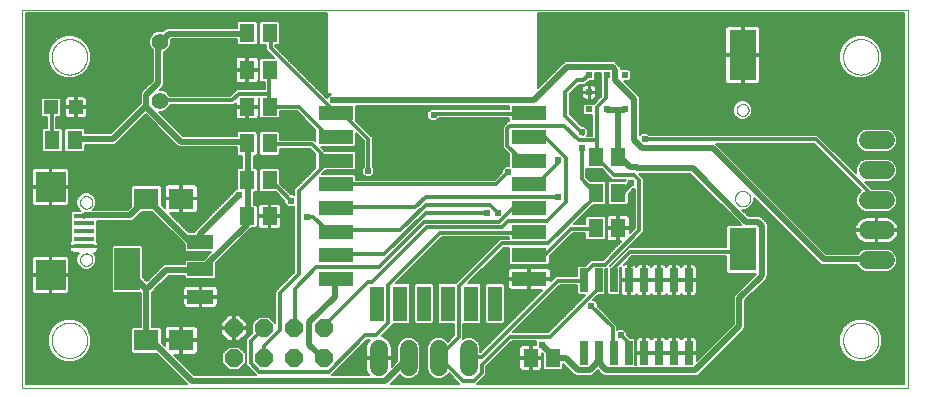
<source format=gtl>
G75*
%MOIN*%
%OFA0B0*%
%FSLAX25Y25*%
%IPPOS*%
%LPD*%
%AMOC8*
5,1,8,0,0,1.08239X$1,22.5*
%
%ADD10C,0.00000*%
%ADD11OC8,0.06000*%
%ADD12R,0.06890X0.01575*%
%ADD13R,0.10000X0.10000*%
%ADD14R,0.11811X0.04724*%
%ADD15R,0.04724X0.11811*%
%ADD16C,0.06000*%
%ADD17C,0.05512*%
%ADD18R,0.05118X0.05906*%
%ADD19R,0.05118X0.06299*%
%ADD20R,0.08799X0.04799*%
%ADD21R,0.08661X0.14173*%
%ADD22R,0.08465X0.07087*%
%ADD23R,0.02600X0.08000*%
%ADD24R,0.09055X0.16929*%
%ADD25R,0.09055X0.14409*%
%ADD26R,0.04724X0.04724*%
%ADD27R,0.02362X0.01969*%
%ADD28R,0.01969X0.02362*%
%ADD29C,0.00600*%
%ADD30C,0.02578*%
%ADD31C,0.01969*%
%ADD32C,0.02400*%
%ADD33C,0.01181*%
D10*
X0002244Y0001365D02*
X0002244Y0127349D01*
X0297520Y0127349D01*
X0297520Y0001365D01*
X0002244Y0001365D01*
X0012086Y0017113D02*
X0012088Y0017266D01*
X0012094Y0017420D01*
X0012104Y0017573D01*
X0012118Y0017725D01*
X0012136Y0017878D01*
X0012158Y0018029D01*
X0012183Y0018180D01*
X0012213Y0018331D01*
X0012247Y0018481D01*
X0012284Y0018629D01*
X0012325Y0018777D01*
X0012370Y0018923D01*
X0012419Y0019069D01*
X0012472Y0019213D01*
X0012528Y0019355D01*
X0012588Y0019496D01*
X0012652Y0019636D01*
X0012719Y0019774D01*
X0012790Y0019910D01*
X0012865Y0020044D01*
X0012942Y0020176D01*
X0013024Y0020306D01*
X0013108Y0020434D01*
X0013196Y0020560D01*
X0013287Y0020683D01*
X0013381Y0020804D01*
X0013479Y0020922D01*
X0013579Y0021038D01*
X0013683Y0021151D01*
X0013789Y0021262D01*
X0013898Y0021370D01*
X0014010Y0021475D01*
X0014124Y0021576D01*
X0014242Y0021675D01*
X0014361Y0021771D01*
X0014483Y0021864D01*
X0014608Y0021953D01*
X0014735Y0022040D01*
X0014864Y0022122D01*
X0014995Y0022202D01*
X0015128Y0022278D01*
X0015263Y0022351D01*
X0015400Y0022420D01*
X0015539Y0022485D01*
X0015679Y0022547D01*
X0015821Y0022605D01*
X0015964Y0022660D01*
X0016109Y0022711D01*
X0016255Y0022758D01*
X0016402Y0022801D01*
X0016550Y0022840D01*
X0016699Y0022876D01*
X0016849Y0022907D01*
X0017000Y0022935D01*
X0017151Y0022959D01*
X0017304Y0022979D01*
X0017456Y0022995D01*
X0017609Y0023007D01*
X0017762Y0023015D01*
X0017915Y0023019D01*
X0018069Y0023019D01*
X0018222Y0023015D01*
X0018375Y0023007D01*
X0018528Y0022995D01*
X0018680Y0022979D01*
X0018833Y0022959D01*
X0018984Y0022935D01*
X0019135Y0022907D01*
X0019285Y0022876D01*
X0019434Y0022840D01*
X0019582Y0022801D01*
X0019729Y0022758D01*
X0019875Y0022711D01*
X0020020Y0022660D01*
X0020163Y0022605D01*
X0020305Y0022547D01*
X0020445Y0022485D01*
X0020584Y0022420D01*
X0020721Y0022351D01*
X0020856Y0022278D01*
X0020989Y0022202D01*
X0021120Y0022122D01*
X0021249Y0022040D01*
X0021376Y0021953D01*
X0021501Y0021864D01*
X0021623Y0021771D01*
X0021742Y0021675D01*
X0021860Y0021576D01*
X0021974Y0021475D01*
X0022086Y0021370D01*
X0022195Y0021262D01*
X0022301Y0021151D01*
X0022405Y0021038D01*
X0022505Y0020922D01*
X0022603Y0020804D01*
X0022697Y0020683D01*
X0022788Y0020560D01*
X0022876Y0020434D01*
X0022960Y0020306D01*
X0023042Y0020176D01*
X0023119Y0020044D01*
X0023194Y0019910D01*
X0023265Y0019774D01*
X0023332Y0019636D01*
X0023396Y0019496D01*
X0023456Y0019355D01*
X0023512Y0019213D01*
X0023565Y0019069D01*
X0023614Y0018923D01*
X0023659Y0018777D01*
X0023700Y0018629D01*
X0023737Y0018481D01*
X0023771Y0018331D01*
X0023801Y0018180D01*
X0023826Y0018029D01*
X0023848Y0017878D01*
X0023866Y0017725D01*
X0023880Y0017573D01*
X0023890Y0017420D01*
X0023896Y0017266D01*
X0023898Y0017113D01*
X0023896Y0016960D01*
X0023890Y0016806D01*
X0023880Y0016653D01*
X0023866Y0016501D01*
X0023848Y0016348D01*
X0023826Y0016197D01*
X0023801Y0016046D01*
X0023771Y0015895D01*
X0023737Y0015745D01*
X0023700Y0015597D01*
X0023659Y0015449D01*
X0023614Y0015303D01*
X0023565Y0015157D01*
X0023512Y0015013D01*
X0023456Y0014871D01*
X0023396Y0014730D01*
X0023332Y0014590D01*
X0023265Y0014452D01*
X0023194Y0014316D01*
X0023119Y0014182D01*
X0023042Y0014050D01*
X0022960Y0013920D01*
X0022876Y0013792D01*
X0022788Y0013666D01*
X0022697Y0013543D01*
X0022603Y0013422D01*
X0022505Y0013304D01*
X0022405Y0013188D01*
X0022301Y0013075D01*
X0022195Y0012964D01*
X0022086Y0012856D01*
X0021974Y0012751D01*
X0021860Y0012650D01*
X0021742Y0012551D01*
X0021623Y0012455D01*
X0021501Y0012362D01*
X0021376Y0012273D01*
X0021249Y0012186D01*
X0021120Y0012104D01*
X0020989Y0012024D01*
X0020856Y0011948D01*
X0020721Y0011875D01*
X0020584Y0011806D01*
X0020445Y0011741D01*
X0020305Y0011679D01*
X0020163Y0011621D01*
X0020020Y0011566D01*
X0019875Y0011515D01*
X0019729Y0011468D01*
X0019582Y0011425D01*
X0019434Y0011386D01*
X0019285Y0011350D01*
X0019135Y0011319D01*
X0018984Y0011291D01*
X0018833Y0011267D01*
X0018680Y0011247D01*
X0018528Y0011231D01*
X0018375Y0011219D01*
X0018222Y0011211D01*
X0018069Y0011207D01*
X0017915Y0011207D01*
X0017762Y0011211D01*
X0017609Y0011219D01*
X0017456Y0011231D01*
X0017304Y0011247D01*
X0017151Y0011267D01*
X0017000Y0011291D01*
X0016849Y0011319D01*
X0016699Y0011350D01*
X0016550Y0011386D01*
X0016402Y0011425D01*
X0016255Y0011468D01*
X0016109Y0011515D01*
X0015964Y0011566D01*
X0015821Y0011621D01*
X0015679Y0011679D01*
X0015539Y0011741D01*
X0015400Y0011806D01*
X0015263Y0011875D01*
X0015128Y0011948D01*
X0014995Y0012024D01*
X0014864Y0012104D01*
X0014735Y0012186D01*
X0014608Y0012273D01*
X0014483Y0012362D01*
X0014361Y0012455D01*
X0014242Y0012551D01*
X0014124Y0012650D01*
X0014010Y0012751D01*
X0013898Y0012856D01*
X0013789Y0012964D01*
X0013683Y0013075D01*
X0013579Y0013188D01*
X0013479Y0013304D01*
X0013381Y0013422D01*
X0013287Y0013543D01*
X0013196Y0013666D01*
X0013108Y0013792D01*
X0013024Y0013920D01*
X0012942Y0014050D01*
X0012865Y0014182D01*
X0012790Y0014316D01*
X0012719Y0014452D01*
X0012652Y0014590D01*
X0012588Y0014730D01*
X0012528Y0014871D01*
X0012472Y0015013D01*
X0012419Y0015157D01*
X0012370Y0015303D01*
X0012325Y0015449D01*
X0012284Y0015597D01*
X0012247Y0015745D01*
X0012213Y0015895D01*
X0012183Y0016046D01*
X0012158Y0016197D01*
X0012136Y0016348D01*
X0012118Y0016501D01*
X0012104Y0016653D01*
X0012094Y0016806D01*
X0012088Y0016960D01*
X0012086Y0017113D01*
X0021555Y0043983D02*
X0021557Y0044074D01*
X0021563Y0044164D01*
X0021573Y0044255D01*
X0021587Y0044344D01*
X0021605Y0044433D01*
X0021626Y0044522D01*
X0021652Y0044609D01*
X0021681Y0044695D01*
X0021715Y0044779D01*
X0021751Y0044862D01*
X0021792Y0044944D01*
X0021836Y0045023D01*
X0021883Y0045101D01*
X0021934Y0045176D01*
X0021988Y0045249D01*
X0022045Y0045319D01*
X0022105Y0045387D01*
X0022168Y0045453D01*
X0022234Y0045515D01*
X0022303Y0045574D01*
X0022374Y0045631D01*
X0022448Y0045684D01*
X0022524Y0045734D01*
X0022602Y0045781D01*
X0022682Y0045824D01*
X0022763Y0045863D01*
X0022847Y0045899D01*
X0022932Y0045931D01*
X0023018Y0045960D01*
X0023105Y0045984D01*
X0023194Y0046005D01*
X0023283Y0046022D01*
X0023373Y0046035D01*
X0023463Y0046044D01*
X0023554Y0046049D01*
X0023645Y0046050D01*
X0023735Y0046047D01*
X0023826Y0046040D01*
X0023916Y0046029D01*
X0024006Y0046014D01*
X0024095Y0045995D01*
X0024183Y0045973D01*
X0024269Y0045946D01*
X0024355Y0045916D01*
X0024439Y0045882D01*
X0024522Y0045844D01*
X0024603Y0045803D01*
X0024682Y0045758D01*
X0024759Y0045709D01*
X0024833Y0045658D01*
X0024906Y0045603D01*
X0024976Y0045545D01*
X0025043Y0045484D01*
X0025107Y0045420D01*
X0025169Y0045354D01*
X0025228Y0045284D01*
X0025283Y0045213D01*
X0025336Y0045138D01*
X0025385Y0045062D01*
X0025431Y0044984D01*
X0025473Y0044903D01*
X0025512Y0044821D01*
X0025547Y0044737D01*
X0025578Y0044652D01*
X0025605Y0044565D01*
X0025629Y0044478D01*
X0025649Y0044389D01*
X0025665Y0044300D01*
X0025677Y0044210D01*
X0025685Y0044119D01*
X0025689Y0044028D01*
X0025689Y0043938D01*
X0025685Y0043847D01*
X0025677Y0043756D01*
X0025665Y0043666D01*
X0025649Y0043577D01*
X0025629Y0043488D01*
X0025605Y0043401D01*
X0025578Y0043314D01*
X0025547Y0043229D01*
X0025512Y0043145D01*
X0025473Y0043063D01*
X0025431Y0042982D01*
X0025385Y0042904D01*
X0025336Y0042828D01*
X0025283Y0042753D01*
X0025228Y0042682D01*
X0025169Y0042612D01*
X0025107Y0042546D01*
X0025043Y0042482D01*
X0024976Y0042421D01*
X0024906Y0042363D01*
X0024833Y0042308D01*
X0024759Y0042257D01*
X0024682Y0042208D01*
X0024603Y0042163D01*
X0024522Y0042122D01*
X0024439Y0042084D01*
X0024355Y0042050D01*
X0024269Y0042020D01*
X0024183Y0041993D01*
X0024095Y0041971D01*
X0024006Y0041952D01*
X0023916Y0041937D01*
X0023826Y0041926D01*
X0023735Y0041919D01*
X0023645Y0041916D01*
X0023554Y0041917D01*
X0023463Y0041922D01*
X0023373Y0041931D01*
X0023283Y0041944D01*
X0023194Y0041961D01*
X0023105Y0041982D01*
X0023018Y0042006D01*
X0022932Y0042035D01*
X0022847Y0042067D01*
X0022763Y0042103D01*
X0022682Y0042142D01*
X0022602Y0042185D01*
X0022524Y0042232D01*
X0022448Y0042282D01*
X0022374Y0042335D01*
X0022303Y0042392D01*
X0022234Y0042451D01*
X0022168Y0042513D01*
X0022105Y0042579D01*
X0022045Y0042647D01*
X0021988Y0042717D01*
X0021934Y0042790D01*
X0021883Y0042865D01*
X0021836Y0042943D01*
X0021792Y0043022D01*
X0021751Y0043104D01*
X0021715Y0043187D01*
X0021681Y0043271D01*
X0021652Y0043357D01*
X0021626Y0043444D01*
X0021605Y0043533D01*
X0021587Y0043622D01*
X0021573Y0043711D01*
X0021563Y0043802D01*
X0021557Y0043892D01*
X0021555Y0043983D01*
X0021555Y0063077D02*
X0021557Y0063168D01*
X0021563Y0063258D01*
X0021573Y0063349D01*
X0021587Y0063438D01*
X0021605Y0063527D01*
X0021626Y0063616D01*
X0021652Y0063703D01*
X0021681Y0063789D01*
X0021715Y0063873D01*
X0021751Y0063956D01*
X0021792Y0064038D01*
X0021836Y0064117D01*
X0021883Y0064195D01*
X0021934Y0064270D01*
X0021988Y0064343D01*
X0022045Y0064413D01*
X0022105Y0064481D01*
X0022168Y0064547D01*
X0022234Y0064609D01*
X0022303Y0064668D01*
X0022374Y0064725D01*
X0022448Y0064778D01*
X0022524Y0064828D01*
X0022602Y0064875D01*
X0022682Y0064918D01*
X0022763Y0064957D01*
X0022847Y0064993D01*
X0022932Y0065025D01*
X0023018Y0065054D01*
X0023105Y0065078D01*
X0023194Y0065099D01*
X0023283Y0065116D01*
X0023373Y0065129D01*
X0023463Y0065138D01*
X0023554Y0065143D01*
X0023645Y0065144D01*
X0023735Y0065141D01*
X0023826Y0065134D01*
X0023916Y0065123D01*
X0024006Y0065108D01*
X0024095Y0065089D01*
X0024183Y0065067D01*
X0024269Y0065040D01*
X0024355Y0065010D01*
X0024439Y0064976D01*
X0024522Y0064938D01*
X0024603Y0064897D01*
X0024682Y0064852D01*
X0024759Y0064803D01*
X0024833Y0064752D01*
X0024906Y0064697D01*
X0024976Y0064639D01*
X0025043Y0064578D01*
X0025107Y0064514D01*
X0025169Y0064448D01*
X0025228Y0064378D01*
X0025283Y0064307D01*
X0025336Y0064232D01*
X0025385Y0064156D01*
X0025431Y0064078D01*
X0025473Y0063997D01*
X0025512Y0063915D01*
X0025547Y0063831D01*
X0025578Y0063746D01*
X0025605Y0063659D01*
X0025629Y0063572D01*
X0025649Y0063483D01*
X0025665Y0063394D01*
X0025677Y0063304D01*
X0025685Y0063213D01*
X0025689Y0063122D01*
X0025689Y0063032D01*
X0025685Y0062941D01*
X0025677Y0062850D01*
X0025665Y0062760D01*
X0025649Y0062671D01*
X0025629Y0062582D01*
X0025605Y0062495D01*
X0025578Y0062408D01*
X0025547Y0062323D01*
X0025512Y0062239D01*
X0025473Y0062157D01*
X0025431Y0062076D01*
X0025385Y0061998D01*
X0025336Y0061922D01*
X0025283Y0061847D01*
X0025228Y0061776D01*
X0025169Y0061706D01*
X0025107Y0061640D01*
X0025043Y0061576D01*
X0024976Y0061515D01*
X0024906Y0061457D01*
X0024833Y0061402D01*
X0024759Y0061351D01*
X0024682Y0061302D01*
X0024603Y0061257D01*
X0024522Y0061216D01*
X0024439Y0061178D01*
X0024355Y0061144D01*
X0024269Y0061114D01*
X0024183Y0061087D01*
X0024095Y0061065D01*
X0024006Y0061046D01*
X0023916Y0061031D01*
X0023826Y0061020D01*
X0023735Y0061013D01*
X0023645Y0061010D01*
X0023554Y0061011D01*
X0023463Y0061016D01*
X0023373Y0061025D01*
X0023283Y0061038D01*
X0023194Y0061055D01*
X0023105Y0061076D01*
X0023018Y0061100D01*
X0022932Y0061129D01*
X0022847Y0061161D01*
X0022763Y0061197D01*
X0022682Y0061236D01*
X0022602Y0061279D01*
X0022524Y0061326D01*
X0022448Y0061376D01*
X0022374Y0061429D01*
X0022303Y0061486D01*
X0022234Y0061545D01*
X0022168Y0061607D01*
X0022105Y0061673D01*
X0022045Y0061741D01*
X0021988Y0061811D01*
X0021934Y0061884D01*
X0021883Y0061959D01*
X0021836Y0062037D01*
X0021792Y0062116D01*
X0021751Y0062198D01*
X0021715Y0062281D01*
X0021681Y0062365D01*
X0021652Y0062451D01*
X0021626Y0062538D01*
X0021605Y0062627D01*
X0021587Y0062716D01*
X0021573Y0062805D01*
X0021563Y0062896D01*
X0021557Y0062986D01*
X0021555Y0063077D01*
X0012086Y0111601D02*
X0012088Y0111754D01*
X0012094Y0111908D01*
X0012104Y0112061D01*
X0012118Y0112213D01*
X0012136Y0112366D01*
X0012158Y0112517D01*
X0012183Y0112668D01*
X0012213Y0112819D01*
X0012247Y0112969D01*
X0012284Y0113117D01*
X0012325Y0113265D01*
X0012370Y0113411D01*
X0012419Y0113557D01*
X0012472Y0113701D01*
X0012528Y0113843D01*
X0012588Y0113984D01*
X0012652Y0114124D01*
X0012719Y0114262D01*
X0012790Y0114398D01*
X0012865Y0114532D01*
X0012942Y0114664D01*
X0013024Y0114794D01*
X0013108Y0114922D01*
X0013196Y0115048D01*
X0013287Y0115171D01*
X0013381Y0115292D01*
X0013479Y0115410D01*
X0013579Y0115526D01*
X0013683Y0115639D01*
X0013789Y0115750D01*
X0013898Y0115858D01*
X0014010Y0115963D01*
X0014124Y0116064D01*
X0014242Y0116163D01*
X0014361Y0116259D01*
X0014483Y0116352D01*
X0014608Y0116441D01*
X0014735Y0116528D01*
X0014864Y0116610D01*
X0014995Y0116690D01*
X0015128Y0116766D01*
X0015263Y0116839D01*
X0015400Y0116908D01*
X0015539Y0116973D01*
X0015679Y0117035D01*
X0015821Y0117093D01*
X0015964Y0117148D01*
X0016109Y0117199D01*
X0016255Y0117246D01*
X0016402Y0117289D01*
X0016550Y0117328D01*
X0016699Y0117364D01*
X0016849Y0117395D01*
X0017000Y0117423D01*
X0017151Y0117447D01*
X0017304Y0117467D01*
X0017456Y0117483D01*
X0017609Y0117495D01*
X0017762Y0117503D01*
X0017915Y0117507D01*
X0018069Y0117507D01*
X0018222Y0117503D01*
X0018375Y0117495D01*
X0018528Y0117483D01*
X0018680Y0117467D01*
X0018833Y0117447D01*
X0018984Y0117423D01*
X0019135Y0117395D01*
X0019285Y0117364D01*
X0019434Y0117328D01*
X0019582Y0117289D01*
X0019729Y0117246D01*
X0019875Y0117199D01*
X0020020Y0117148D01*
X0020163Y0117093D01*
X0020305Y0117035D01*
X0020445Y0116973D01*
X0020584Y0116908D01*
X0020721Y0116839D01*
X0020856Y0116766D01*
X0020989Y0116690D01*
X0021120Y0116610D01*
X0021249Y0116528D01*
X0021376Y0116441D01*
X0021501Y0116352D01*
X0021623Y0116259D01*
X0021742Y0116163D01*
X0021860Y0116064D01*
X0021974Y0115963D01*
X0022086Y0115858D01*
X0022195Y0115750D01*
X0022301Y0115639D01*
X0022405Y0115526D01*
X0022505Y0115410D01*
X0022603Y0115292D01*
X0022697Y0115171D01*
X0022788Y0115048D01*
X0022876Y0114922D01*
X0022960Y0114794D01*
X0023042Y0114664D01*
X0023119Y0114532D01*
X0023194Y0114398D01*
X0023265Y0114262D01*
X0023332Y0114124D01*
X0023396Y0113984D01*
X0023456Y0113843D01*
X0023512Y0113701D01*
X0023565Y0113557D01*
X0023614Y0113411D01*
X0023659Y0113265D01*
X0023700Y0113117D01*
X0023737Y0112969D01*
X0023771Y0112819D01*
X0023801Y0112668D01*
X0023826Y0112517D01*
X0023848Y0112366D01*
X0023866Y0112213D01*
X0023880Y0112061D01*
X0023890Y0111908D01*
X0023896Y0111754D01*
X0023898Y0111601D01*
X0023896Y0111448D01*
X0023890Y0111294D01*
X0023880Y0111141D01*
X0023866Y0110989D01*
X0023848Y0110836D01*
X0023826Y0110685D01*
X0023801Y0110534D01*
X0023771Y0110383D01*
X0023737Y0110233D01*
X0023700Y0110085D01*
X0023659Y0109937D01*
X0023614Y0109791D01*
X0023565Y0109645D01*
X0023512Y0109501D01*
X0023456Y0109359D01*
X0023396Y0109218D01*
X0023332Y0109078D01*
X0023265Y0108940D01*
X0023194Y0108804D01*
X0023119Y0108670D01*
X0023042Y0108538D01*
X0022960Y0108408D01*
X0022876Y0108280D01*
X0022788Y0108154D01*
X0022697Y0108031D01*
X0022603Y0107910D01*
X0022505Y0107792D01*
X0022405Y0107676D01*
X0022301Y0107563D01*
X0022195Y0107452D01*
X0022086Y0107344D01*
X0021974Y0107239D01*
X0021860Y0107138D01*
X0021742Y0107039D01*
X0021623Y0106943D01*
X0021501Y0106850D01*
X0021376Y0106761D01*
X0021249Y0106674D01*
X0021120Y0106592D01*
X0020989Y0106512D01*
X0020856Y0106436D01*
X0020721Y0106363D01*
X0020584Y0106294D01*
X0020445Y0106229D01*
X0020305Y0106167D01*
X0020163Y0106109D01*
X0020020Y0106054D01*
X0019875Y0106003D01*
X0019729Y0105956D01*
X0019582Y0105913D01*
X0019434Y0105874D01*
X0019285Y0105838D01*
X0019135Y0105807D01*
X0018984Y0105779D01*
X0018833Y0105755D01*
X0018680Y0105735D01*
X0018528Y0105719D01*
X0018375Y0105707D01*
X0018222Y0105699D01*
X0018069Y0105695D01*
X0017915Y0105695D01*
X0017762Y0105699D01*
X0017609Y0105707D01*
X0017456Y0105719D01*
X0017304Y0105735D01*
X0017151Y0105755D01*
X0017000Y0105779D01*
X0016849Y0105807D01*
X0016699Y0105838D01*
X0016550Y0105874D01*
X0016402Y0105913D01*
X0016255Y0105956D01*
X0016109Y0106003D01*
X0015964Y0106054D01*
X0015821Y0106109D01*
X0015679Y0106167D01*
X0015539Y0106229D01*
X0015400Y0106294D01*
X0015263Y0106363D01*
X0015128Y0106436D01*
X0014995Y0106512D01*
X0014864Y0106592D01*
X0014735Y0106674D01*
X0014608Y0106761D01*
X0014483Y0106850D01*
X0014361Y0106943D01*
X0014242Y0107039D01*
X0014124Y0107138D01*
X0014010Y0107239D01*
X0013898Y0107344D01*
X0013789Y0107452D01*
X0013683Y0107563D01*
X0013579Y0107676D01*
X0013479Y0107792D01*
X0013381Y0107910D01*
X0013287Y0108031D01*
X0013196Y0108154D01*
X0013108Y0108280D01*
X0013024Y0108408D01*
X0012942Y0108538D01*
X0012865Y0108670D01*
X0012790Y0108804D01*
X0012719Y0108940D01*
X0012652Y0109078D01*
X0012588Y0109218D01*
X0012528Y0109359D01*
X0012472Y0109501D01*
X0012419Y0109645D01*
X0012370Y0109791D01*
X0012325Y0109937D01*
X0012284Y0110085D01*
X0012247Y0110233D01*
X0012213Y0110383D01*
X0012183Y0110534D01*
X0012158Y0110685D01*
X0012136Y0110836D01*
X0012118Y0110989D01*
X0012104Y0111141D01*
X0012094Y0111294D01*
X0012088Y0111448D01*
X0012086Y0111601D01*
X0240433Y0093885D02*
X0240435Y0093973D01*
X0240441Y0094061D01*
X0240451Y0094149D01*
X0240465Y0094237D01*
X0240482Y0094323D01*
X0240504Y0094409D01*
X0240529Y0094493D01*
X0240559Y0094577D01*
X0240591Y0094659D01*
X0240628Y0094739D01*
X0240668Y0094818D01*
X0240712Y0094895D01*
X0240759Y0094970D01*
X0240809Y0095042D01*
X0240863Y0095113D01*
X0240919Y0095180D01*
X0240979Y0095246D01*
X0241041Y0095308D01*
X0241107Y0095368D01*
X0241174Y0095424D01*
X0241245Y0095478D01*
X0241317Y0095528D01*
X0241392Y0095575D01*
X0241469Y0095619D01*
X0241548Y0095659D01*
X0241628Y0095696D01*
X0241710Y0095728D01*
X0241794Y0095758D01*
X0241878Y0095783D01*
X0241964Y0095805D01*
X0242050Y0095822D01*
X0242138Y0095836D01*
X0242226Y0095846D01*
X0242314Y0095852D01*
X0242402Y0095854D01*
X0242490Y0095852D01*
X0242578Y0095846D01*
X0242666Y0095836D01*
X0242754Y0095822D01*
X0242840Y0095805D01*
X0242926Y0095783D01*
X0243010Y0095758D01*
X0243094Y0095728D01*
X0243176Y0095696D01*
X0243256Y0095659D01*
X0243335Y0095619D01*
X0243412Y0095575D01*
X0243487Y0095528D01*
X0243559Y0095478D01*
X0243630Y0095424D01*
X0243697Y0095368D01*
X0243763Y0095308D01*
X0243825Y0095246D01*
X0243885Y0095180D01*
X0243941Y0095113D01*
X0243995Y0095042D01*
X0244045Y0094970D01*
X0244092Y0094895D01*
X0244136Y0094818D01*
X0244176Y0094739D01*
X0244213Y0094659D01*
X0244245Y0094577D01*
X0244275Y0094493D01*
X0244300Y0094409D01*
X0244322Y0094323D01*
X0244339Y0094237D01*
X0244353Y0094149D01*
X0244363Y0094061D01*
X0244369Y0093973D01*
X0244371Y0093885D01*
X0244369Y0093797D01*
X0244363Y0093709D01*
X0244353Y0093621D01*
X0244339Y0093533D01*
X0244322Y0093447D01*
X0244300Y0093361D01*
X0244275Y0093277D01*
X0244245Y0093193D01*
X0244213Y0093111D01*
X0244176Y0093031D01*
X0244136Y0092952D01*
X0244092Y0092875D01*
X0244045Y0092800D01*
X0243995Y0092728D01*
X0243941Y0092657D01*
X0243885Y0092590D01*
X0243825Y0092524D01*
X0243763Y0092462D01*
X0243697Y0092402D01*
X0243630Y0092346D01*
X0243559Y0092292D01*
X0243487Y0092242D01*
X0243412Y0092195D01*
X0243335Y0092151D01*
X0243256Y0092111D01*
X0243176Y0092074D01*
X0243094Y0092042D01*
X0243010Y0092012D01*
X0242926Y0091987D01*
X0242840Y0091965D01*
X0242754Y0091948D01*
X0242666Y0091934D01*
X0242578Y0091924D01*
X0242490Y0091918D01*
X0242402Y0091916D01*
X0242314Y0091918D01*
X0242226Y0091924D01*
X0242138Y0091934D01*
X0242050Y0091948D01*
X0241964Y0091965D01*
X0241878Y0091987D01*
X0241794Y0092012D01*
X0241710Y0092042D01*
X0241628Y0092074D01*
X0241548Y0092111D01*
X0241469Y0092151D01*
X0241392Y0092195D01*
X0241317Y0092242D01*
X0241245Y0092292D01*
X0241174Y0092346D01*
X0241107Y0092402D01*
X0241041Y0092462D01*
X0240979Y0092524D01*
X0240919Y0092590D01*
X0240863Y0092657D01*
X0240809Y0092728D01*
X0240759Y0092800D01*
X0240712Y0092875D01*
X0240668Y0092952D01*
X0240628Y0093031D01*
X0240591Y0093111D01*
X0240559Y0093193D01*
X0240529Y0093277D01*
X0240504Y0093361D01*
X0240482Y0093447D01*
X0240465Y0093533D01*
X0240451Y0093621D01*
X0240441Y0093709D01*
X0240435Y0093797D01*
X0240433Y0093885D01*
X0275866Y0111601D02*
X0275868Y0111754D01*
X0275874Y0111908D01*
X0275884Y0112061D01*
X0275898Y0112213D01*
X0275916Y0112366D01*
X0275938Y0112517D01*
X0275963Y0112668D01*
X0275993Y0112819D01*
X0276027Y0112969D01*
X0276064Y0113117D01*
X0276105Y0113265D01*
X0276150Y0113411D01*
X0276199Y0113557D01*
X0276252Y0113701D01*
X0276308Y0113843D01*
X0276368Y0113984D01*
X0276432Y0114124D01*
X0276499Y0114262D01*
X0276570Y0114398D01*
X0276645Y0114532D01*
X0276722Y0114664D01*
X0276804Y0114794D01*
X0276888Y0114922D01*
X0276976Y0115048D01*
X0277067Y0115171D01*
X0277161Y0115292D01*
X0277259Y0115410D01*
X0277359Y0115526D01*
X0277463Y0115639D01*
X0277569Y0115750D01*
X0277678Y0115858D01*
X0277790Y0115963D01*
X0277904Y0116064D01*
X0278022Y0116163D01*
X0278141Y0116259D01*
X0278263Y0116352D01*
X0278388Y0116441D01*
X0278515Y0116528D01*
X0278644Y0116610D01*
X0278775Y0116690D01*
X0278908Y0116766D01*
X0279043Y0116839D01*
X0279180Y0116908D01*
X0279319Y0116973D01*
X0279459Y0117035D01*
X0279601Y0117093D01*
X0279744Y0117148D01*
X0279889Y0117199D01*
X0280035Y0117246D01*
X0280182Y0117289D01*
X0280330Y0117328D01*
X0280479Y0117364D01*
X0280629Y0117395D01*
X0280780Y0117423D01*
X0280931Y0117447D01*
X0281084Y0117467D01*
X0281236Y0117483D01*
X0281389Y0117495D01*
X0281542Y0117503D01*
X0281695Y0117507D01*
X0281849Y0117507D01*
X0282002Y0117503D01*
X0282155Y0117495D01*
X0282308Y0117483D01*
X0282460Y0117467D01*
X0282613Y0117447D01*
X0282764Y0117423D01*
X0282915Y0117395D01*
X0283065Y0117364D01*
X0283214Y0117328D01*
X0283362Y0117289D01*
X0283509Y0117246D01*
X0283655Y0117199D01*
X0283800Y0117148D01*
X0283943Y0117093D01*
X0284085Y0117035D01*
X0284225Y0116973D01*
X0284364Y0116908D01*
X0284501Y0116839D01*
X0284636Y0116766D01*
X0284769Y0116690D01*
X0284900Y0116610D01*
X0285029Y0116528D01*
X0285156Y0116441D01*
X0285281Y0116352D01*
X0285403Y0116259D01*
X0285522Y0116163D01*
X0285640Y0116064D01*
X0285754Y0115963D01*
X0285866Y0115858D01*
X0285975Y0115750D01*
X0286081Y0115639D01*
X0286185Y0115526D01*
X0286285Y0115410D01*
X0286383Y0115292D01*
X0286477Y0115171D01*
X0286568Y0115048D01*
X0286656Y0114922D01*
X0286740Y0114794D01*
X0286822Y0114664D01*
X0286899Y0114532D01*
X0286974Y0114398D01*
X0287045Y0114262D01*
X0287112Y0114124D01*
X0287176Y0113984D01*
X0287236Y0113843D01*
X0287292Y0113701D01*
X0287345Y0113557D01*
X0287394Y0113411D01*
X0287439Y0113265D01*
X0287480Y0113117D01*
X0287517Y0112969D01*
X0287551Y0112819D01*
X0287581Y0112668D01*
X0287606Y0112517D01*
X0287628Y0112366D01*
X0287646Y0112213D01*
X0287660Y0112061D01*
X0287670Y0111908D01*
X0287676Y0111754D01*
X0287678Y0111601D01*
X0287676Y0111448D01*
X0287670Y0111294D01*
X0287660Y0111141D01*
X0287646Y0110989D01*
X0287628Y0110836D01*
X0287606Y0110685D01*
X0287581Y0110534D01*
X0287551Y0110383D01*
X0287517Y0110233D01*
X0287480Y0110085D01*
X0287439Y0109937D01*
X0287394Y0109791D01*
X0287345Y0109645D01*
X0287292Y0109501D01*
X0287236Y0109359D01*
X0287176Y0109218D01*
X0287112Y0109078D01*
X0287045Y0108940D01*
X0286974Y0108804D01*
X0286899Y0108670D01*
X0286822Y0108538D01*
X0286740Y0108408D01*
X0286656Y0108280D01*
X0286568Y0108154D01*
X0286477Y0108031D01*
X0286383Y0107910D01*
X0286285Y0107792D01*
X0286185Y0107676D01*
X0286081Y0107563D01*
X0285975Y0107452D01*
X0285866Y0107344D01*
X0285754Y0107239D01*
X0285640Y0107138D01*
X0285522Y0107039D01*
X0285403Y0106943D01*
X0285281Y0106850D01*
X0285156Y0106761D01*
X0285029Y0106674D01*
X0284900Y0106592D01*
X0284769Y0106512D01*
X0284636Y0106436D01*
X0284501Y0106363D01*
X0284364Y0106294D01*
X0284225Y0106229D01*
X0284085Y0106167D01*
X0283943Y0106109D01*
X0283800Y0106054D01*
X0283655Y0106003D01*
X0283509Y0105956D01*
X0283362Y0105913D01*
X0283214Y0105874D01*
X0283065Y0105838D01*
X0282915Y0105807D01*
X0282764Y0105779D01*
X0282613Y0105755D01*
X0282460Y0105735D01*
X0282308Y0105719D01*
X0282155Y0105707D01*
X0282002Y0105699D01*
X0281849Y0105695D01*
X0281695Y0105695D01*
X0281542Y0105699D01*
X0281389Y0105707D01*
X0281236Y0105719D01*
X0281084Y0105735D01*
X0280931Y0105755D01*
X0280780Y0105779D01*
X0280629Y0105807D01*
X0280479Y0105838D01*
X0280330Y0105874D01*
X0280182Y0105913D01*
X0280035Y0105956D01*
X0279889Y0106003D01*
X0279744Y0106054D01*
X0279601Y0106109D01*
X0279459Y0106167D01*
X0279319Y0106229D01*
X0279180Y0106294D01*
X0279043Y0106363D01*
X0278908Y0106436D01*
X0278775Y0106512D01*
X0278644Y0106592D01*
X0278515Y0106674D01*
X0278388Y0106761D01*
X0278263Y0106850D01*
X0278141Y0106943D01*
X0278022Y0107039D01*
X0277904Y0107138D01*
X0277790Y0107239D01*
X0277678Y0107344D01*
X0277569Y0107452D01*
X0277463Y0107563D01*
X0277359Y0107676D01*
X0277259Y0107792D01*
X0277161Y0107910D01*
X0277067Y0108031D01*
X0276976Y0108154D01*
X0276888Y0108280D01*
X0276804Y0108408D01*
X0276722Y0108538D01*
X0276645Y0108670D01*
X0276570Y0108804D01*
X0276499Y0108940D01*
X0276432Y0109078D01*
X0276368Y0109218D01*
X0276308Y0109359D01*
X0276252Y0109501D01*
X0276199Y0109645D01*
X0276150Y0109791D01*
X0276105Y0109937D01*
X0276064Y0110085D01*
X0276027Y0110233D01*
X0275993Y0110383D01*
X0275963Y0110534D01*
X0275938Y0110685D01*
X0275916Y0110836D01*
X0275898Y0110989D01*
X0275884Y0111141D01*
X0275874Y0111294D01*
X0275868Y0111448D01*
X0275866Y0111601D01*
X0239843Y0064357D02*
X0239845Y0064458D01*
X0239851Y0064559D01*
X0239861Y0064660D01*
X0239875Y0064760D01*
X0239893Y0064859D01*
X0239915Y0064958D01*
X0239940Y0065056D01*
X0239970Y0065153D01*
X0240003Y0065248D01*
X0240040Y0065342D01*
X0240081Y0065435D01*
X0240125Y0065526D01*
X0240173Y0065615D01*
X0240225Y0065702D01*
X0240280Y0065787D01*
X0240338Y0065869D01*
X0240399Y0065950D01*
X0240464Y0066028D01*
X0240531Y0066103D01*
X0240601Y0066175D01*
X0240675Y0066245D01*
X0240751Y0066312D01*
X0240829Y0066376D01*
X0240910Y0066436D01*
X0240993Y0066493D01*
X0241079Y0066547D01*
X0241167Y0066598D01*
X0241256Y0066645D01*
X0241347Y0066689D01*
X0241440Y0066728D01*
X0241535Y0066765D01*
X0241630Y0066797D01*
X0241727Y0066826D01*
X0241826Y0066850D01*
X0241924Y0066871D01*
X0242024Y0066888D01*
X0242124Y0066901D01*
X0242225Y0066910D01*
X0242326Y0066915D01*
X0242427Y0066916D01*
X0242528Y0066913D01*
X0242629Y0066906D01*
X0242730Y0066895D01*
X0242830Y0066880D01*
X0242929Y0066861D01*
X0243028Y0066838D01*
X0243125Y0066812D01*
X0243222Y0066781D01*
X0243317Y0066747D01*
X0243410Y0066709D01*
X0243503Y0066667D01*
X0243593Y0066622D01*
X0243682Y0066573D01*
X0243768Y0066521D01*
X0243852Y0066465D01*
X0243935Y0066406D01*
X0244014Y0066344D01*
X0244092Y0066279D01*
X0244166Y0066211D01*
X0244238Y0066139D01*
X0244307Y0066066D01*
X0244373Y0065989D01*
X0244436Y0065910D01*
X0244496Y0065828D01*
X0244552Y0065744D01*
X0244605Y0065658D01*
X0244655Y0065570D01*
X0244701Y0065480D01*
X0244744Y0065389D01*
X0244783Y0065295D01*
X0244818Y0065200D01*
X0244849Y0065104D01*
X0244877Y0065007D01*
X0244901Y0064909D01*
X0244921Y0064810D01*
X0244937Y0064710D01*
X0244949Y0064609D01*
X0244957Y0064509D01*
X0244961Y0064408D01*
X0244961Y0064306D01*
X0244957Y0064205D01*
X0244949Y0064105D01*
X0244937Y0064004D01*
X0244921Y0063904D01*
X0244901Y0063805D01*
X0244877Y0063707D01*
X0244849Y0063610D01*
X0244818Y0063514D01*
X0244783Y0063419D01*
X0244744Y0063325D01*
X0244701Y0063234D01*
X0244655Y0063144D01*
X0244605Y0063056D01*
X0244552Y0062970D01*
X0244496Y0062886D01*
X0244436Y0062804D01*
X0244373Y0062725D01*
X0244307Y0062648D01*
X0244238Y0062575D01*
X0244166Y0062503D01*
X0244092Y0062435D01*
X0244014Y0062370D01*
X0243935Y0062308D01*
X0243852Y0062249D01*
X0243768Y0062193D01*
X0243681Y0062141D01*
X0243593Y0062092D01*
X0243503Y0062047D01*
X0243410Y0062005D01*
X0243317Y0061967D01*
X0243222Y0061933D01*
X0243125Y0061902D01*
X0243028Y0061876D01*
X0242929Y0061853D01*
X0242830Y0061834D01*
X0242730Y0061819D01*
X0242629Y0061808D01*
X0242528Y0061801D01*
X0242427Y0061798D01*
X0242326Y0061799D01*
X0242225Y0061804D01*
X0242124Y0061813D01*
X0242024Y0061826D01*
X0241924Y0061843D01*
X0241826Y0061864D01*
X0241727Y0061888D01*
X0241630Y0061917D01*
X0241535Y0061949D01*
X0241440Y0061986D01*
X0241347Y0062025D01*
X0241256Y0062069D01*
X0241167Y0062116D01*
X0241079Y0062167D01*
X0240993Y0062221D01*
X0240910Y0062278D01*
X0240829Y0062338D01*
X0240751Y0062402D01*
X0240675Y0062469D01*
X0240601Y0062539D01*
X0240531Y0062611D01*
X0240464Y0062686D01*
X0240399Y0062764D01*
X0240338Y0062845D01*
X0240280Y0062927D01*
X0240225Y0063012D01*
X0240173Y0063099D01*
X0240125Y0063188D01*
X0240081Y0063279D01*
X0240040Y0063372D01*
X0240003Y0063466D01*
X0239970Y0063561D01*
X0239940Y0063658D01*
X0239915Y0063756D01*
X0239893Y0063855D01*
X0239875Y0063954D01*
X0239861Y0064054D01*
X0239851Y0064155D01*
X0239845Y0064256D01*
X0239843Y0064357D01*
X0275866Y0017113D02*
X0275868Y0017266D01*
X0275874Y0017420D01*
X0275884Y0017573D01*
X0275898Y0017725D01*
X0275916Y0017878D01*
X0275938Y0018029D01*
X0275963Y0018180D01*
X0275993Y0018331D01*
X0276027Y0018481D01*
X0276064Y0018629D01*
X0276105Y0018777D01*
X0276150Y0018923D01*
X0276199Y0019069D01*
X0276252Y0019213D01*
X0276308Y0019355D01*
X0276368Y0019496D01*
X0276432Y0019636D01*
X0276499Y0019774D01*
X0276570Y0019910D01*
X0276645Y0020044D01*
X0276722Y0020176D01*
X0276804Y0020306D01*
X0276888Y0020434D01*
X0276976Y0020560D01*
X0277067Y0020683D01*
X0277161Y0020804D01*
X0277259Y0020922D01*
X0277359Y0021038D01*
X0277463Y0021151D01*
X0277569Y0021262D01*
X0277678Y0021370D01*
X0277790Y0021475D01*
X0277904Y0021576D01*
X0278022Y0021675D01*
X0278141Y0021771D01*
X0278263Y0021864D01*
X0278388Y0021953D01*
X0278515Y0022040D01*
X0278644Y0022122D01*
X0278775Y0022202D01*
X0278908Y0022278D01*
X0279043Y0022351D01*
X0279180Y0022420D01*
X0279319Y0022485D01*
X0279459Y0022547D01*
X0279601Y0022605D01*
X0279744Y0022660D01*
X0279889Y0022711D01*
X0280035Y0022758D01*
X0280182Y0022801D01*
X0280330Y0022840D01*
X0280479Y0022876D01*
X0280629Y0022907D01*
X0280780Y0022935D01*
X0280931Y0022959D01*
X0281084Y0022979D01*
X0281236Y0022995D01*
X0281389Y0023007D01*
X0281542Y0023015D01*
X0281695Y0023019D01*
X0281849Y0023019D01*
X0282002Y0023015D01*
X0282155Y0023007D01*
X0282308Y0022995D01*
X0282460Y0022979D01*
X0282613Y0022959D01*
X0282764Y0022935D01*
X0282915Y0022907D01*
X0283065Y0022876D01*
X0283214Y0022840D01*
X0283362Y0022801D01*
X0283509Y0022758D01*
X0283655Y0022711D01*
X0283800Y0022660D01*
X0283943Y0022605D01*
X0284085Y0022547D01*
X0284225Y0022485D01*
X0284364Y0022420D01*
X0284501Y0022351D01*
X0284636Y0022278D01*
X0284769Y0022202D01*
X0284900Y0022122D01*
X0285029Y0022040D01*
X0285156Y0021953D01*
X0285281Y0021864D01*
X0285403Y0021771D01*
X0285522Y0021675D01*
X0285640Y0021576D01*
X0285754Y0021475D01*
X0285866Y0021370D01*
X0285975Y0021262D01*
X0286081Y0021151D01*
X0286185Y0021038D01*
X0286285Y0020922D01*
X0286383Y0020804D01*
X0286477Y0020683D01*
X0286568Y0020560D01*
X0286656Y0020434D01*
X0286740Y0020306D01*
X0286822Y0020176D01*
X0286899Y0020044D01*
X0286974Y0019910D01*
X0287045Y0019774D01*
X0287112Y0019636D01*
X0287176Y0019496D01*
X0287236Y0019355D01*
X0287292Y0019213D01*
X0287345Y0019069D01*
X0287394Y0018923D01*
X0287439Y0018777D01*
X0287480Y0018629D01*
X0287517Y0018481D01*
X0287551Y0018331D01*
X0287581Y0018180D01*
X0287606Y0018029D01*
X0287628Y0017878D01*
X0287646Y0017725D01*
X0287660Y0017573D01*
X0287670Y0017420D01*
X0287676Y0017266D01*
X0287678Y0017113D01*
X0287676Y0016960D01*
X0287670Y0016806D01*
X0287660Y0016653D01*
X0287646Y0016501D01*
X0287628Y0016348D01*
X0287606Y0016197D01*
X0287581Y0016046D01*
X0287551Y0015895D01*
X0287517Y0015745D01*
X0287480Y0015597D01*
X0287439Y0015449D01*
X0287394Y0015303D01*
X0287345Y0015157D01*
X0287292Y0015013D01*
X0287236Y0014871D01*
X0287176Y0014730D01*
X0287112Y0014590D01*
X0287045Y0014452D01*
X0286974Y0014316D01*
X0286899Y0014182D01*
X0286822Y0014050D01*
X0286740Y0013920D01*
X0286656Y0013792D01*
X0286568Y0013666D01*
X0286477Y0013543D01*
X0286383Y0013422D01*
X0286285Y0013304D01*
X0286185Y0013188D01*
X0286081Y0013075D01*
X0285975Y0012964D01*
X0285866Y0012856D01*
X0285754Y0012751D01*
X0285640Y0012650D01*
X0285522Y0012551D01*
X0285403Y0012455D01*
X0285281Y0012362D01*
X0285156Y0012273D01*
X0285029Y0012186D01*
X0284900Y0012104D01*
X0284769Y0012024D01*
X0284636Y0011948D01*
X0284501Y0011875D01*
X0284364Y0011806D01*
X0284225Y0011741D01*
X0284085Y0011679D01*
X0283943Y0011621D01*
X0283800Y0011566D01*
X0283655Y0011515D01*
X0283509Y0011468D01*
X0283362Y0011425D01*
X0283214Y0011386D01*
X0283065Y0011350D01*
X0282915Y0011319D01*
X0282764Y0011291D01*
X0282613Y0011267D01*
X0282460Y0011247D01*
X0282308Y0011231D01*
X0282155Y0011219D01*
X0282002Y0011211D01*
X0281849Y0011207D01*
X0281695Y0011207D01*
X0281542Y0011211D01*
X0281389Y0011219D01*
X0281236Y0011231D01*
X0281084Y0011247D01*
X0280931Y0011267D01*
X0280780Y0011291D01*
X0280629Y0011319D01*
X0280479Y0011350D01*
X0280330Y0011386D01*
X0280182Y0011425D01*
X0280035Y0011468D01*
X0279889Y0011515D01*
X0279744Y0011566D01*
X0279601Y0011621D01*
X0279459Y0011679D01*
X0279319Y0011741D01*
X0279180Y0011806D01*
X0279043Y0011875D01*
X0278908Y0011948D01*
X0278775Y0012024D01*
X0278644Y0012104D01*
X0278515Y0012186D01*
X0278388Y0012273D01*
X0278263Y0012362D01*
X0278141Y0012455D01*
X0278022Y0012551D01*
X0277904Y0012650D01*
X0277790Y0012751D01*
X0277678Y0012856D01*
X0277569Y0012964D01*
X0277463Y0013075D01*
X0277359Y0013188D01*
X0277259Y0013304D01*
X0277161Y0013422D01*
X0277067Y0013543D01*
X0276976Y0013666D01*
X0276888Y0013792D01*
X0276804Y0013920D01*
X0276722Y0014050D01*
X0276645Y0014182D01*
X0276570Y0014316D01*
X0276499Y0014452D01*
X0276432Y0014590D01*
X0276368Y0014730D01*
X0276308Y0014871D01*
X0276252Y0015013D01*
X0276199Y0015157D01*
X0276150Y0015303D01*
X0276105Y0015449D01*
X0276064Y0015597D01*
X0276027Y0015745D01*
X0275993Y0015895D01*
X0275963Y0016046D01*
X0275938Y0016197D01*
X0275916Y0016348D01*
X0275898Y0016501D01*
X0275884Y0016653D01*
X0275874Y0016806D01*
X0275868Y0016960D01*
X0275866Y0017113D01*
D11*
X0102795Y0021129D03*
X0092795Y0021129D03*
X0082795Y0021129D03*
X0072795Y0021129D03*
X0072795Y0011129D03*
X0082795Y0011129D03*
X0092795Y0011129D03*
X0102795Y0011129D03*
D12*
X0022815Y0048412D03*
X0022815Y0050971D03*
X0022815Y0053530D03*
X0022815Y0056089D03*
X0022815Y0058648D03*
D13*
X0011693Y0068196D03*
X0011693Y0038865D03*
D14*
X0106693Y0037625D03*
X0106693Y0045499D03*
X0106693Y0053373D03*
X0106693Y0061247D03*
X0106693Y0069121D03*
X0106693Y0076995D03*
X0106693Y0084869D03*
X0106693Y0092743D03*
X0171260Y0092743D03*
X0171260Y0084869D03*
X0171260Y0076995D03*
X0171260Y0069121D03*
X0171260Y0061247D03*
X0171260Y0053373D03*
X0171260Y0045499D03*
X0171260Y0037625D03*
D15*
X0159843Y0029357D03*
X0151969Y0029357D03*
X0144094Y0029357D03*
X0136220Y0029357D03*
X0128346Y0029357D03*
X0120472Y0029357D03*
D16*
X0121102Y0014207D02*
X0121102Y0008207D01*
X0131102Y0008207D02*
X0131102Y0014207D01*
X0141102Y0014207D02*
X0141102Y0008207D01*
X0151102Y0008207D02*
X0151102Y0014207D01*
X0284047Y0043766D02*
X0290047Y0043766D01*
X0290047Y0053766D02*
X0284047Y0053766D01*
X0284047Y0063766D02*
X0290047Y0063766D01*
X0290047Y0073766D02*
X0284047Y0073766D01*
X0284047Y0083766D02*
X0290047Y0083766D01*
D17*
X0048150Y0096955D03*
X0048150Y0116640D03*
D18*
X0077244Y0094992D03*
X0084724Y0094992D03*
X0084724Y0058451D03*
X0077244Y0058451D03*
X0171732Y0011207D03*
X0179213Y0011207D03*
D19*
X0193445Y0054514D03*
X0200925Y0054514D03*
X0200925Y0066325D03*
X0193445Y0066325D03*
X0193445Y0078136D03*
X0200925Y0078136D03*
X0084724Y0082751D03*
X0077244Y0082751D03*
X0077244Y0070509D03*
X0084724Y0070509D03*
X0019764Y0083859D03*
X0012283Y0083859D03*
X0077244Y0107234D03*
X0084724Y0107234D03*
X0084724Y0119475D03*
X0077244Y0119475D03*
D20*
X0061689Y0049833D03*
X0061689Y0040735D03*
X0061689Y0031636D03*
D21*
X0037287Y0040735D03*
D22*
X0043681Y0017113D03*
X0055295Y0017113D03*
X0055295Y0064357D03*
X0043681Y0064357D03*
D23*
X0189469Y0037087D03*
X0194469Y0037087D03*
X0199469Y0037087D03*
X0204469Y0037087D03*
X0209469Y0037087D03*
X0214469Y0037087D03*
X0219469Y0037087D03*
X0224469Y0037087D03*
X0224469Y0012887D03*
X0219469Y0012887D03*
X0214469Y0012887D03*
X0209469Y0012887D03*
X0204469Y0012887D03*
X0199469Y0012887D03*
X0194469Y0012887D03*
X0189469Y0012887D03*
D24*
X0242402Y0112175D03*
D25*
X0242402Y0047446D03*
D26*
X0020157Y0094777D03*
X0011890Y0094777D03*
D27*
X0191220Y0094081D03*
X0197126Y0094081D03*
X0203031Y0094081D03*
X0203031Y0105499D03*
X0197126Y0105499D03*
X0191220Y0105499D03*
D28*
X0191220Y0099790D03*
D29*
X0191028Y0099598D02*
X0191413Y0099598D01*
X0191413Y0099982D01*
X0193505Y0099982D01*
X0193505Y0101142D01*
X0193416Y0101473D01*
X0193245Y0101769D01*
X0193003Y0102011D01*
X0192706Y0102183D01*
X0192376Y0102271D01*
X0191413Y0102271D01*
X0191413Y0099982D01*
X0191028Y0099982D01*
X0191028Y0099598D01*
X0188936Y0099598D01*
X0188936Y0098438D01*
X0189025Y0098107D01*
X0189196Y0097811D01*
X0189438Y0097569D01*
X0189734Y0097398D01*
X0190065Y0097309D01*
X0191028Y0097309D01*
X0191028Y0099598D01*
X0191028Y0099521D02*
X0191413Y0099521D01*
X0191413Y0099598D02*
X0191413Y0097309D01*
X0192376Y0097309D01*
X0192706Y0097398D01*
X0193003Y0097569D01*
X0193245Y0097811D01*
X0193416Y0098107D01*
X0193505Y0098438D01*
X0193505Y0099598D01*
X0191413Y0099598D01*
X0191413Y0100119D02*
X0191028Y0100119D01*
X0191028Y0099982D02*
X0191028Y0102271D01*
X0190065Y0102271D01*
X0189734Y0102183D01*
X0189438Y0102011D01*
X0189196Y0101769D01*
X0189025Y0101473D01*
X0188936Y0101142D01*
X0188936Y0099982D01*
X0191028Y0099982D01*
X0191028Y0100718D02*
X0191413Y0100718D01*
X0191413Y0101316D02*
X0191028Y0101316D01*
X0191028Y0101915D02*
X0191413Y0101915D01*
X0190743Y0103110D02*
X0191229Y0103597D01*
X0191279Y0103614D01*
X0192774Y0103614D01*
X0193302Y0104142D01*
X0193302Y0106347D01*
X0195045Y0106347D01*
X0195045Y0104142D01*
X0195339Y0103848D01*
X0195339Y0098607D01*
X0193095Y0096363D01*
X0192698Y0095966D01*
X0189667Y0095966D01*
X0189139Y0095438D01*
X0189139Y0092724D01*
X0189667Y0092197D01*
X0192222Y0092197D01*
X0192222Y0085231D01*
X0190603Y0085231D01*
X0190915Y0085543D01*
X0190915Y0087282D01*
X0189684Y0088512D01*
X0188858Y0088512D01*
X0184837Y0092533D01*
X0184837Y0099173D01*
X0187901Y0102236D01*
X0189869Y0102236D01*
X0190743Y0103110D01*
X0190745Y0103112D02*
X0195339Y0103112D01*
X0195339Y0103710D02*
X0192870Y0103710D01*
X0193302Y0104309D02*
X0195045Y0104309D01*
X0195045Y0104907D02*
X0193302Y0104907D01*
X0193302Y0105506D02*
X0195045Y0105506D01*
X0195045Y0106104D02*
X0193302Y0106104D01*
X0195339Y0102513D02*
X0190146Y0102513D01*
X0189341Y0101915D02*
X0187579Y0101915D01*
X0186981Y0101316D02*
X0188983Y0101316D01*
X0188936Y0100718D02*
X0186382Y0100718D01*
X0185784Y0100119D02*
X0188936Y0100119D01*
X0188936Y0099521D02*
X0185185Y0099521D01*
X0184837Y0098922D02*
X0188936Y0098922D01*
X0188967Y0098324D02*
X0184837Y0098324D01*
X0184837Y0097725D02*
X0189282Y0097725D01*
X0191028Y0097725D02*
X0191413Y0097725D01*
X0191413Y0098324D02*
X0191028Y0098324D01*
X0191028Y0098922D02*
X0191413Y0098922D01*
X0193505Y0098922D02*
X0195339Y0098922D01*
X0195339Y0099521D02*
X0193505Y0099521D01*
X0193505Y0100119D02*
X0195339Y0100119D01*
X0195339Y0100718D02*
X0193505Y0100718D01*
X0193458Y0101316D02*
X0195339Y0101316D01*
X0195339Y0101915D02*
X0193100Y0101915D01*
X0193474Y0098324D02*
X0195056Y0098324D01*
X0194457Y0097725D02*
X0193159Y0097725D01*
X0193859Y0097127D02*
X0184837Y0097127D01*
X0184837Y0096528D02*
X0193260Y0096528D01*
X0189631Y0095930D02*
X0184837Y0095930D01*
X0184837Y0095331D02*
X0189139Y0095331D01*
X0189139Y0094733D02*
X0184837Y0094733D01*
X0184837Y0094134D02*
X0189139Y0094134D01*
X0189139Y0093536D02*
X0184837Y0093536D01*
X0184837Y0092937D02*
X0189139Y0092937D01*
X0189525Y0092339D02*
X0185032Y0092339D01*
X0185630Y0091740D02*
X0192222Y0091740D01*
X0192222Y0091142D02*
X0186229Y0091142D01*
X0186827Y0090543D02*
X0192222Y0090543D01*
X0192222Y0089945D02*
X0187426Y0089945D01*
X0188024Y0089346D02*
X0192222Y0089346D01*
X0192222Y0088747D02*
X0188623Y0088747D01*
X0190048Y0088149D02*
X0192222Y0088149D01*
X0192222Y0087550D02*
X0190646Y0087550D01*
X0190915Y0086952D02*
X0192222Y0086952D01*
X0192222Y0086353D02*
X0190915Y0086353D01*
X0190915Y0085755D02*
X0192222Y0085755D01*
X0208065Y0085755D02*
X0208342Y0085755D01*
X0208065Y0085478D02*
X0208065Y0098325D01*
X0202775Y0103614D01*
X0204585Y0103614D01*
X0205113Y0104142D01*
X0205113Y0106856D01*
X0204585Y0107383D01*
X0201831Y0107383D01*
X0201831Y0108121D01*
X0200940Y0109011D01*
X0199836Y0110115D01*
X0183136Y0110115D01*
X0174104Y0101083D01*
X0174104Y0126049D01*
X0296220Y0126049D01*
X0296220Y0002665D01*
X0153929Y0002665D01*
X0154238Y0002974D01*
X0156909Y0005645D01*
X0156909Y0008317D01*
X0165387Y0016795D01*
X0173661Y0016795D01*
X0173372Y0016506D01*
X0173372Y0015460D01*
X0172032Y0015460D01*
X0172032Y0011507D01*
X0175591Y0011507D01*
X0175591Y0012853D01*
X0175754Y0012691D01*
X0175754Y0007882D01*
X0176281Y0007355D01*
X0182144Y0007355D01*
X0182672Y0007882D01*
X0182672Y0009277D01*
X0182691Y0009277D01*
X0185594Y0006373D01*
X0186698Y0005269D01*
X0192267Y0005269D01*
X0194158Y0007160D01*
X0194945Y0006373D01*
X0196049Y0005269D01*
X0227443Y0005269D01*
X0242138Y0019963D01*
X0243241Y0021067D01*
X0243241Y0030418D01*
X0249499Y0036676D01*
X0249818Y0036782D01*
X0250030Y0037207D01*
X0250366Y0037542D01*
X0250366Y0037878D01*
X0250475Y0038097D01*
X0250811Y0038433D01*
X0250811Y0038768D01*
X0250961Y0039069D01*
X0250811Y0039519D01*
X0250811Y0056024D01*
X0249707Y0057127D01*
X0248371Y0058463D01*
X0244364Y0058463D01*
X0242329Y0060498D01*
X0243169Y0060498D01*
X0244588Y0061085D01*
X0245673Y0062171D01*
X0246261Y0063589D01*
X0246261Y0064595D01*
X0268629Y0042227D01*
X0280464Y0042227D01*
X0280741Y0041557D01*
X0281838Y0040460D01*
X0283271Y0039866D01*
X0290823Y0039866D01*
X0292256Y0040460D01*
X0293353Y0041557D01*
X0293947Y0042991D01*
X0293947Y0044542D01*
X0293353Y0045976D01*
X0292256Y0047073D01*
X0290823Y0047666D01*
X0283271Y0047666D01*
X0281838Y0047073D01*
X0280761Y0045996D01*
X0270190Y0045996D01*
X0234336Y0081850D01*
X0233490Y0082696D01*
X0266120Y0082696D01*
X0281791Y0067025D01*
X0280741Y0065976D01*
X0280147Y0064542D01*
X0280147Y0062991D01*
X0280741Y0061557D01*
X0281838Y0060460D01*
X0283271Y0059866D01*
X0290823Y0059866D01*
X0292256Y0060460D01*
X0293353Y0061557D01*
X0293947Y0062991D01*
X0293947Y0064542D01*
X0293353Y0065976D01*
X0292256Y0067073D01*
X0290823Y0067666D01*
X0285365Y0067666D01*
X0283090Y0069941D01*
X0283271Y0069866D01*
X0290823Y0069866D01*
X0292256Y0070460D01*
X0293353Y0071557D01*
X0293947Y0072991D01*
X0293947Y0074542D01*
X0293353Y0075976D01*
X0292256Y0077073D01*
X0290823Y0077666D01*
X0283271Y0077666D01*
X0281838Y0077073D01*
X0280741Y0075976D01*
X0280147Y0074542D01*
X0280147Y0072991D01*
X0280222Y0072810D01*
X0267355Y0085677D01*
X0211222Y0085677D01*
X0210612Y0086286D01*
X0208873Y0086286D01*
X0208065Y0085478D01*
X0208065Y0086353D02*
X0281119Y0086353D01*
X0280741Y0085976D02*
X0281838Y0087073D01*
X0283271Y0087666D01*
X0290823Y0087666D01*
X0292256Y0087073D01*
X0293353Y0085976D01*
X0293947Y0084542D01*
X0293947Y0082991D01*
X0293353Y0081557D01*
X0292256Y0080460D01*
X0290823Y0079866D01*
X0283271Y0079866D01*
X0281838Y0080460D01*
X0280741Y0081557D01*
X0280147Y0082991D01*
X0280147Y0084542D01*
X0280741Y0085976D01*
X0280650Y0085755D02*
X0211144Y0085755D01*
X0208065Y0086952D02*
X0281717Y0086952D01*
X0282992Y0087550D02*
X0208065Y0087550D01*
X0208065Y0088149D02*
X0296220Y0088149D01*
X0296220Y0088747D02*
X0208065Y0088747D01*
X0208065Y0089346D02*
X0296220Y0089346D01*
X0296220Y0089945D02*
X0208065Y0089945D01*
X0208065Y0090543D02*
X0296220Y0090543D01*
X0296220Y0091142D02*
X0244281Y0091142D01*
X0244253Y0091114D02*
X0245172Y0092033D01*
X0245670Y0093234D01*
X0245670Y0094535D01*
X0245172Y0095736D01*
X0244253Y0096655D01*
X0243052Y0097153D01*
X0241751Y0097153D01*
X0240550Y0096655D01*
X0239631Y0095736D01*
X0239133Y0094535D01*
X0239133Y0093234D01*
X0239631Y0092033D01*
X0240550Y0091114D01*
X0241751Y0090616D01*
X0243052Y0090616D01*
X0244253Y0091114D01*
X0244879Y0091740D02*
X0296220Y0091740D01*
X0296220Y0092339D02*
X0245299Y0092339D01*
X0245547Y0092937D02*
X0296220Y0092937D01*
X0296220Y0093536D02*
X0245670Y0093536D01*
X0245670Y0094134D02*
X0296220Y0094134D01*
X0296220Y0094733D02*
X0245588Y0094733D01*
X0245340Y0095331D02*
X0296220Y0095331D01*
X0296220Y0095930D02*
X0244979Y0095930D01*
X0244380Y0096528D02*
X0296220Y0096528D01*
X0296220Y0097127D02*
X0243115Y0097127D01*
X0241688Y0097127D02*
X0208065Y0097127D01*
X0208065Y0097725D02*
X0296220Y0097725D01*
X0296220Y0098324D02*
X0208065Y0098324D01*
X0207467Y0098922D02*
X0296220Y0098922D01*
X0296220Y0099521D02*
X0206869Y0099521D01*
X0206270Y0100119D02*
X0296220Y0100119D01*
X0296220Y0100718D02*
X0205672Y0100718D01*
X0205073Y0101316D02*
X0296220Y0101316D01*
X0296220Y0101915D02*
X0204475Y0101915D01*
X0203876Y0102513D02*
X0237348Y0102513D01*
X0237372Y0102499D02*
X0237703Y0102410D01*
X0242102Y0102410D01*
X0242102Y0111875D01*
X0242702Y0111875D01*
X0242702Y0112475D01*
X0248229Y0112475D01*
X0248229Y0120811D01*
X0248141Y0121141D01*
X0247969Y0121438D01*
X0247727Y0121680D01*
X0247431Y0121851D01*
X0247100Y0121940D01*
X0242702Y0121940D01*
X0242702Y0112475D01*
X0242102Y0112475D01*
X0242102Y0121940D01*
X0237703Y0121940D01*
X0237372Y0121851D01*
X0237076Y0121680D01*
X0236834Y0121438D01*
X0236663Y0121141D01*
X0236574Y0120811D01*
X0236574Y0112475D01*
X0242102Y0112475D01*
X0242102Y0111875D01*
X0236574Y0111875D01*
X0236574Y0103539D01*
X0236663Y0103209D01*
X0236834Y0102912D01*
X0237076Y0102670D01*
X0237372Y0102499D01*
X0236719Y0103112D02*
X0203278Y0103112D01*
X0204681Y0103710D02*
X0236574Y0103710D01*
X0236574Y0104309D02*
X0205113Y0104309D01*
X0205113Y0104907D02*
X0236574Y0104907D01*
X0236574Y0105506D02*
X0205113Y0105506D01*
X0205113Y0106104D02*
X0236574Y0106104D01*
X0236574Y0106703D02*
X0205113Y0106703D01*
X0204667Y0107301D02*
X0236574Y0107301D01*
X0236574Y0107900D02*
X0201831Y0107900D01*
X0201453Y0108498D02*
X0236574Y0108498D01*
X0236574Y0109097D02*
X0200855Y0109097D01*
X0200256Y0109695D02*
X0236574Y0109695D01*
X0236574Y0110294D02*
X0174104Y0110294D01*
X0174104Y0110892D02*
X0236574Y0110892D01*
X0236574Y0111491D02*
X0174104Y0111491D01*
X0174104Y0112089D02*
X0242102Y0112089D01*
X0242102Y0111491D02*
X0242702Y0111491D01*
X0242702Y0111875D02*
X0242702Y0102410D01*
X0247100Y0102410D01*
X0247431Y0102499D01*
X0247727Y0102670D01*
X0247969Y0102912D01*
X0248141Y0103209D01*
X0248229Y0103539D01*
X0248229Y0111875D01*
X0242702Y0111875D01*
X0242702Y0112089D02*
X0274566Y0112089D01*
X0274566Y0111491D02*
X0248229Y0111491D01*
X0248229Y0110892D02*
X0274566Y0110892D01*
X0274566Y0110294D02*
X0248229Y0110294D01*
X0248229Y0109695D02*
X0274762Y0109695D01*
X0274566Y0110168D02*
X0275663Y0107519D01*
X0277690Y0105493D01*
X0280338Y0104396D01*
X0283205Y0104396D01*
X0285853Y0105493D01*
X0287880Y0107519D01*
X0288977Y0110168D01*
X0288977Y0113034D01*
X0287880Y0115683D01*
X0285853Y0117710D01*
X0283205Y0118807D01*
X0280338Y0118807D01*
X0277690Y0117710D01*
X0275663Y0115683D01*
X0274566Y0113034D01*
X0274566Y0110168D01*
X0275010Y0109097D02*
X0248229Y0109097D01*
X0248229Y0108498D02*
X0275258Y0108498D01*
X0275506Y0107900D02*
X0248229Y0107900D01*
X0248229Y0107301D02*
X0275881Y0107301D01*
X0276480Y0106703D02*
X0248229Y0106703D01*
X0248229Y0106104D02*
X0277078Y0106104D01*
X0277677Y0105506D02*
X0248229Y0105506D01*
X0248229Y0104907D02*
X0279103Y0104907D01*
X0284440Y0104907D02*
X0296220Y0104907D01*
X0296220Y0104309D02*
X0248229Y0104309D01*
X0248229Y0103710D02*
X0296220Y0103710D01*
X0296220Y0103112D02*
X0248085Y0103112D01*
X0247455Y0102513D02*
X0296220Y0102513D01*
X0296220Y0105506D02*
X0285867Y0105506D01*
X0286465Y0106104D02*
X0296220Y0106104D01*
X0296220Y0106703D02*
X0287064Y0106703D01*
X0287662Y0107301D02*
X0296220Y0107301D01*
X0296220Y0107900D02*
X0288038Y0107900D01*
X0288286Y0108498D02*
X0296220Y0108498D01*
X0296220Y0109097D02*
X0288534Y0109097D01*
X0288781Y0109695D02*
X0296220Y0109695D01*
X0296220Y0110294D02*
X0288977Y0110294D01*
X0288977Y0110892D02*
X0296220Y0110892D01*
X0296220Y0111491D02*
X0288977Y0111491D01*
X0288977Y0112089D02*
X0296220Y0112089D01*
X0296220Y0112688D02*
X0288977Y0112688D01*
X0288873Y0113286D02*
X0296220Y0113286D01*
X0296220Y0113885D02*
X0288625Y0113885D01*
X0288377Y0114483D02*
X0296220Y0114483D01*
X0296220Y0115082D02*
X0288129Y0115082D01*
X0287881Y0115680D02*
X0296220Y0115680D01*
X0296220Y0116279D02*
X0287284Y0116279D01*
X0286685Y0116878D02*
X0296220Y0116878D01*
X0296220Y0117476D02*
X0286087Y0117476D01*
X0284972Y0118075D02*
X0296220Y0118075D01*
X0296220Y0118673D02*
X0283527Y0118673D01*
X0280016Y0118673D02*
X0248229Y0118673D01*
X0248229Y0118075D02*
X0278571Y0118075D01*
X0277457Y0117476D02*
X0248229Y0117476D01*
X0248229Y0116878D02*
X0276858Y0116878D01*
X0276259Y0116279D02*
X0248229Y0116279D01*
X0248229Y0115680D02*
X0275662Y0115680D01*
X0275414Y0115082D02*
X0248229Y0115082D01*
X0248229Y0114483D02*
X0275166Y0114483D01*
X0274918Y0113885D02*
X0248229Y0113885D01*
X0248229Y0113286D02*
X0274671Y0113286D01*
X0274566Y0112688D02*
X0248229Y0112688D01*
X0242702Y0112688D02*
X0242102Y0112688D01*
X0242102Y0113286D02*
X0242702Y0113286D01*
X0242702Y0113885D02*
X0242102Y0113885D01*
X0242102Y0114483D02*
X0242702Y0114483D01*
X0242702Y0115082D02*
X0242102Y0115082D01*
X0242102Y0115680D02*
X0242702Y0115680D01*
X0242702Y0116279D02*
X0242102Y0116279D01*
X0242102Y0116878D02*
X0242702Y0116878D01*
X0242702Y0117476D02*
X0242102Y0117476D01*
X0242102Y0118075D02*
X0242702Y0118075D01*
X0242702Y0118673D02*
X0242102Y0118673D01*
X0242102Y0119272D02*
X0242702Y0119272D01*
X0242702Y0119870D02*
X0242102Y0119870D01*
X0242102Y0120469D02*
X0242702Y0120469D01*
X0242702Y0121067D02*
X0242102Y0121067D01*
X0242102Y0121666D02*
X0242702Y0121666D01*
X0247742Y0121666D02*
X0296220Y0121666D01*
X0296220Y0122264D02*
X0174104Y0122264D01*
X0174104Y0121666D02*
X0237062Y0121666D01*
X0236643Y0121067D02*
X0174104Y0121067D01*
X0174104Y0120469D02*
X0236574Y0120469D01*
X0236574Y0119870D02*
X0174104Y0119870D01*
X0174104Y0119272D02*
X0236574Y0119272D01*
X0236574Y0118673D02*
X0174104Y0118673D01*
X0174104Y0118075D02*
X0236574Y0118075D01*
X0236574Y0117476D02*
X0174104Y0117476D01*
X0174104Y0116878D02*
X0236574Y0116878D01*
X0236574Y0116279D02*
X0174104Y0116279D01*
X0174104Y0115680D02*
X0236574Y0115680D01*
X0236574Y0115082D02*
X0174104Y0115082D01*
X0174104Y0114483D02*
X0236574Y0114483D01*
X0236574Y0113885D02*
X0174104Y0113885D01*
X0174104Y0113286D02*
X0236574Y0113286D01*
X0236574Y0112688D02*
X0174104Y0112688D01*
X0174104Y0109695D02*
X0182716Y0109695D01*
X0182118Y0109097D02*
X0174104Y0109097D01*
X0174104Y0108498D02*
X0181519Y0108498D01*
X0180921Y0107900D02*
X0174104Y0107900D01*
X0174104Y0107301D02*
X0180322Y0107301D01*
X0179724Y0106703D02*
X0174104Y0106703D01*
X0174104Y0106104D02*
X0179125Y0106104D01*
X0178527Y0105506D02*
X0174104Y0105506D01*
X0174104Y0104907D02*
X0177928Y0104907D01*
X0177330Y0104309D02*
X0174104Y0104309D01*
X0174104Y0103710D02*
X0176731Y0103710D01*
X0176133Y0103112D02*
X0174104Y0103112D01*
X0174104Y0102513D02*
X0175534Y0102513D01*
X0174936Y0101915D02*
X0174104Y0101915D01*
X0174104Y0101316D02*
X0174337Y0101316D01*
X0164454Y0095215D02*
X0164454Y0094137D01*
X0140423Y0094137D01*
X0140259Y0094301D01*
X0138519Y0094301D01*
X0137289Y0093071D01*
X0137289Y0091331D01*
X0138519Y0090101D01*
X0140259Y0090101D01*
X0141314Y0091156D01*
X0164454Y0091156D01*
X0164454Y0090129D01*
X0164152Y0090129D01*
X0163279Y0089256D01*
X0162389Y0088366D01*
X0162389Y0081342D01*
X0163262Y0080469D01*
X0164454Y0079277D01*
X0164454Y0075154D01*
X0163455Y0075154D01*
X0162224Y0073924D01*
X0162224Y0073062D01*
X0159700Y0070537D01*
X0113498Y0070537D01*
X0113498Y0071856D01*
X0112971Y0072383D01*
X0102087Y0072383D01*
X0103436Y0073733D01*
X0112971Y0073733D01*
X0113498Y0074260D01*
X0113498Y0079730D01*
X0112971Y0080257D01*
X0103125Y0080257D01*
X0101775Y0081607D01*
X0112971Y0081607D01*
X0113498Y0082134D01*
X0113498Y0086150D01*
X0116080Y0083569D01*
X0116080Y0074979D01*
X0115470Y0074369D01*
X0115470Y0072630D01*
X0116701Y0071399D01*
X0118440Y0071399D01*
X0119670Y0072630D01*
X0119670Y0074369D01*
X0119061Y0074979D01*
X0119061Y0084803D01*
X0118188Y0085677D01*
X0113498Y0090366D01*
X0113498Y0095215D01*
X0164454Y0095215D01*
X0164454Y0094733D02*
X0113498Y0094733D01*
X0113498Y0094134D02*
X0138352Y0094134D01*
X0137754Y0093536D02*
X0113498Y0093536D01*
X0113498Y0092937D02*
X0137289Y0092937D01*
X0137289Y0092339D02*
X0113498Y0092339D01*
X0113498Y0091740D02*
X0137289Y0091740D01*
X0137479Y0091142D02*
X0113498Y0091142D01*
X0113498Y0090543D02*
X0138077Y0090543D01*
X0140701Y0090543D02*
X0164454Y0090543D01*
X0164454Y0091142D02*
X0141299Y0091142D01*
X0162389Y0088149D02*
X0115716Y0088149D01*
X0116314Y0087550D02*
X0162389Y0087550D01*
X0162389Y0086952D02*
X0116913Y0086952D01*
X0117511Y0086353D02*
X0162389Y0086353D01*
X0162389Y0085755D02*
X0118110Y0085755D01*
X0118708Y0085156D02*
X0162389Y0085156D01*
X0162389Y0084558D02*
X0119061Y0084558D01*
X0119061Y0083959D02*
X0162389Y0083959D01*
X0162389Y0083361D02*
X0119061Y0083361D01*
X0119061Y0082762D02*
X0162389Y0082762D01*
X0162389Y0082164D02*
X0119061Y0082164D01*
X0119061Y0081565D02*
X0162389Y0081565D01*
X0162764Y0080967D02*
X0119061Y0080967D01*
X0119061Y0080368D02*
X0163363Y0080368D01*
X0163961Y0079770D02*
X0119061Y0079770D01*
X0119061Y0079171D02*
X0164454Y0079171D01*
X0164454Y0078573D02*
X0119061Y0078573D01*
X0119061Y0077974D02*
X0164454Y0077974D01*
X0164454Y0077376D02*
X0119061Y0077376D01*
X0119061Y0076777D02*
X0164454Y0076777D01*
X0164454Y0076179D02*
X0119061Y0076179D01*
X0119061Y0075580D02*
X0164454Y0075580D01*
X0163282Y0074982D02*
X0119061Y0074982D01*
X0119657Y0074383D02*
X0162684Y0074383D01*
X0162224Y0073785D02*
X0119670Y0073785D01*
X0119670Y0073186D02*
X0162224Y0073186D01*
X0161750Y0072588D02*
X0119629Y0072588D01*
X0119030Y0071989D02*
X0161151Y0071989D01*
X0160553Y0071391D02*
X0113498Y0071391D01*
X0113498Y0070792D02*
X0159954Y0070792D01*
X0190305Y0071445D02*
X0190305Y0074295D01*
X0190513Y0074087D01*
X0195470Y0074087D01*
X0198011Y0071546D01*
X0198884Y0070673D01*
X0203501Y0070673D01*
X0203203Y0070375D01*
X0197993Y0070375D01*
X0197466Y0069848D01*
X0197466Y0062803D01*
X0197993Y0062276D01*
X0203857Y0062276D01*
X0204384Y0062803D01*
X0204384Y0065922D01*
X0205854Y0067392D01*
X0206160Y0067392D01*
X0206471Y0067703D01*
X0206471Y0054525D01*
X0204784Y0052838D01*
X0204784Y0054214D01*
X0201225Y0054214D01*
X0201225Y0050065D01*
X0202011Y0050065D01*
X0195767Y0043821D01*
X0191759Y0043821D01*
X0189926Y0041987D01*
X0187796Y0041987D01*
X0187269Y0041460D01*
X0187269Y0038477D01*
X0180182Y0038477D01*
X0178465Y0036761D01*
X0178465Y0037325D01*
X0171560Y0037325D01*
X0171560Y0037925D01*
X0170960Y0037925D01*
X0170960Y0041287D01*
X0165183Y0041287D01*
X0164853Y0041198D01*
X0164556Y0041027D01*
X0164314Y0040785D01*
X0164143Y0040489D01*
X0164054Y0040158D01*
X0164054Y0037925D01*
X0170960Y0037925D01*
X0170960Y0037325D01*
X0164054Y0037325D01*
X0164054Y0035091D01*
X0164143Y0034761D01*
X0164314Y0034464D01*
X0164556Y0034222D01*
X0164853Y0034051D01*
X0165183Y0033962D01*
X0170960Y0033962D01*
X0170960Y0037325D01*
X0171560Y0037325D01*
X0171560Y0033962D01*
X0175667Y0033962D01*
X0155002Y0013298D01*
X0155002Y0014983D01*
X0154409Y0016417D01*
X0153312Y0017514D01*
X0151878Y0018107D01*
X0150327Y0018107D01*
X0149340Y0017699D01*
X0149340Y0022551D01*
X0154703Y0022551D01*
X0155231Y0023079D01*
X0155231Y0035635D01*
X0154703Y0036162D01*
X0150914Y0036162D01*
X0162715Y0047964D01*
X0164454Y0047964D01*
X0164454Y0042764D01*
X0164982Y0042236D01*
X0177538Y0042236D01*
X0178065Y0042764D01*
X0178065Y0045058D01*
X0178283Y0045275D01*
X0185870Y0052862D01*
X0189986Y0052862D01*
X0189986Y0050992D01*
X0190513Y0050465D01*
X0196377Y0050465D01*
X0196904Y0050992D01*
X0196904Y0058037D01*
X0196377Y0058564D01*
X0190513Y0058564D01*
X0189986Y0058037D01*
X0189986Y0055843D01*
X0186179Y0055843D01*
X0192612Y0062276D01*
X0196377Y0062276D01*
X0196904Y0062803D01*
X0196904Y0069848D01*
X0196377Y0070375D01*
X0191375Y0070375D01*
X0190305Y0071445D01*
X0190360Y0071391D02*
X0198166Y0071391D01*
X0198011Y0071546D02*
X0198011Y0071546D01*
X0197568Y0071989D02*
X0190305Y0071989D01*
X0190305Y0072588D02*
X0196969Y0072588D01*
X0196371Y0073186D02*
X0190305Y0073186D01*
X0190305Y0073785D02*
X0195772Y0073785D01*
X0198765Y0070792D02*
X0190958Y0070792D01*
X0196558Y0070194D02*
X0197812Y0070194D01*
X0197466Y0069595D02*
X0196904Y0069595D01*
X0196904Y0068997D02*
X0197466Y0068997D01*
X0197466Y0068398D02*
X0196904Y0068398D01*
X0196904Y0067800D02*
X0197466Y0067800D01*
X0197466Y0067201D02*
X0196904Y0067201D01*
X0196904Y0066603D02*
X0197466Y0066603D01*
X0197466Y0066004D02*
X0196904Y0066004D01*
X0196904Y0065406D02*
X0197466Y0065406D01*
X0197466Y0064807D02*
X0196904Y0064807D01*
X0196904Y0064209D02*
X0197466Y0064209D01*
X0197466Y0063610D02*
X0196904Y0063610D01*
X0196904Y0063011D02*
X0197466Y0063011D01*
X0197856Y0062413D02*
X0196514Y0062413D01*
X0192150Y0061814D02*
X0206471Y0061814D01*
X0206471Y0061216D02*
X0191552Y0061216D01*
X0190953Y0060617D02*
X0206471Y0060617D01*
X0206471Y0060019D02*
X0190355Y0060019D01*
X0189756Y0059420D02*
X0206471Y0059420D01*
X0206471Y0058822D02*
X0204079Y0058822D01*
X0203986Y0058875D02*
X0203655Y0058964D01*
X0201225Y0058964D01*
X0201225Y0054814D01*
X0204784Y0054814D01*
X0204784Y0057835D01*
X0204696Y0058166D01*
X0204524Y0058462D01*
X0204282Y0058704D01*
X0203986Y0058875D01*
X0204662Y0058223D02*
X0206471Y0058223D01*
X0206471Y0057625D02*
X0204784Y0057625D01*
X0204784Y0057026D02*
X0206471Y0057026D01*
X0206471Y0056428D02*
X0204784Y0056428D01*
X0204784Y0055829D02*
X0206471Y0055829D01*
X0206471Y0055231D02*
X0204784Y0055231D01*
X0204784Y0054034D02*
X0205980Y0054034D01*
X0206471Y0054632D02*
X0201225Y0054632D01*
X0201225Y0054814D02*
X0201225Y0054214D01*
X0200625Y0054214D01*
X0200625Y0050065D01*
X0198195Y0050065D01*
X0197864Y0050153D01*
X0197568Y0050325D01*
X0197326Y0050567D01*
X0197155Y0050863D01*
X0197066Y0051194D01*
X0197066Y0054214D01*
X0200625Y0054214D01*
X0200625Y0054814D01*
X0197066Y0054814D01*
X0197066Y0057835D01*
X0197155Y0058166D01*
X0197326Y0058462D01*
X0197568Y0058704D01*
X0197864Y0058875D01*
X0198195Y0058964D01*
X0200625Y0058964D01*
X0200625Y0054814D01*
X0201225Y0054814D01*
X0201225Y0055231D02*
X0200625Y0055231D01*
X0200625Y0055829D02*
X0201225Y0055829D01*
X0201225Y0056428D02*
X0200625Y0056428D01*
X0200625Y0057026D02*
X0201225Y0057026D01*
X0201225Y0057625D02*
X0200625Y0057625D01*
X0200625Y0058223D02*
X0201225Y0058223D01*
X0201225Y0058822D02*
X0200625Y0058822D01*
X0197772Y0058822D02*
X0189158Y0058822D01*
X0188559Y0058223D02*
X0190172Y0058223D01*
X0189986Y0057625D02*
X0187961Y0057625D01*
X0187362Y0057026D02*
X0189986Y0057026D01*
X0189986Y0056428D02*
X0186764Y0056428D01*
X0185844Y0052837D02*
X0189986Y0052837D01*
X0189986Y0052238D02*
X0185246Y0052238D01*
X0184647Y0051640D02*
X0189986Y0051640D01*
X0189986Y0051041D02*
X0184049Y0051041D01*
X0183450Y0050443D02*
X0197450Y0050443D01*
X0197107Y0051041D02*
X0196904Y0051041D01*
X0196904Y0051640D02*
X0197066Y0051640D01*
X0197066Y0052238D02*
X0196904Y0052238D01*
X0196904Y0052837D02*
X0197066Y0052837D01*
X0197066Y0053435D02*
X0196904Y0053435D01*
X0196904Y0054034D02*
X0197066Y0054034D01*
X0196904Y0054632D02*
X0200625Y0054632D01*
X0200625Y0054034D02*
X0201225Y0054034D01*
X0201225Y0053435D02*
X0200625Y0053435D01*
X0200625Y0052837D02*
X0201225Y0052837D01*
X0201225Y0052238D02*
X0200625Y0052238D01*
X0200625Y0051640D02*
X0201225Y0051640D01*
X0201225Y0051041D02*
X0200625Y0051041D01*
X0200625Y0050443D02*
X0201225Y0050443D01*
X0201790Y0049844D02*
X0182852Y0049844D01*
X0182253Y0049246D02*
X0201192Y0049246D01*
X0200593Y0048647D02*
X0181655Y0048647D01*
X0181056Y0048049D02*
X0199995Y0048049D01*
X0199396Y0047450D02*
X0180458Y0047450D01*
X0179859Y0046852D02*
X0198798Y0046852D01*
X0198199Y0046253D02*
X0179261Y0046253D01*
X0178662Y0045655D02*
X0197601Y0045655D01*
X0197002Y0045056D02*
X0178065Y0045056D01*
X0178065Y0044458D02*
X0196404Y0044458D01*
X0195805Y0043859D02*
X0178065Y0043859D01*
X0178065Y0043261D02*
X0191199Y0043261D01*
X0190601Y0042662D02*
X0177964Y0042662D01*
X0177667Y0041198D02*
X0177337Y0041287D01*
X0171560Y0041287D01*
X0171560Y0037925D01*
X0178465Y0037925D01*
X0178465Y0040158D01*
X0178377Y0040489D01*
X0178206Y0040785D01*
X0177964Y0041027D01*
X0177667Y0041198D01*
X0178124Y0040867D02*
X0187269Y0040867D01*
X0187274Y0041465D02*
X0156216Y0041465D01*
X0155618Y0040867D02*
X0164396Y0040867D01*
X0164084Y0040268D02*
X0155019Y0040268D01*
X0154421Y0039670D02*
X0164054Y0039670D01*
X0164054Y0039071D02*
X0153822Y0039071D01*
X0153224Y0038473D02*
X0164054Y0038473D01*
X0164054Y0037276D02*
X0152027Y0037276D01*
X0152625Y0037874D02*
X0170960Y0037874D01*
X0170960Y0037276D02*
X0171560Y0037276D01*
X0171560Y0037874D02*
X0179579Y0037874D01*
X0180177Y0038473D02*
X0178465Y0038473D01*
X0178465Y0039071D02*
X0187269Y0039071D01*
X0187269Y0039670D02*
X0178465Y0039670D01*
X0178436Y0040268D02*
X0187269Y0040268D01*
X0190002Y0042064D02*
X0156815Y0042064D01*
X0157413Y0042662D02*
X0164556Y0042662D01*
X0164454Y0043261D02*
X0158012Y0043261D01*
X0158611Y0043859D02*
X0164454Y0043859D01*
X0164454Y0044458D02*
X0159209Y0044458D01*
X0159808Y0045056D02*
X0164454Y0045056D01*
X0164454Y0045655D02*
X0160406Y0045655D01*
X0161005Y0046253D02*
X0164454Y0046253D01*
X0164454Y0046852D02*
X0161603Y0046852D01*
X0162202Y0047450D02*
X0164454Y0047450D01*
X0160380Y0049844D02*
X0140551Y0049844D01*
X0141149Y0050443D02*
X0160978Y0050443D01*
X0161481Y0050945D02*
X0147232Y0036696D01*
X0146698Y0036162D01*
X0141359Y0036162D01*
X0140832Y0035635D01*
X0140832Y0023079D01*
X0141359Y0022551D01*
X0146359Y0022551D01*
X0146359Y0018903D01*
X0144141Y0016685D01*
X0143312Y0017514D01*
X0141878Y0018107D01*
X0140327Y0018107D01*
X0138893Y0017514D01*
X0137796Y0016417D01*
X0137202Y0014983D01*
X0137202Y0007432D01*
X0137796Y0005998D01*
X0138893Y0004901D01*
X0140327Y0004307D01*
X0141878Y0004307D01*
X0143312Y0004901D01*
X0144409Y0005998D01*
X0144485Y0006183D01*
X0148003Y0002665D01*
X0125097Y0002665D01*
X0128113Y0005681D01*
X0128893Y0004901D01*
X0130327Y0004307D01*
X0131878Y0004307D01*
X0133312Y0004901D01*
X0134409Y0005998D01*
X0135002Y0007432D01*
X0135002Y0014983D01*
X0134409Y0016417D01*
X0133312Y0017514D01*
X0131878Y0018107D01*
X0130327Y0018107D01*
X0128893Y0017514D01*
X0127796Y0016417D01*
X0127202Y0014983D01*
X0127202Y0010099D01*
X0125402Y0008299D01*
X0125402Y0010907D01*
X0121402Y0010907D01*
X0121402Y0011507D01*
X0125402Y0011507D01*
X0125402Y0014546D01*
X0125296Y0015214D01*
X0125087Y0015858D01*
X0124780Y0016461D01*
X0124382Y0017009D01*
X0123904Y0017487D01*
X0123356Y0017885D01*
X0122753Y0018192D01*
X0122109Y0018401D01*
X0122033Y0018414D01*
X0125740Y0022121D01*
X0125740Y0022551D01*
X0131081Y0022551D01*
X0131609Y0023079D01*
X0131609Y0035635D01*
X0131081Y0036162D01*
X0126869Y0036162D01*
X0142233Y0051526D01*
X0164454Y0051526D01*
X0164454Y0050945D01*
X0161481Y0050945D01*
X0159781Y0049246D02*
X0139952Y0049246D01*
X0139354Y0048647D02*
X0159183Y0048647D01*
X0158584Y0048049D02*
X0138755Y0048049D01*
X0138157Y0047450D02*
X0157986Y0047450D01*
X0157387Y0046852D02*
X0137558Y0046852D01*
X0136960Y0046253D02*
X0156789Y0046253D01*
X0156190Y0045655D02*
X0136361Y0045655D01*
X0135763Y0045056D02*
X0155592Y0045056D01*
X0154993Y0044458D02*
X0135164Y0044458D01*
X0134566Y0043859D02*
X0154395Y0043859D01*
X0153796Y0043261D02*
X0133967Y0043261D01*
X0133369Y0042662D02*
X0153198Y0042662D01*
X0152599Y0042064D02*
X0132770Y0042064D01*
X0132172Y0041465D02*
X0152001Y0041465D01*
X0151402Y0040867D02*
X0131573Y0040867D01*
X0130975Y0040268D02*
X0150804Y0040268D01*
X0150205Y0039670D02*
X0130376Y0039670D01*
X0129778Y0039071D02*
X0149607Y0039071D01*
X0149008Y0038473D02*
X0129179Y0038473D01*
X0128581Y0037874D02*
X0148410Y0037874D01*
X0147811Y0037276D02*
X0127982Y0037276D01*
X0127383Y0036677D02*
X0147212Y0036677D01*
X0151428Y0036677D02*
X0164054Y0036677D01*
X0164054Y0036078D02*
X0162661Y0036078D01*
X0162578Y0036162D02*
X0163105Y0035635D01*
X0163105Y0023079D01*
X0162578Y0022551D01*
X0157108Y0022551D01*
X0156580Y0023079D01*
X0156580Y0035635D01*
X0157108Y0036162D01*
X0162578Y0036162D01*
X0163105Y0035480D02*
X0164054Y0035480D01*
X0164111Y0034881D02*
X0163105Y0034881D01*
X0163105Y0034283D02*
X0164495Y0034283D01*
X0163105Y0033684D02*
X0175389Y0033684D01*
X0174791Y0033086D02*
X0163105Y0033086D01*
X0163105Y0032487D02*
X0174192Y0032487D01*
X0173594Y0031889D02*
X0163105Y0031889D01*
X0163105Y0031290D02*
X0172995Y0031290D01*
X0172397Y0030692D02*
X0163105Y0030692D01*
X0163105Y0030093D02*
X0171798Y0030093D01*
X0171200Y0029495D02*
X0163105Y0029495D01*
X0163105Y0028896D02*
X0170601Y0028896D01*
X0170003Y0028298D02*
X0163105Y0028298D01*
X0163105Y0027699D02*
X0169404Y0027699D01*
X0168806Y0027101D02*
X0163105Y0027101D01*
X0163105Y0026502D02*
X0168207Y0026502D01*
X0167609Y0025904D02*
X0163105Y0025904D01*
X0163105Y0025305D02*
X0167010Y0025305D01*
X0166412Y0024707D02*
X0163105Y0024707D01*
X0163105Y0024108D02*
X0165813Y0024108D01*
X0165215Y0023510D02*
X0163105Y0023510D01*
X0162937Y0022911D02*
X0164616Y0022911D01*
X0164018Y0022313D02*
X0149340Y0022313D01*
X0149340Y0021714D02*
X0163419Y0021714D01*
X0162820Y0021116D02*
X0149340Y0021116D01*
X0149340Y0020517D02*
X0162222Y0020517D01*
X0161623Y0019919D02*
X0149340Y0019919D01*
X0149340Y0019320D02*
X0161025Y0019320D01*
X0160426Y0018722D02*
X0149340Y0018722D01*
X0149340Y0018123D02*
X0159828Y0018123D01*
X0159229Y0017525D02*
X0153285Y0017525D01*
X0153899Y0016926D02*
X0158631Y0016926D01*
X0158032Y0016328D02*
X0154445Y0016328D01*
X0154693Y0015729D02*
X0157434Y0015729D01*
X0156835Y0015131D02*
X0154941Y0015131D01*
X0155002Y0014532D02*
X0156237Y0014532D01*
X0155638Y0013934D02*
X0155002Y0013934D01*
X0155002Y0013335D02*
X0155040Y0013335D01*
X0158935Y0010342D02*
X0167873Y0010342D01*
X0167873Y0010907D02*
X0167873Y0008083D01*
X0167962Y0007753D01*
X0168133Y0007456D01*
X0168375Y0007214D01*
X0168671Y0007043D01*
X0169002Y0006955D01*
X0171432Y0006955D01*
X0171432Y0010907D01*
X0172032Y0010907D01*
X0172032Y0006955D01*
X0174462Y0006955D01*
X0174793Y0007043D01*
X0175090Y0007214D01*
X0175332Y0007456D01*
X0175503Y0007753D01*
X0175591Y0008083D01*
X0175591Y0010907D01*
X0172032Y0010907D01*
X0172032Y0011507D01*
X0171432Y0011507D01*
X0171432Y0010907D01*
X0167873Y0010907D01*
X0167873Y0011507D02*
X0171432Y0011507D01*
X0171432Y0015460D01*
X0169002Y0015460D01*
X0168671Y0015371D01*
X0168375Y0015200D01*
X0168133Y0014958D01*
X0167962Y0014662D01*
X0167873Y0014331D01*
X0167873Y0011507D01*
X0167873Y0011540D02*
X0160132Y0011540D01*
X0160730Y0012138D02*
X0167873Y0012138D01*
X0167873Y0012737D02*
X0161329Y0012737D01*
X0161927Y0013335D02*
X0167873Y0013335D01*
X0167873Y0013934D02*
X0162526Y0013934D01*
X0163124Y0014532D02*
X0167927Y0014532D01*
X0168305Y0015131D02*
X0163723Y0015131D01*
X0164321Y0015729D02*
X0173372Y0015729D01*
X0173372Y0016328D02*
X0164920Y0016328D01*
X0171432Y0015131D02*
X0172032Y0015131D01*
X0172032Y0014532D02*
X0171432Y0014532D01*
X0171432Y0013934D02*
X0172032Y0013934D01*
X0172032Y0013335D02*
X0171432Y0013335D01*
X0171432Y0012737D02*
X0172032Y0012737D01*
X0172032Y0012138D02*
X0171432Y0012138D01*
X0171432Y0011540D02*
X0172032Y0011540D01*
X0172032Y0010941D02*
X0175754Y0010941D01*
X0175754Y0010342D02*
X0175591Y0010342D01*
X0175591Y0009744D02*
X0175754Y0009744D01*
X0175754Y0009145D02*
X0175591Y0009145D01*
X0175591Y0008547D02*
X0175754Y0008547D01*
X0175754Y0007948D02*
X0175555Y0007948D01*
X0175225Y0007350D02*
X0184617Y0007350D01*
X0184019Y0007948D02*
X0182672Y0007948D01*
X0182672Y0008547D02*
X0183420Y0008547D01*
X0182822Y0009145D02*
X0182672Y0009145D01*
X0185216Y0006751D02*
X0156909Y0006751D01*
X0156909Y0006153D02*
X0185814Y0006153D01*
X0186413Y0005554D02*
X0156818Y0005554D01*
X0156220Y0004956D02*
X0296220Y0004956D01*
X0296220Y0005554D02*
X0227729Y0005554D01*
X0228327Y0006153D02*
X0296220Y0006153D01*
X0296220Y0006751D02*
X0228926Y0006751D01*
X0229524Y0007350D02*
X0296220Y0007350D01*
X0296220Y0007948D02*
X0230123Y0007948D01*
X0230721Y0008547D02*
X0296220Y0008547D01*
X0296220Y0009145D02*
X0231320Y0009145D01*
X0231918Y0009744D02*
X0296220Y0009744D01*
X0296220Y0010342D02*
X0284255Y0010342D01*
X0283205Y0009907D02*
X0285853Y0011004D01*
X0287880Y0013031D01*
X0288977Y0015680D01*
X0288977Y0018546D01*
X0287880Y0021194D01*
X0285853Y0023221D01*
X0283205Y0024318D01*
X0280338Y0024318D01*
X0277690Y0023221D01*
X0275663Y0021194D01*
X0274566Y0018546D01*
X0274566Y0015680D01*
X0275663Y0013031D01*
X0277690Y0011004D01*
X0280338Y0009907D01*
X0283205Y0009907D01*
X0285700Y0010941D02*
X0296220Y0010941D01*
X0296220Y0011540D02*
X0286388Y0011540D01*
X0286987Y0012138D02*
X0296220Y0012138D01*
X0296220Y0012737D02*
X0287585Y0012737D01*
X0288006Y0013335D02*
X0296220Y0013335D01*
X0296220Y0013934D02*
X0288254Y0013934D01*
X0288502Y0014532D02*
X0296220Y0014532D01*
X0296220Y0015131D02*
X0288750Y0015131D01*
X0288977Y0015729D02*
X0296220Y0015729D01*
X0296220Y0016328D02*
X0288977Y0016328D01*
X0288977Y0016926D02*
X0296220Y0016926D01*
X0296220Y0017525D02*
X0288977Y0017525D01*
X0288977Y0018123D02*
X0296220Y0018123D01*
X0296220Y0018722D02*
X0288904Y0018722D01*
X0288657Y0019320D02*
X0296220Y0019320D01*
X0296220Y0019919D02*
X0288409Y0019919D01*
X0288161Y0020517D02*
X0296220Y0020517D01*
X0296220Y0021116D02*
X0287913Y0021116D01*
X0287360Y0021714D02*
X0296220Y0021714D01*
X0296220Y0022313D02*
X0286762Y0022313D01*
X0286163Y0022911D02*
X0296220Y0022911D01*
X0296220Y0023510D02*
X0285157Y0023510D01*
X0283712Y0024108D02*
X0296220Y0024108D01*
X0296220Y0024707D02*
X0243241Y0024707D01*
X0243241Y0025305D02*
X0296220Y0025305D01*
X0296220Y0025904D02*
X0243241Y0025904D01*
X0243241Y0026502D02*
X0296220Y0026502D01*
X0296220Y0027101D02*
X0243241Y0027101D01*
X0243241Y0027699D02*
X0296220Y0027699D01*
X0296220Y0028298D02*
X0243241Y0028298D01*
X0243241Y0028896D02*
X0296220Y0028896D01*
X0296220Y0029495D02*
X0243241Y0029495D01*
X0243241Y0030093D02*
X0296220Y0030093D01*
X0296220Y0030692D02*
X0243515Y0030692D01*
X0244114Y0031290D02*
X0296220Y0031290D01*
X0296220Y0031889D02*
X0244712Y0031889D01*
X0245311Y0032487D02*
X0296220Y0032487D01*
X0296220Y0033086D02*
X0245909Y0033086D01*
X0246508Y0033684D02*
X0296220Y0033684D01*
X0296220Y0034283D02*
X0247106Y0034283D01*
X0247705Y0034881D02*
X0296220Y0034881D01*
X0296220Y0035480D02*
X0248303Y0035480D01*
X0248902Y0036078D02*
X0296220Y0036078D01*
X0296220Y0036677D02*
X0249503Y0036677D01*
X0250099Y0037276D02*
X0296220Y0037276D01*
X0296220Y0037874D02*
X0250366Y0037874D01*
X0250811Y0038473D02*
X0296220Y0038473D01*
X0296220Y0039071D02*
X0250960Y0039071D01*
X0250811Y0039670D02*
X0296220Y0039670D01*
X0296220Y0040268D02*
X0291793Y0040268D01*
X0292663Y0040867D02*
X0296220Y0040867D01*
X0296220Y0041465D02*
X0293261Y0041465D01*
X0293563Y0042064D02*
X0296220Y0042064D01*
X0296220Y0042662D02*
X0293811Y0042662D01*
X0293947Y0043261D02*
X0296220Y0043261D01*
X0296220Y0043859D02*
X0293947Y0043859D01*
X0293947Y0044458D02*
X0296220Y0044458D01*
X0296220Y0045056D02*
X0293734Y0045056D01*
X0293486Y0045655D02*
X0296220Y0045655D01*
X0296220Y0046253D02*
X0293076Y0046253D01*
X0292477Y0046852D02*
X0296220Y0046852D01*
X0296220Y0047450D02*
X0291345Y0047450D01*
X0291054Y0049572D02*
X0291698Y0049781D01*
X0292301Y0050089D01*
X0292848Y0050487D01*
X0293327Y0050965D01*
X0293725Y0051513D01*
X0294032Y0052116D01*
X0294241Y0052759D01*
X0294347Y0053428D01*
X0294347Y0053466D01*
X0287347Y0053466D01*
X0287347Y0049466D01*
X0290386Y0049466D01*
X0291054Y0049572D01*
X0291821Y0049844D02*
X0296220Y0049844D01*
X0296220Y0049246D02*
X0266940Y0049246D01*
X0267538Y0048647D02*
X0296220Y0048647D01*
X0296220Y0048049D02*
X0268137Y0048049D01*
X0268735Y0047450D02*
X0282750Y0047450D01*
X0281617Y0046852D02*
X0269334Y0046852D01*
X0269932Y0046253D02*
X0281019Y0046253D01*
X0282397Y0049781D02*
X0283040Y0049572D01*
X0283709Y0049466D01*
X0286747Y0049466D01*
X0286747Y0053466D01*
X0287347Y0053466D01*
X0287347Y0054066D01*
X0294347Y0054066D01*
X0294347Y0054105D01*
X0294241Y0054773D01*
X0294032Y0055417D01*
X0293725Y0056020D01*
X0293327Y0056568D01*
X0292848Y0057046D01*
X0292301Y0057444D01*
X0291698Y0057751D01*
X0291054Y0057961D01*
X0290386Y0058066D01*
X0287347Y0058066D01*
X0287347Y0054066D01*
X0286747Y0054066D01*
X0286747Y0053466D01*
X0279747Y0053466D01*
X0279747Y0053428D01*
X0279853Y0052759D01*
X0280062Y0052116D01*
X0280370Y0051513D01*
X0280767Y0050965D01*
X0281246Y0050487D01*
X0281794Y0050089D01*
X0282397Y0049781D01*
X0282273Y0049844D02*
X0266341Y0049844D01*
X0265743Y0050443D02*
X0281306Y0050443D01*
X0280712Y0051041D02*
X0265144Y0051041D01*
X0264546Y0051640D02*
X0280305Y0051640D01*
X0280022Y0052238D02*
X0263947Y0052238D01*
X0263349Y0052837D02*
X0279841Y0052837D01*
X0279747Y0053435D02*
X0262750Y0053435D01*
X0262152Y0054034D02*
X0286747Y0054034D01*
X0286747Y0054066D02*
X0279747Y0054066D01*
X0279747Y0054105D01*
X0279853Y0054773D01*
X0280062Y0055417D01*
X0280370Y0056020D01*
X0280767Y0056568D01*
X0281246Y0057046D01*
X0281794Y0057444D01*
X0282397Y0057751D01*
X0283040Y0057961D01*
X0283709Y0058066D01*
X0286747Y0058066D01*
X0286747Y0054066D01*
X0286747Y0054632D02*
X0287347Y0054632D01*
X0287347Y0054034D02*
X0296220Y0054034D01*
X0296220Y0054632D02*
X0294264Y0054632D01*
X0294093Y0055231D02*
X0296220Y0055231D01*
X0296220Y0055829D02*
X0293822Y0055829D01*
X0293429Y0056428D02*
X0296220Y0056428D01*
X0296220Y0057026D02*
X0292868Y0057026D01*
X0291946Y0057625D02*
X0296220Y0057625D01*
X0296220Y0058223D02*
X0257962Y0058223D01*
X0258561Y0057625D02*
X0282148Y0057625D01*
X0281226Y0057026D02*
X0259159Y0057026D01*
X0259758Y0056428D02*
X0280666Y0056428D01*
X0280272Y0055829D02*
X0260356Y0055829D01*
X0260955Y0055231D02*
X0280002Y0055231D01*
X0279831Y0054632D02*
X0261553Y0054632D01*
X0258019Y0052837D02*
X0250811Y0052837D01*
X0250811Y0053435D02*
X0257421Y0053435D01*
X0256822Y0054034D02*
X0250811Y0054034D01*
X0250811Y0054632D02*
X0256224Y0054632D01*
X0255625Y0055231D02*
X0250811Y0055231D01*
X0250811Y0055829D02*
X0255027Y0055829D01*
X0254428Y0056428D02*
X0250407Y0056428D01*
X0249808Y0057026D02*
X0253830Y0057026D01*
X0253231Y0057625D02*
X0249210Y0057625D01*
X0248611Y0058223D02*
X0252633Y0058223D01*
X0252034Y0058822D02*
X0244005Y0058822D01*
X0243407Y0059420D02*
X0251436Y0059420D01*
X0250837Y0060019D02*
X0242808Y0060019D01*
X0243458Y0060617D02*
X0250239Y0060617D01*
X0249640Y0061216D02*
X0244718Y0061216D01*
X0245317Y0061814D02*
X0249042Y0061814D01*
X0248443Y0062413D02*
X0245773Y0062413D01*
X0246021Y0063011D02*
X0247845Y0063011D01*
X0247246Y0063610D02*
X0246261Y0063610D01*
X0246261Y0064209D02*
X0246647Y0064209D01*
X0250780Y0065406D02*
X0280505Y0065406D01*
X0280257Y0064807D02*
X0251378Y0064807D01*
X0251977Y0064209D02*
X0280147Y0064209D01*
X0280147Y0063610D02*
X0252575Y0063610D01*
X0253174Y0063011D02*
X0280147Y0063011D01*
X0280387Y0062413D02*
X0253772Y0062413D01*
X0254371Y0061814D02*
X0280634Y0061814D01*
X0281082Y0061216D02*
X0254969Y0061216D01*
X0255568Y0060617D02*
X0281681Y0060617D01*
X0282903Y0060019D02*
X0256167Y0060019D01*
X0256765Y0059420D02*
X0296220Y0059420D01*
X0296220Y0058822D02*
X0257364Y0058822D01*
X0258618Y0052238D02*
X0250811Y0052238D01*
X0250811Y0051640D02*
X0259216Y0051640D01*
X0259815Y0051041D02*
X0250811Y0051041D01*
X0250811Y0050443D02*
X0260413Y0050443D01*
X0261012Y0049844D02*
X0250811Y0049844D01*
X0250811Y0049246D02*
X0261610Y0049246D01*
X0262209Y0048647D02*
X0250811Y0048647D01*
X0250811Y0048049D02*
X0262807Y0048049D01*
X0263406Y0047450D02*
X0250811Y0047450D01*
X0250811Y0046852D02*
X0264004Y0046852D01*
X0264603Y0046253D02*
X0250811Y0046253D01*
X0250811Y0045655D02*
X0265201Y0045655D01*
X0265800Y0045056D02*
X0250811Y0045056D01*
X0250811Y0044458D02*
X0266398Y0044458D01*
X0266997Y0043859D02*
X0250811Y0043859D01*
X0250811Y0043261D02*
X0267595Y0043261D01*
X0268194Y0042662D02*
X0250811Y0042662D01*
X0250811Y0042064D02*
X0280531Y0042064D01*
X0280833Y0041465D02*
X0250811Y0041465D01*
X0250811Y0040867D02*
X0281432Y0040867D01*
X0282302Y0040268D02*
X0250811Y0040268D01*
X0246835Y0039341D02*
X0239473Y0031979D01*
X0239473Y0022628D01*
X0227068Y0010224D01*
X0227068Y0012587D01*
X0224769Y0012587D01*
X0224769Y0013187D01*
X0227068Y0013187D01*
X0227068Y0017058D01*
X0226980Y0017389D01*
X0226809Y0017685D01*
X0226567Y0017927D01*
X0226270Y0018098D01*
X0225940Y0018187D01*
X0224768Y0018187D01*
X0224768Y0013187D01*
X0224169Y0013187D01*
X0224169Y0018187D01*
X0222997Y0018187D01*
X0222667Y0018098D01*
X0222370Y0017927D01*
X0222128Y0017685D01*
X0221968Y0017408D01*
X0221809Y0017685D01*
X0221567Y0017927D01*
X0221270Y0018098D01*
X0220940Y0018187D01*
X0219768Y0018187D01*
X0219768Y0013187D01*
X0219169Y0013187D01*
X0219169Y0018187D01*
X0217997Y0018187D01*
X0217667Y0018098D01*
X0217370Y0017927D01*
X0217128Y0017685D01*
X0216969Y0017408D01*
X0216809Y0017685D01*
X0216567Y0017927D01*
X0216270Y0018098D01*
X0215940Y0018187D01*
X0214768Y0018187D01*
X0214768Y0013187D01*
X0214169Y0013187D01*
X0214169Y0018187D01*
X0212997Y0018187D01*
X0212667Y0018098D01*
X0212370Y0017927D01*
X0212128Y0017685D01*
X0211968Y0017408D01*
X0211809Y0017685D01*
X0211567Y0017927D01*
X0211270Y0018098D01*
X0210940Y0018187D01*
X0209768Y0018187D01*
X0209768Y0013187D01*
X0209169Y0013187D01*
X0209169Y0018187D01*
X0207997Y0018187D01*
X0207667Y0018098D01*
X0207370Y0017927D01*
X0207128Y0017685D01*
X0206957Y0017389D01*
X0206869Y0017058D01*
X0206869Y0013187D01*
X0209168Y0013187D01*
X0209168Y0012587D01*
X0206869Y0012587D01*
X0206869Y0009038D01*
X0206668Y0009038D01*
X0206668Y0017260D01*
X0206141Y0017787D01*
X0204779Y0017787D01*
X0203828Y0018739D01*
X0203828Y0019600D01*
X0202597Y0020831D01*
X0200858Y0020831D01*
X0200546Y0020519D01*
X0200546Y0022020D01*
X0194031Y0028535D01*
X0194031Y0029396D01*
X0192801Y0030627D01*
X0192577Y0030627D01*
X0194137Y0032187D01*
X0196141Y0032187D01*
X0196668Y0032714D01*
X0196668Y0040840D01*
X0197002Y0040840D01*
X0197269Y0041106D01*
X0197269Y0032714D01*
X0197796Y0032187D01*
X0201141Y0032187D01*
X0201668Y0032714D01*
X0201668Y0041201D01*
X0201921Y0041453D01*
X0201869Y0041258D01*
X0201869Y0037387D01*
X0204168Y0037387D01*
X0204168Y0036787D01*
X0201869Y0036787D01*
X0201869Y0032916D01*
X0201957Y0032585D01*
X0202128Y0032289D01*
X0202370Y0032047D01*
X0202667Y0031875D01*
X0202997Y0031787D01*
X0204169Y0031787D01*
X0204169Y0036787D01*
X0204768Y0036787D01*
X0204768Y0031787D01*
X0205940Y0031787D01*
X0206270Y0031875D01*
X0206567Y0032047D01*
X0206809Y0032289D01*
X0206968Y0032565D01*
X0207128Y0032289D01*
X0207370Y0032047D01*
X0207667Y0031875D01*
X0207997Y0031787D01*
X0209169Y0031787D01*
X0209169Y0036787D01*
X0209768Y0036787D01*
X0209768Y0031787D01*
X0210940Y0031787D01*
X0211270Y0031875D01*
X0211567Y0032047D01*
X0211809Y0032289D01*
X0211969Y0032565D01*
X0212128Y0032289D01*
X0212370Y0032047D01*
X0212667Y0031875D01*
X0212997Y0031787D01*
X0214169Y0031787D01*
X0214169Y0036787D01*
X0214768Y0036787D01*
X0214768Y0031787D01*
X0215940Y0031787D01*
X0216270Y0031875D01*
X0216567Y0032047D01*
X0216809Y0032289D01*
X0216968Y0032565D01*
X0217128Y0032289D01*
X0217370Y0032047D01*
X0217667Y0031875D01*
X0217997Y0031787D01*
X0219169Y0031787D01*
X0219169Y0036787D01*
X0219768Y0036787D01*
X0219768Y0031787D01*
X0220940Y0031787D01*
X0221270Y0031875D01*
X0221567Y0032047D01*
X0221809Y0032289D01*
X0221968Y0032565D01*
X0222128Y0032289D01*
X0222370Y0032047D01*
X0222667Y0031875D01*
X0222997Y0031787D01*
X0224169Y0031787D01*
X0224169Y0036787D01*
X0224768Y0036787D01*
X0224768Y0031787D01*
X0225940Y0031787D01*
X0226270Y0031875D01*
X0226567Y0032047D01*
X0226809Y0032289D01*
X0226980Y0032585D01*
X0227068Y0032916D01*
X0227068Y0036787D01*
X0224769Y0036787D01*
X0224769Y0037387D01*
X0227068Y0037387D01*
X0227068Y0041258D01*
X0226980Y0041589D01*
X0226809Y0041885D01*
X0226567Y0042127D01*
X0226270Y0042298D01*
X0225940Y0042387D01*
X0224768Y0042387D01*
X0224768Y0037387D01*
X0224169Y0037387D01*
X0224169Y0042387D01*
X0222997Y0042387D01*
X0222667Y0042298D01*
X0222370Y0042127D01*
X0222128Y0041885D01*
X0221968Y0041608D01*
X0221809Y0041885D01*
X0221567Y0042127D01*
X0221270Y0042298D01*
X0220940Y0042387D01*
X0219768Y0042387D01*
X0219768Y0037387D01*
X0219169Y0037387D01*
X0219169Y0042387D01*
X0217997Y0042387D01*
X0217667Y0042298D01*
X0217370Y0042127D01*
X0217128Y0041885D01*
X0216968Y0041608D01*
X0216809Y0041885D01*
X0216567Y0042127D01*
X0216270Y0042298D01*
X0215940Y0042387D01*
X0214768Y0042387D01*
X0214768Y0037387D01*
X0214169Y0037387D01*
X0214169Y0042387D01*
X0212997Y0042387D01*
X0212667Y0042298D01*
X0212370Y0042127D01*
X0212128Y0041885D01*
X0211969Y0041608D01*
X0211809Y0041885D01*
X0211567Y0042127D01*
X0211270Y0042298D01*
X0210940Y0042387D01*
X0209768Y0042387D01*
X0209768Y0037387D01*
X0209169Y0037387D01*
X0209169Y0042387D01*
X0207997Y0042387D01*
X0207667Y0042298D01*
X0207370Y0042127D01*
X0207128Y0041885D01*
X0206968Y0041608D01*
X0206809Y0041885D01*
X0206567Y0042127D01*
X0206270Y0042298D01*
X0205940Y0042387D01*
X0204768Y0042387D01*
X0204768Y0037387D01*
X0204169Y0037387D01*
X0204169Y0042387D01*
X0202997Y0042387D01*
X0202802Y0042335D01*
X0205617Y0045150D01*
X0236974Y0045150D01*
X0236974Y0039868D01*
X0237501Y0039341D01*
X0246835Y0039341D01*
X0246565Y0039071D02*
X0227068Y0039071D01*
X0227068Y0038473D02*
X0245967Y0038473D01*
X0245368Y0037874D02*
X0227068Y0037874D01*
X0227068Y0036677D02*
X0244171Y0036677D01*
X0243573Y0036078D02*
X0227068Y0036078D01*
X0227068Y0035480D02*
X0242974Y0035480D01*
X0242376Y0034881D02*
X0227068Y0034881D01*
X0227068Y0034283D02*
X0241777Y0034283D01*
X0241179Y0033684D02*
X0227068Y0033684D01*
X0227068Y0033086D02*
X0240580Y0033086D01*
X0239981Y0032487D02*
X0226923Y0032487D01*
X0226294Y0031889D02*
X0239473Y0031889D01*
X0239473Y0031290D02*
X0193241Y0031290D01*
X0192642Y0030692D02*
X0239473Y0030692D01*
X0239473Y0030093D02*
X0193335Y0030093D01*
X0193933Y0029495D02*
X0239473Y0029495D01*
X0239473Y0028896D02*
X0194031Y0028896D01*
X0194268Y0028298D02*
X0239473Y0028298D01*
X0239473Y0027699D02*
X0194867Y0027699D01*
X0195465Y0027101D02*
X0239473Y0027101D01*
X0239473Y0026502D02*
X0196064Y0026502D01*
X0196662Y0025904D02*
X0239473Y0025904D01*
X0239473Y0025305D02*
X0197261Y0025305D01*
X0197859Y0024707D02*
X0239473Y0024707D01*
X0239473Y0024108D02*
X0198458Y0024108D01*
X0199056Y0023510D02*
X0239473Y0023510D01*
X0239473Y0022911D02*
X0199655Y0022911D01*
X0200253Y0022313D02*
X0239158Y0022313D01*
X0238559Y0021714D02*
X0200546Y0021714D01*
X0200546Y0021116D02*
X0237961Y0021116D01*
X0237362Y0020517D02*
X0202911Y0020517D01*
X0203509Y0019919D02*
X0236764Y0019919D01*
X0236165Y0019320D02*
X0203828Y0019320D01*
X0203844Y0018722D02*
X0235567Y0018722D01*
X0234968Y0018123D02*
X0226177Y0018123D01*
X0226901Y0017525D02*
X0234370Y0017525D01*
X0233771Y0016926D02*
X0227068Y0016926D01*
X0227068Y0016328D02*
X0233172Y0016328D01*
X0232574Y0015729D02*
X0227068Y0015729D01*
X0227068Y0015131D02*
X0231975Y0015131D01*
X0231377Y0014532D02*
X0227068Y0014532D01*
X0227068Y0013934D02*
X0230778Y0013934D01*
X0230180Y0013335D02*
X0227068Y0013335D01*
X0227068Y0012138D02*
X0228983Y0012138D01*
X0229581Y0012737D02*
X0224769Y0012737D01*
X0224768Y0013335D02*
X0224169Y0013335D01*
X0224168Y0013187D02*
X0224168Y0012587D01*
X0221869Y0012587D01*
X0219769Y0012587D01*
X0219769Y0013187D01*
X0224168Y0013187D01*
X0224168Y0012737D02*
X0219769Y0012737D01*
X0219768Y0013335D02*
X0219169Y0013335D01*
X0219168Y0013187D02*
X0219168Y0012587D01*
X0217068Y0012587D01*
X0214769Y0012587D01*
X0214769Y0013187D01*
X0219168Y0013187D01*
X0219168Y0012737D02*
X0214769Y0012737D01*
X0214768Y0013335D02*
X0214169Y0013335D01*
X0214168Y0013187D02*
X0214168Y0012587D01*
X0211869Y0012587D01*
X0209769Y0012587D01*
X0209769Y0013187D01*
X0214168Y0013187D01*
X0214168Y0012737D02*
X0209769Y0012737D01*
X0209768Y0013335D02*
X0209169Y0013335D01*
X0209168Y0012737D02*
X0206668Y0012737D01*
X0206668Y0013335D02*
X0206869Y0013335D01*
X0206869Y0013934D02*
X0206668Y0013934D01*
X0206668Y0014532D02*
X0206869Y0014532D01*
X0206869Y0015131D02*
X0206668Y0015131D01*
X0206668Y0015729D02*
X0206869Y0015729D01*
X0206869Y0016328D02*
X0206668Y0016328D01*
X0206668Y0016926D02*
X0206869Y0016926D01*
X0207036Y0017525D02*
X0206404Y0017525D01*
X0207760Y0018123D02*
X0204443Y0018123D01*
X0209169Y0018123D02*
X0209768Y0018123D01*
X0209768Y0017525D02*
X0209169Y0017525D01*
X0209169Y0016926D02*
X0209768Y0016926D01*
X0209768Y0016328D02*
X0209169Y0016328D01*
X0209169Y0015729D02*
X0209768Y0015729D01*
X0209768Y0015131D02*
X0209169Y0015131D01*
X0209169Y0014532D02*
X0209768Y0014532D01*
X0209768Y0013934D02*
X0209169Y0013934D01*
X0206869Y0012138D02*
X0206668Y0012138D01*
X0206668Y0011540D02*
X0206869Y0011540D01*
X0206869Y0010941D02*
X0206668Y0010941D01*
X0206668Y0010342D02*
X0206869Y0010342D01*
X0206869Y0009744D02*
X0206668Y0009744D01*
X0206668Y0009145D02*
X0206869Y0009145D01*
X0214169Y0013934D02*
X0214768Y0013934D01*
X0214768Y0014532D02*
X0214169Y0014532D01*
X0214169Y0015131D02*
X0214768Y0015131D01*
X0214768Y0015729D02*
X0214169Y0015729D01*
X0214169Y0016328D02*
X0214768Y0016328D01*
X0214768Y0016926D02*
X0214169Y0016926D01*
X0214169Y0017525D02*
X0214768Y0017525D01*
X0214768Y0018123D02*
X0214169Y0018123D01*
X0212760Y0018123D02*
X0211177Y0018123D01*
X0211901Y0017525D02*
X0212036Y0017525D01*
X0216177Y0018123D02*
X0217760Y0018123D01*
X0217036Y0017525D02*
X0216901Y0017525D01*
X0219169Y0017525D02*
X0219768Y0017525D01*
X0219768Y0018123D02*
X0219169Y0018123D01*
X0219169Y0016926D02*
X0219768Y0016926D01*
X0219768Y0016328D02*
X0219169Y0016328D01*
X0219169Y0015729D02*
X0219768Y0015729D01*
X0219768Y0015131D02*
X0219169Y0015131D01*
X0219169Y0014532D02*
X0219768Y0014532D01*
X0219768Y0013934D02*
X0219169Y0013934D01*
X0224169Y0013934D02*
X0224768Y0013934D01*
X0224768Y0014532D02*
X0224169Y0014532D01*
X0224169Y0015131D02*
X0224768Y0015131D01*
X0224768Y0015729D02*
X0224169Y0015729D01*
X0224169Y0016328D02*
X0224768Y0016328D01*
X0224768Y0016926D02*
X0224169Y0016926D01*
X0224169Y0017525D02*
X0224768Y0017525D01*
X0224768Y0018123D02*
X0224169Y0018123D01*
X0222760Y0018123D02*
X0221177Y0018123D01*
X0221901Y0017525D02*
X0222036Y0017525D01*
X0234312Y0012138D02*
X0276556Y0012138D01*
X0275958Y0012737D02*
X0234911Y0012737D01*
X0235509Y0013335D02*
X0275537Y0013335D01*
X0275289Y0013934D02*
X0236108Y0013934D01*
X0236706Y0014532D02*
X0275041Y0014532D01*
X0274794Y0015131D02*
X0237305Y0015131D01*
X0237903Y0015729D02*
X0274566Y0015729D01*
X0274566Y0016328D02*
X0238502Y0016328D01*
X0239100Y0016926D02*
X0274566Y0016926D01*
X0274566Y0017525D02*
X0239699Y0017525D01*
X0240297Y0018123D02*
X0274566Y0018123D01*
X0274639Y0018722D02*
X0240896Y0018722D01*
X0241494Y0019320D02*
X0274887Y0019320D01*
X0275135Y0019919D02*
X0242093Y0019919D01*
X0242691Y0020517D02*
X0275383Y0020517D01*
X0275631Y0021116D02*
X0243241Y0021116D01*
X0243241Y0021714D02*
X0276183Y0021714D01*
X0276781Y0022313D02*
X0243241Y0022313D01*
X0243241Y0022911D02*
X0277380Y0022911D01*
X0278386Y0023510D02*
X0243241Y0023510D01*
X0243241Y0024108D02*
X0279831Y0024108D01*
X0277155Y0011540D02*
X0233714Y0011540D01*
X0233115Y0010941D02*
X0277843Y0010941D01*
X0279288Y0010342D02*
X0232517Y0010342D01*
X0228384Y0011540D02*
X0227068Y0011540D01*
X0227068Y0010941D02*
X0227786Y0010941D01*
X0227187Y0010342D02*
X0227068Y0010342D01*
X0195764Y0005554D02*
X0192552Y0005554D01*
X0193150Y0006153D02*
X0195165Y0006153D01*
X0194567Y0006751D02*
X0193749Y0006751D01*
X0175754Y0011540D02*
X0175591Y0011540D01*
X0175591Y0012138D02*
X0175754Y0012138D01*
X0175708Y0012737D02*
X0175591Y0012737D01*
X0172032Y0010342D02*
X0171432Y0010342D01*
X0171432Y0009744D02*
X0172032Y0009744D01*
X0172032Y0009145D02*
X0171432Y0009145D01*
X0171432Y0008547D02*
X0172032Y0008547D01*
X0172032Y0007948D02*
X0171432Y0007948D01*
X0171432Y0007350D02*
X0172032Y0007350D01*
X0168239Y0007350D02*
X0156909Y0007350D01*
X0156909Y0007948D02*
X0167909Y0007948D01*
X0167873Y0008547D02*
X0157139Y0008547D01*
X0157738Y0009145D02*
X0167873Y0009145D01*
X0167873Y0009744D02*
X0158336Y0009744D01*
X0159533Y0010941D02*
X0171432Y0010941D01*
X0155621Y0004357D02*
X0296220Y0004357D01*
X0296220Y0003759D02*
X0155023Y0003759D01*
X0154424Y0003160D02*
X0296220Y0003160D01*
X0224768Y0031889D02*
X0224169Y0031889D01*
X0224169Y0032487D02*
X0224768Y0032487D01*
X0224768Y0033086D02*
X0224169Y0033086D01*
X0224169Y0033684D02*
X0224768Y0033684D01*
X0224768Y0034283D02*
X0224169Y0034283D01*
X0224169Y0034881D02*
X0224768Y0034881D01*
X0224768Y0035480D02*
X0224169Y0035480D01*
X0224169Y0036078D02*
X0224768Y0036078D01*
X0224768Y0036677D02*
X0224169Y0036677D01*
X0224168Y0036787D02*
X0221869Y0036787D01*
X0219769Y0036787D01*
X0219769Y0037387D01*
X0224168Y0037387D01*
X0224168Y0036787D01*
X0224168Y0037276D02*
X0219769Y0037276D01*
X0219768Y0037874D02*
X0219169Y0037874D01*
X0219168Y0037387D02*
X0219168Y0036787D01*
X0216869Y0036787D01*
X0214769Y0036787D01*
X0214769Y0037387D01*
X0219168Y0037387D01*
X0219168Y0037276D02*
X0214769Y0037276D01*
X0214768Y0037874D02*
X0214169Y0037874D01*
X0214168Y0037387D02*
X0214168Y0036787D01*
X0212068Y0036787D01*
X0209769Y0036787D01*
X0209769Y0037387D01*
X0214168Y0037387D01*
X0214168Y0037276D02*
X0209769Y0037276D01*
X0209768Y0037874D02*
X0209169Y0037874D01*
X0209168Y0037387D02*
X0209168Y0036787D01*
X0206869Y0036787D01*
X0204769Y0036787D01*
X0204769Y0037387D01*
X0209168Y0037387D01*
X0209168Y0037276D02*
X0204769Y0037276D01*
X0204768Y0037874D02*
X0204169Y0037874D01*
X0204168Y0037276D02*
X0201668Y0037276D01*
X0201668Y0037874D02*
X0201869Y0037874D01*
X0201869Y0038473D02*
X0201668Y0038473D01*
X0201668Y0039071D02*
X0201869Y0039071D01*
X0201869Y0039670D02*
X0201668Y0039670D01*
X0201668Y0040268D02*
X0201869Y0040268D01*
X0201869Y0040867D02*
X0201668Y0040867D01*
X0204169Y0040867D02*
X0204768Y0040867D01*
X0204768Y0041465D02*
X0204169Y0041465D01*
X0204169Y0042064D02*
X0204768Y0042064D01*
X0203728Y0043261D02*
X0236974Y0043261D01*
X0236974Y0043859D02*
X0204327Y0043859D01*
X0204925Y0044458D02*
X0236974Y0044458D01*
X0236974Y0045056D02*
X0205524Y0045056D01*
X0203509Y0047258D02*
X0198239Y0041987D01*
X0198149Y0041987D01*
X0209452Y0053290D01*
X0209452Y0071000D01*
X0208579Y0071873D01*
X0207946Y0072506D01*
X0224992Y0072506D01*
X0241699Y0055799D01*
X0241947Y0055550D01*
X0237501Y0055550D01*
X0236974Y0055023D01*
X0236974Y0048131D01*
X0204383Y0048131D01*
X0203509Y0047258D01*
X0203612Y0047450D02*
X0203702Y0047450D01*
X0204211Y0048049D02*
X0204300Y0048049D01*
X0204809Y0048647D02*
X0236974Y0048647D01*
X0236974Y0049246D02*
X0205408Y0049246D01*
X0206006Y0049844D02*
X0236974Y0049844D01*
X0236974Y0050443D02*
X0206605Y0050443D01*
X0207203Y0051041D02*
X0236974Y0051041D01*
X0236974Y0051640D02*
X0207802Y0051640D01*
X0208400Y0052238D02*
X0236974Y0052238D01*
X0236974Y0052837D02*
X0208999Y0052837D01*
X0209452Y0053435D02*
X0236974Y0053435D01*
X0236974Y0054034D02*
X0209452Y0054034D01*
X0209452Y0054632D02*
X0236974Y0054632D01*
X0237182Y0055231D02*
X0209452Y0055231D01*
X0209452Y0055829D02*
X0241668Y0055829D01*
X0241070Y0056428D02*
X0209452Y0056428D01*
X0209452Y0057026D02*
X0240471Y0057026D01*
X0239873Y0057625D02*
X0209452Y0057625D01*
X0209452Y0058223D02*
X0239274Y0058223D01*
X0238676Y0058822D02*
X0209452Y0058822D01*
X0209452Y0059420D02*
X0238077Y0059420D01*
X0237479Y0060019D02*
X0209452Y0060019D01*
X0209452Y0060617D02*
X0236880Y0060617D01*
X0236282Y0061216D02*
X0209452Y0061216D01*
X0209452Y0061814D02*
X0235683Y0061814D01*
X0235085Y0062413D02*
X0209452Y0062413D01*
X0209452Y0063011D02*
X0234486Y0063011D01*
X0233888Y0063610D02*
X0209452Y0063610D01*
X0209452Y0064209D02*
X0233289Y0064209D01*
X0232691Y0064807D02*
X0209452Y0064807D01*
X0209452Y0065406D02*
X0232092Y0065406D01*
X0231494Y0066004D02*
X0209452Y0066004D01*
X0209452Y0066603D02*
X0230895Y0066603D01*
X0230297Y0067201D02*
X0209452Y0067201D01*
X0209452Y0067800D02*
X0229698Y0067800D01*
X0229100Y0068398D02*
X0209452Y0068398D01*
X0209452Y0068997D02*
X0228501Y0068997D01*
X0227903Y0069595D02*
X0209452Y0069595D01*
X0209452Y0070194D02*
X0227304Y0070194D01*
X0226706Y0070792D02*
X0209452Y0070792D01*
X0209061Y0071391D02*
X0226107Y0071391D01*
X0225509Y0071989D02*
X0208463Y0071989D01*
X0206471Y0067201D02*
X0205664Y0067201D01*
X0205065Y0066603D02*
X0206471Y0066603D01*
X0206471Y0066004D02*
X0204467Y0066004D01*
X0204384Y0065406D02*
X0206471Y0065406D01*
X0206471Y0064807D02*
X0204384Y0064807D01*
X0204384Y0064209D02*
X0206471Y0064209D01*
X0206471Y0063610D02*
X0204384Y0063610D01*
X0204384Y0063011D02*
X0206471Y0063011D01*
X0206471Y0062413D02*
X0203994Y0062413D01*
X0197188Y0058223D02*
X0196717Y0058223D01*
X0196904Y0057625D02*
X0197066Y0057625D01*
X0197066Y0057026D02*
X0196904Y0057026D01*
X0196904Y0056428D02*
X0197066Y0056428D01*
X0197066Y0055829D02*
X0196904Y0055829D01*
X0196904Y0055231D02*
X0197066Y0055231D01*
X0204784Y0053435D02*
X0205381Y0053435D01*
X0203103Y0046852D02*
X0203014Y0046852D01*
X0202505Y0046253D02*
X0202415Y0046253D01*
X0201906Y0045655D02*
X0201817Y0045655D01*
X0201308Y0045056D02*
X0201218Y0045056D01*
X0200709Y0044458D02*
X0200620Y0044458D01*
X0200111Y0043859D02*
X0200021Y0043859D01*
X0199512Y0043261D02*
X0199423Y0043261D01*
X0198914Y0042662D02*
X0198824Y0042662D01*
X0198315Y0042064D02*
X0198226Y0042064D01*
X0197269Y0040867D02*
X0197029Y0040867D01*
X0197269Y0040268D02*
X0196668Y0040268D01*
X0196668Y0039670D02*
X0197269Y0039670D01*
X0197269Y0039071D02*
X0196668Y0039071D01*
X0196668Y0038473D02*
X0197269Y0038473D01*
X0197269Y0037874D02*
X0196668Y0037874D01*
X0196668Y0037276D02*
X0197269Y0037276D01*
X0197269Y0036677D02*
X0196668Y0036677D01*
X0196668Y0036078D02*
X0197269Y0036078D01*
X0197269Y0035480D02*
X0196668Y0035480D01*
X0196668Y0034881D02*
X0197269Y0034881D01*
X0197269Y0034283D02*
X0196668Y0034283D01*
X0196668Y0033684D02*
X0197269Y0033684D01*
X0197269Y0033086D02*
X0196668Y0033086D01*
X0196442Y0032487D02*
X0197495Y0032487D01*
X0193839Y0031889D02*
X0202643Y0031889D01*
X0202013Y0032487D02*
X0201442Y0032487D01*
X0201668Y0033086D02*
X0201869Y0033086D01*
X0201869Y0033684D02*
X0201668Y0033684D01*
X0201668Y0034283D02*
X0201869Y0034283D01*
X0201869Y0034881D02*
X0201668Y0034881D01*
X0201668Y0035480D02*
X0201869Y0035480D01*
X0201869Y0036078D02*
X0201668Y0036078D01*
X0201668Y0036677D02*
X0201869Y0036677D01*
X0204169Y0036677D02*
X0204768Y0036677D01*
X0204768Y0036078D02*
X0204169Y0036078D01*
X0204169Y0035480D02*
X0204768Y0035480D01*
X0204768Y0034881D02*
X0204169Y0034881D01*
X0204169Y0034283D02*
X0204768Y0034283D01*
X0204768Y0033684D02*
X0204169Y0033684D01*
X0204169Y0033086D02*
X0204768Y0033086D01*
X0204768Y0032487D02*
X0204169Y0032487D01*
X0204169Y0031889D02*
X0204768Y0031889D01*
X0206294Y0031889D02*
X0207643Y0031889D01*
X0207013Y0032487D02*
X0206923Y0032487D01*
X0209169Y0032487D02*
X0209768Y0032487D01*
X0209768Y0031889D02*
X0209169Y0031889D01*
X0209169Y0033086D02*
X0209768Y0033086D01*
X0209768Y0033684D02*
X0209169Y0033684D01*
X0209169Y0034283D02*
X0209768Y0034283D01*
X0209768Y0034881D02*
X0209169Y0034881D01*
X0209169Y0035480D02*
X0209768Y0035480D01*
X0209768Y0036078D02*
X0209169Y0036078D01*
X0209169Y0036677D02*
X0209768Y0036677D01*
X0209768Y0038473D02*
X0209169Y0038473D01*
X0209169Y0039071D02*
X0209768Y0039071D01*
X0209768Y0039670D02*
X0209169Y0039670D01*
X0209169Y0040268D02*
X0209768Y0040268D01*
X0209768Y0040867D02*
X0209169Y0040867D01*
X0209169Y0041465D02*
X0209768Y0041465D01*
X0209768Y0042064D02*
X0209169Y0042064D01*
X0207307Y0042064D02*
X0206630Y0042064D01*
X0204768Y0040268D02*
X0204169Y0040268D01*
X0204169Y0039670D02*
X0204768Y0039670D01*
X0204768Y0039071D02*
X0204169Y0039071D01*
X0204169Y0038473D02*
X0204768Y0038473D01*
X0211630Y0042064D02*
X0212307Y0042064D01*
X0214169Y0042064D02*
X0214768Y0042064D01*
X0214768Y0041465D02*
X0214169Y0041465D01*
X0214169Y0040867D02*
X0214768Y0040867D01*
X0214768Y0040268D02*
X0214169Y0040268D01*
X0214169Y0039670D02*
X0214768Y0039670D01*
X0214768Y0039071D02*
X0214169Y0039071D01*
X0214169Y0038473D02*
X0214768Y0038473D01*
X0214768Y0036677D02*
X0214169Y0036677D01*
X0214169Y0036078D02*
X0214768Y0036078D01*
X0214768Y0035480D02*
X0214169Y0035480D01*
X0214169Y0034881D02*
X0214768Y0034881D01*
X0214768Y0034283D02*
X0214169Y0034283D01*
X0214169Y0033684D02*
X0214768Y0033684D01*
X0214768Y0033086D02*
X0214169Y0033086D01*
X0214169Y0032487D02*
X0214768Y0032487D01*
X0214768Y0031889D02*
X0214169Y0031889D01*
X0212643Y0031889D02*
X0211294Y0031889D01*
X0211923Y0032487D02*
X0212013Y0032487D01*
X0216294Y0031889D02*
X0217643Y0031889D01*
X0217013Y0032487D02*
X0216923Y0032487D01*
X0219169Y0032487D02*
X0219768Y0032487D01*
X0219768Y0031889D02*
X0219169Y0031889D01*
X0219169Y0033086D02*
X0219768Y0033086D01*
X0219768Y0033684D02*
X0219169Y0033684D01*
X0219169Y0034283D02*
X0219768Y0034283D01*
X0219768Y0034881D02*
X0219169Y0034881D01*
X0219169Y0035480D02*
X0219768Y0035480D01*
X0219768Y0036078D02*
X0219169Y0036078D01*
X0219169Y0036677D02*
X0219768Y0036677D01*
X0219768Y0038473D02*
X0219169Y0038473D01*
X0219169Y0039071D02*
X0219768Y0039071D01*
X0219768Y0039670D02*
X0219169Y0039670D01*
X0219169Y0040268D02*
X0219768Y0040268D01*
X0219768Y0040867D02*
X0219169Y0040867D01*
X0219169Y0041465D02*
X0219768Y0041465D01*
X0219768Y0042064D02*
X0219169Y0042064D01*
X0217307Y0042064D02*
X0216630Y0042064D01*
X0221630Y0042064D02*
X0222307Y0042064D01*
X0224169Y0042064D02*
X0224768Y0042064D01*
X0224768Y0041465D02*
X0224169Y0041465D01*
X0224169Y0040867D02*
X0224768Y0040867D01*
X0224768Y0040268D02*
X0224169Y0040268D01*
X0224169Y0039670D02*
X0224768Y0039670D01*
X0224768Y0039071D02*
X0224169Y0039071D01*
X0224169Y0038473D02*
X0224768Y0038473D01*
X0224768Y0037874D02*
X0224169Y0037874D01*
X0224769Y0037276D02*
X0244770Y0037276D01*
X0237172Y0039670D02*
X0227068Y0039670D01*
X0227068Y0040268D02*
X0236974Y0040268D01*
X0236974Y0040867D02*
X0227068Y0040867D01*
X0227013Y0041465D02*
X0236974Y0041465D01*
X0236974Y0042064D02*
X0226630Y0042064D01*
X0236974Y0042662D02*
X0203130Y0042662D01*
X0187269Y0035496D02*
X0181417Y0035496D01*
X0165697Y0019776D01*
X0177511Y0019776D01*
X0189922Y0032187D01*
X0187796Y0032187D01*
X0187269Y0032714D01*
X0187269Y0035496D01*
X0187269Y0035480D02*
X0181401Y0035480D01*
X0180802Y0034881D02*
X0187269Y0034881D01*
X0187269Y0034283D02*
X0180204Y0034283D01*
X0179605Y0033684D02*
X0187269Y0033684D01*
X0187269Y0033086D02*
X0179007Y0033086D01*
X0178408Y0032487D02*
X0187495Y0032487D01*
X0189025Y0031290D02*
X0177211Y0031290D01*
X0176613Y0030692D02*
X0188427Y0030692D01*
X0187828Y0030093D02*
X0176014Y0030093D01*
X0175416Y0029495D02*
X0187230Y0029495D01*
X0186631Y0028896D02*
X0174817Y0028896D01*
X0174219Y0028298D02*
X0186033Y0028298D01*
X0185434Y0027699D02*
X0173620Y0027699D01*
X0173021Y0027101D02*
X0184836Y0027101D01*
X0184237Y0026502D02*
X0172423Y0026502D01*
X0171824Y0025904D02*
X0183639Y0025904D01*
X0183040Y0025305D02*
X0171226Y0025305D01*
X0170627Y0024707D02*
X0182441Y0024707D01*
X0181843Y0024108D02*
X0170029Y0024108D01*
X0169430Y0023510D02*
X0181244Y0023510D01*
X0180646Y0022911D02*
X0168832Y0022911D01*
X0168233Y0022313D02*
X0180047Y0022313D01*
X0179449Y0021714D02*
X0167635Y0021714D01*
X0167036Y0021116D02*
X0178850Y0021116D01*
X0178252Y0020517D02*
X0166438Y0020517D01*
X0165839Y0019919D02*
X0177653Y0019919D01*
X0156748Y0022911D02*
X0155063Y0022911D01*
X0155231Y0023510D02*
X0156580Y0023510D01*
X0156580Y0024108D02*
X0155231Y0024108D01*
X0155231Y0024707D02*
X0156580Y0024707D01*
X0156580Y0025305D02*
X0155231Y0025305D01*
X0155231Y0025904D02*
X0156580Y0025904D01*
X0156580Y0026502D02*
X0155231Y0026502D01*
X0155231Y0027101D02*
X0156580Y0027101D01*
X0156580Y0027699D02*
X0155231Y0027699D01*
X0155231Y0028298D02*
X0156580Y0028298D01*
X0156580Y0028896D02*
X0155231Y0028896D01*
X0155231Y0029495D02*
X0156580Y0029495D01*
X0156580Y0030093D02*
X0155231Y0030093D01*
X0155231Y0030692D02*
X0156580Y0030692D01*
X0156580Y0031290D02*
X0155231Y0031290D01*
X0155231Y0031889D02*
X0156580Y0031889D01*
X0156580Y0032487D02*
X0155231Y0032487D01*
X0155231Y0033086D02*
X0156580Y0033086D01*
X0156580Y0033684D02*
X0155231Y0033684D01*
X0155231Y0034283D02*
X0156580Y0034283D01*
X0156580Y0034881D02*
X0155231Y0034881D01*
X0155231Y0035480D02*
X0156580Y0035480D01*
X0157024Y0036078D02*
X0154787Y0036078D01*
X0141276Y0036078D02*
X0139039Y0036078D01*
X0138955Y0036162D02*
X0139483Y0035635D01*
X0139483Y0023079D01*
X0138955Y0022551D01*
X0133485Y0022551D01*
X0132958Y0023079D01*
X0132958Y0035635D01*
X0133485Y0036162D01*
X0138955Y0036162D01*
X0139483Y0035480D02*
X0140832Y0035480D01*
X0140832Y0034881D02*
X0139483Y0034881D01*
X0139483Y0034283D02*
X0140832Y0034283D01*
X0140832Y0033684D02*
X0139483Y0033684D01*
X0139483Y0033086D02*
X0140832Y0033086D01*
X0140832Y0032487D02*
X0139483Y0032487D01*
X0139483Y0031889D02*
X0140832Y0031889D01*
X0140832Y0031290D02*
X0139483Y0031290D01*
X0139483Y0030692D02*
X0140832Y0030692D01*
X0140832Y0030093D02*
X0139483Y0030093D01*
X0139483Y0029495D02*
X0140832Y0029495D01*
X0140832Y0028896D02*
X0139483Y0028896D01*
X0139483Y0028298D02*
X0140832Y0028298D01*
X0140832Y0027699D02*
X0139483Y0027699D01*
X0139483Y0027101D02*
X0140832Y0027101D01*
X0140832Y0026502D02*
X0139483Y0026502D01*
X0139483Y0025904D02*
X0140832Y0025904D01*
X0140832Y0025305D02*
X0139483Y0025305D01*
X0139483Y0024707D02*
X0140832Y0024707D01*
X0140832Y0024108D02*
X0139483Y0024108D01*
X0139483Y0023510D02*
X0140832Y0023510D01*
X0141000Y0022911D02*
X0139315Y0022911D01*
X0133126Y0022911D02*
X0131441Y0022911D01*
X0131609Y0023510D02*
X0132958Y0023510D01*
X0132958Y0024108D02*
X0131609Y0024108D01*
X0131609Y0024707D02*
X0132958Y0024707D01*
X0132958Y0025305D02*
X0131609Y0025305D01*
X0131609Y0025904D02*
X0132958Y0025904D01*
X0132958Y0026502D02*
X0131609Y0026502D01*
X0131609Y0027101D02*
X0132958Y0027101D01*
X0132958Y0027699D02*
X0131609Y0027699D01*
X0131609Y0028298D02*
X0132958Y0028298D01*
X0132958Y0028896D02*
X0131609Y0028896D01*
X0131609Y0029495D02*
X0132958Y0029495D01*
X0132958Y0030093D02*
X0131609Y0030093D01*
X0131609Y0030692D02*
X0132958Y0030692D01*
X0132958Y0031290D02*
X0131609Y0031290D01*
X0131609Y0031889D02*
X0132958Y0031889D01*
X0132958Y0032487D02*
X0131609Y0032487D01*
X0131609Y0033086D02*
X0132958Y0033086D01*
X0132958Y0033684D02*
X0131609Y0033684D01*
X0131609Y0034283D02*
X0132958Y0034283D01*
X0132958Y0034881D02*
X0131609Y0034881D01*
X0131609Y0035480D02*
X0132958Y0035480D01*
X0133402Y0036078D02*
X0131165Y0036078D01*
X0125740Y0022313D02*
X0146359Y0022313D01*
X0146359Y0021714D02*
X0125334Y0021714D01*
X0124735Y0021116D02*
X0146359Y0021116D01*
X0146359Y0020517D02*
X0124137Y0020517D01*
X0123538Y0019919D02*
X0146359Y0019919D01*
X0146359Y0019320D02*
X0122940Y0019320D01*
X0122341Y0018722D02*
X0146178Y0018722D01*
X0145579Y0018123D02*
X0122889Y0018123D01*
X0123852Y0017525D02*
X0128920Y0017525D01*
X0128306Y0016926D02*
X0124442Y0016926D01*
X0124848Y0016328D02*
X0127759Y0016328D01*
X0127511Y0015729D02*
X0125129Y0015729D01*
X0125310Y0015131D02*
X0127263Y0015131D01*
X0127202Y0014532D02*
X0125402Y0014532D01*
X0125402Y0013934D02*
X0127202Y0013934D01*
X0127202Y0013335D02*
X0125402Y0013335D01*
X0125402Y0012737D02*
X0127202Y0012737D01*
X0127202Y0012138D02*
X0125402Y0012138D01*
X0125402Y0011540D02*
X0127202Y0011540D01*
X0127202Y0010941D02*
X0121402Y0010941D01*
X0120802Y0010941D02*
X0110998Y0010941D01*
X0110400Y0010342D02*
X0116802Y0010342D01*
X0116802Y0010907D02*
X0116802Y0007869D01*
X0116908Y0007200D01*
X0117117Y0006557D01*
X0117425Y0005954D01*
X0117772Y0005475D01*
X0105533Y0005475D01*
X0106148Y0006091D01*
X0117297Y0017240D01*
X0118054Y0017240D01*
X0117823Y0017009D01*
X0117425Y0016461D01*
X0117117Y0015858D01*
X0116908Y0015214D01*
X0116802Y0014546D01*
X0116802Y0011507D01*
X0120802Y0011507D01*
X0120802Y0010907D01*
X0116802Y0010907D01*
X0116802Y0011540D02*
X0111597Y0011540D01*
X0112195Y0012138D02*
X0116802Y0012138D01*
X0116802Y0012737D02*
X0112794Y0012737D01*
X0113392Y0013335D02*
X0116802Y0013335D01*
X0116802Y0013934D02*
X0113991Y0013934D01*
X0114589Y0014532D02*
X0116802Y0014532D01*
X0116895Y0015131D02*
X0115188Y0015131D01*
X0115786Y0015729D02*
X0117076Y0015729D01*
X0117357Y0016328D02*
X0116385Y0016328D01*
X0116983Y0016926D02*
X0117763Y0016926D01*
X0125402Y0010342D02*
X0127202Y0010342D01*
X0126847Y0009744D02*
X0125402Y0009744D01*
X0125402Y0009145D02*
X0126249Y0009145D01*
X0125650Y0008547D02*
X0125402Y0008547D01*
X0127987Y0005554D02*
X0128240Y0005554D01*
X0128838Y0004956D02*
X0127388Y0004956D01*
X0126790Y0004357D02*
X0130206Y0004357D01*
X0131999Y0004357D02*
X0140206Y0004357D01*
X0138838Y0004956D02*
X0133366Y0004956D01*
X0133965Y0005554D02*
X0138240Y0005554D01*
X0137732Y0006153D02*
X0134473Y0006153D01*
X0134721Y0006751D02*
X0137484Y0006751D01*
X0137236Y0007350D02*
X0134969Y0007350D01*
X0135002Y0007948D02*
X0137202Y0007948D01*
X0137202Y0008547D02*
X0135002Y0008547D01*
X0135002Y0009145D02*
X0137202Y0009145D01*
X0137202Y0009744D02*
X0135002Y0009744D01*
X0135002Y0010342D02*
X0137202Y0010342D01*
X0137202Y0010941D02*
X0135002Y0010941D01*
X0135002Y0011540D02*
X0137202Y0011540D01*
X0137202Y0012138D02*
X0135002Y0012138D01*
X0135002Y0012737D02*
X0137202Y0012737D01*
X0137202Y0013335D02*
X0135002Y0013335D01*
X0135002Y0013934D02*
X0137202Y0013934D01*
X0137202Y0014532D02*
X0135002Y0014532D01*
X0134941Y0015131D02*
X0137263Y0015131D01*
X0137511Y0015729D02*
X0134693Y0015729D01*
X0134445Y0016328D02*
X0137759Y0016328D01*
X0138306Y0016926D02*
X0133899Y0016926D01*
X0133285Y0017525D02*
X0138920Y0017525D01*
X0143285Y0017525D02*
X0144981Y0017525D01*
X0144382Y0016926D02*
X0143899Y0016926D01*
X0144473Y0006153D02*
X0144515Y0006153D01*
X0143965Y0005554D02*
X0145114Y0005554D01*
X0145712Y0004956D02*
X0143366Y0004956D01*
X0141999Y0004357D02*
X0146311Y0004357D01*
X0146909Y0003759D02*
X0126191Y0003759D01*
X0125593Y0003160D02*
X0147508Y0003160D01*
X0117715Y0005554D02*
X0105612Y0005554D01*
X0106210Y0006153D02*
X0117323Y0006153D01*
X0117054Y0006751D02*
X0106809Y0006751D01*
X0107407Y0007350D02*
X0116885Y0007350D01*
X0116802Y0007948D02*
X0108006Y0007948D01*
X0108604Y0008547D02*
X0116802Y0008547D01*
X0116802Y0009145D02*
X0109203Y0009145D01*
X0109801Y0009744D02*
X0116802Y0009744D01*
X0086692Y0022748D02*
X0084411Y0025029D01*
X0081180Y0025029D01*
X0078895Y0022744D01*
X0078895Y0019566D01*
X0076896Y0017567D01*
X0076896Y0008762D01*
X0077769Y0007889D01*
X0080183Y0005475D01*
X0059575Y0005475D01*
X0052780Y0012270D01*
X0054995Y0012270D01*
X0054995Y0016813D01*
X0049763Y0016813D01*
X0049763Y0015287D01*
X0048813Y0016237D01*
X0048813Y0021029D01*
X0048286Y0021556D01*
X0045539Y0021556D01*
X0045539Y0033089D01*
X0045661Y0033212D01*
X0046086Y0033424D01*
X0046192Y0033743D01*
X0051114Y0038665D01*
X0056389Y0038665D01*
X0056389Y0037963D01*
X0056917Y0037435D01*
X0066461Y0037435D01*
X0066989Y0037963D01*
X0066989Y0042962D01*
X0077831Y0053804D01*
X0078625Y0054599D01*
X0080176Y0054599D01*
X0080703Y0055126D01*
X0080703Y0061777D01*
X0080176Y0062304D01*
X0079380Y0062304D01*
X0079380Y0066460D01*
X0080176Y0066460D01*
X0080703Y0066987D01*
X0080703Y0074032D01*
X0080176Y0074559D01*
X0079380Y0074559D01*
X0079380Y0078701D01*
X0080176Y0078701D01*
X0080703Y0079228D01*
X0080703Y0086273D01*
X0080176Y0086800D01*
X0074312Y0086800D01*
X0073785Y0086273D01*
X0073785Y0085180D01*
X0056012Y0085180D01*
X0047893Y0093299D01*
X0048877Y0093299D01*
X0050221Y0093856D01*
X0051249Y0094884D01*
X0051549Y0095609D01*
X0072770Y0095609D01*
X0073385Y0096224D01*
X0073385Y0095292D01*
X0076944Y0095292D01*
X0076944Y0094692D01*
X0077544Y0094692D01*
X0077544Y0090739D01*
X0079974Y0090739D01*
X0080305Y0090828D01*
X0080601Y0090999D01*
X0080843Y0091241D01*
X0081015Y0091538D01*
X0081103Y0091868D01*
X0081103Y0094692D01*
X0077544Y0094692D01*
X0077544Y0095292D01*
X0081103Y0095292D01*
X0081103Y0097835D01*
X0081265Y0097835D01*
X0081265Y0091667D01*
X0081793Y0091139D01*
X0087656Y0091139D01*
X0088183Y0091667D01*
X0088183Y0093382D01*
X0093799Y0093382D01*
X0099887Y0087293D01*
X0099887Y0083494D01*
X0099486Y0083896D01*
X0088183Y0083896D01*
X0088183Y0086273D01*
X0087656Y0086800D01*
X0081793Y0086800D01*
X0081265Y0086273D01*
X0081265Y0079228D01*
X0081793Y0078701D01*
X0087656Y0078701D01*
X0088183Y0079228D01*
X0088183Y0080914D01*
X0098251Y0080914D01*
X0099887Y0079279D01*
X0099887Y0074400D01*
X0092926Y0067438D01*
X0092926Y0065492D01*
X0092614Y0065803D01*
X0091752Y0065803D01*
X0088183Y0069372D01*
X0088183Y0074032D01*
X0087656Y0074559D01*
X0081793Y0074559D01*
X0081265Y0074032D01*
X0081265Y0066987D01*
X0081793Y0066460D01*
X0086880Y0066460D01*
X0089644Y0063695D01*
X0089644Y0062834D01*
X0090875Y0061603D01*
X0092614Y0061603D01*
X0092926Y0061915D01*
X0092926Y0039831D01*
X0086692Y0033597D01*
X0086692Y0022748D01*
X0086692Y0022911D02*
X0086528Y0022911D01*
X0086692Y0023510D02*
X0085930Y0023510D01*
X0085331Y0024108D02*
X0086692Y0024108D01*
X0086692Y0024707D02*
X0084733Y0024707D01*
X0086692Y0025305D02*
X0074700Y0025305D01*
X0074576Y0025429D02*
X0073095Y0025429D01*
X0073095Y0021429D01*
X0072495Y0021429D01*
X0072495Y0025429D01*
X0071014Y0025429D01*
X0068495Y0022910D01*
X0068495Y0021429D01*
X0072495Y0021429D01*
X0072495Y0020829D01*
X0068495Y0020829D01*
X0068495Y0019347D01*
X0071014Y0016829D01*
X0072495Y0016829D01*
X0072495Y0020829D01*
X0073095Y0020829D01*
X0073095Y0021429D01*
X0077095Y0021429D01*
X0077095Y0022910D01*
X0074576Y0025429D01*
X0075298Y0024707D02*
X0080858Y0024707D01*
X0080260Y0024108D02*
X0075897Y0024108D01*
X0076495Y0023510D02*
X0079661Y0023510D01*
X0079062Y0022911D02*
X0077094Y0022911D01*
X0077095Y0022313D02*
X0078895Y0022313D01*
X0078895Y0021714D02*
X0077095Y0021714D01*
X0077095Y0020829D02*
X0073095Y0020829D01*
X0073095Y0016829D01*
X0074576Y0016829D01*
X0077095Y0019347D01*
X0077095Y0020829D01*
X0077095Y0020517D02*
X0078895Y0020517D01*
X0078895Y0019919D02*
X0077095Y0019919D01*
X0077068Y0019320D02*
X0078649Y0019320D01*
X0078050Y0018722D02*
X0076469Y0018722D01*
X0075871Y0018123D02*
X0077452Y0018123D01*
X0076896Y0017525D02*
X0075272Y0017525D01*
X0074674Y0016926D02*
X0076896Y0016926D01*
X0076896Y0016328D02*
X0060828Y0016328D01*
X0060828Y0016813D02*
X0055595Y0016813D01*
X0055595Y0012270D01*
X0059699Y0012270D01*
X0060029Y0012358D01*
X0060326Y0012529D01*
X0060568Y0012771D01*
X0060739Y0013068D01*
X0060828Y0013398D01*
X0060828Y0016813D01*
X0060828Y0017413D02*
X0060828Y0020827D01*
X0060739Y0021158D01*
X0060568Y0021454D01*
X0060326Y0021696D01*
X0060029Y0021868D01*
X0059699Y0021956D01*
X0055595Y0021956D01*
X0055595Y0017413D01*
X0054995Y0017413D01*
X0054995Y0016813D01*
X0055595Y0016813D01*
X0055595Y0017413D01*
X0060828Y0017413D01*
X0060828Y0017525D02*
X0070318Y0017525D01*
X0069720Y0018123D02*
X0060828Y0018123D01*
X0060828Y0018722D02*
X0069121Y0018722D01*
X0068523Y0019320D02*
X0060828Y0019320D01*
X0060828Y0019919D02*
X0068495Y0019919D01*
X0068495Y0020517D02*
X0060828Y0020517D01*
X0060750Y0021116D02*
X0072495Y0021116D01*
X0072495Y0021714D02*
X0073095Y0021714D01*
X0073095Y0021116D02*
X0078895Y0021116D01*
X0073095Y0020517D02*
X0072495Y0020517D01*
X0072495Y0019919D02*
X0073095Y0019919D01*
X0073095Y0019320D02*
X0072495Y0019320D01*
X0072495Y0018722D02*
X0073095Y0018722D01*
X0073095Y0018123D02*
X0072495Y0018123D01*
X0072495Y0017525D02*
X0073095Y0017525D01*
X0073095Y0016926D02*
X0072495Y0016926D01*
X0070917Y0016926D02*
X0055595Y0016926D01*
X0055595Y0016328D02*
X0054995Y0016328D01*
X0054995Y0016926D02*
X0048813Y0016926D01*
X0048813Y0016328D02*
X0049763Y0016328D01*
X0049763Y0015729D02*
X0049321Y0015729D01*
X0049763Y0017413D02*
X0054995Y0017413D01*
X0054995Y0021956D01*
X0050892Y0021956D01*
X0050561Y0021868D01*
X0050265Y0021696D01*
X0050023Y0021454D01*
X0049852Y0021158D01*
X0049763Y0020827D01*
X0049763Y0017413D01*
X0049763Y0017525D02*
X0048813Y0017525D01*
X0048813Y0018123D02*
X0049763Y0018123D01*
X0049763Y0018722D02*
X0048813Y0018722D01*
X0048813Y0019320D02*
X0049763Y0019320D01*
X0049763Y0019919D02*
X0048813Y0019919D01*
X0048813Y0020517D02*
X0049763Y0020517D01*
X0049840Y0021116D02*
X0048727Y0021116D01*
X0050296Y0021714D02*
X0045539Y0021714D01*
X0045539Y0022313D02*
X0068495Y0022313D01*
X0068497Y0022911D02*
X0045539Y0022911D01*
X0045539Y0023510D02*
X0069095Y0023510D01*
X0069694Y0024108D02*
X0045539Y0024108D01*
X0045539Y0024707D02*
X0070292Y0024707D01*
X0070891Y0025305D02*
X0045539Y0025305D01*
X0045539Y0025904D02*
X0086692Y0025904D01*
X0086692Y0026502D02*
X0045539Y0026502D01*
X0045539Y0027101D02*
X0086692Y0027101D01*
X0086692Y0027699D02*
X0045539Y0027699D01*
X0045539Y0028298D02*
X0056390Y0028298D01*
X0056491Y0028197D02*
X0056788Y0028025D01*
X0057118Y0027937D01*
X0061389Y0027937D01*
X0061389Y0031336D01*
X0061989Y0031336D01*
X0061989Y0027937D01*
X0066260Y0027937D01*
X0066590Y0028025D01*
X0066887Y0028197D01*
X0067129Y0028439D01*
X0067300Y0028735D01*
X0067389Y0029066D01*
X0067389Y0031336D01*
X0061989Y0031336D01*
X0061989Y0031936D01*
X0067389Y0031936D01*
X0067389Y0034207D01*
X0067300Y0034538D01*
X0067129Y0034834D01*
X0066887Y0035076D01*
X0066590Y0035247D01*
X0066260Y0035336D01*
X0061989Y0035336D01*
X0061989Y0031937D01*
X0061389Y0031937D01*
X0061389Y0035336D01*
X0057118Y0035336D01*
X0056788Y0035247D01*
X0056491Y0035076D01*
X0056249Y0034834D01*
X0056078Y0034538D01*
X0055989Y0034207D01*
X0055989Y0031936D01*
X0061389Y0031936D01*
X0061389Y0031336D01*
X0055989Y0031336D01*
X0055989Y0029066D01*
X0056078Y0028735D01*
X0056249Y0028439D01*
X0056491Y0028197D01*
X0056035Y0028896D02*
X0045539Y0028896D01*
X0045539Y0029495D02*
X0055989Y0029495D01*
X0055989Y0030093D02*
X0045539Y0030093D01*
X0045539Y0030692D02*
X0055989Y0030692D01*
X0055989Y0031290D02*
X0045539Y0031290D01*
X0045539Y0031889D02*
X0061389Y0031889D01*
X0061389Y0032487D02*
X0061989Y0032487D01*
X0061989Y0031889D02*
X0086692Y0031889D01*
X0086692Y0032487D02*
X0067389Y0032487D01*
X0067389Y0033086D02*
X0086692Y0033086D01*
X0086779Y0033684D02*
X0067389Y0033684D01*
X0067368Y0034283D02*
X0087378Y0034283D01*
X0087976Y0034881D02*
X0067082Y0034881D01*
X0066900Y0037874D02*
X0090969Y0037874D01*
X0091567Y0038473D02*
X0066989Y0038473D01*
X0066989Y0039071D02*
X0092166Y0039071D01*
X0092764Y0039670D02*
X0066989Y0039670D01*
X0066989Y0040268D02*
X0092926Y0040268D01*
X0092926Y0040867D02*
X0066989Y0040867D01*
X0066989Y0041465D02*
X0092926Y0041465D01*
X0092926Y0042064D02*
X0066989Y0042064D01*
X0066989Y0042662D02*
X0092926Y0042662D01*
X0092926Y0043261D02*
X0067287Y0043261D01*
X0067886Y0043859D02*
X0092926Y0043859D01*
X0092926Y0044458D02*
X0068484Y0044458D01*
X0069083Y0045056D02*
X0092926Y0045056D01*
X0092926Y0045655D02*
X0069681Y0045655D01*
X0070280Y0046253D02*
X0092926Y0046253D01*
X0092926Y0046852D02*
X0070878Y0046852D01*
X0071477Y0047450D02*
X0092926Y0047450D01*
X0092926Y0048049D02*
X0072075Y0048049D01*
X0072674Y0048647D02*
X0092926Y0048647D01*
X0092926Y0049246D02*
X0073272Y0049246D01*
X0073871Y0049844D02*
X0092926Y0049844D01*
X0092926Y0050443D02*
X0074469Y0050443D01*
X0075068Y0051041D02*
X0092926Y0051041D01*
X0092926Y0051640D02*
X0075666Y0051640D01*
X0076265Y0052238D02*
X0092926Y0052238D01*
X0092926Y0052837D02*
X0076863Y0052837D01*
X0077462Y0053435D02*
X0092926Y0053435D01*
X0092926Y0054034D02*
X0078060Y0054034D01*
X0080210Y0054632D02*
X0081193Y0054632D01*
X0081125Y0054700D02*
X0081367Y0054458D01*
X0081664Y0054287D01*
X0081994Y0054199D01*
X0084424Y0054199D01*
X0084424Y0058151D01*
X0085024Y0058151D01*
X0085024Y0054199D01*
X0087455Y0054199D01*
X0087785Y0054287D01*
X0088082Y0054458D01*
X0088324Y0054700D01*
X0088495Y0054997D01*
X0088583Y0055328D01*
X0088583Y0058151D01*
X0085024Y0058151D01*
X0085024Y0058751D01*
X0088583Y0058751D01*
X0088583Y0061575D01*
X0088495Y0061906D01*
X0088324Y0062202D01*
X0088082Y0062444D01*
X0087785Y0062616D01*
X0087455Y0062704D01*
X0085024Y0062704D01*
X0085024Y0058751D01*
X0084424Y0058751D01*
X0084424Y0058151D01*
X0080865Y0058151D01*
X0080865Y0055328D01*
X0080954Y0054997D01*
X0081125Y0054700D01*
X0080891Y0055231D02*
X0080703Y0055231D01*
X0080703Y0055829D02*
X0080865Y0055829D01*
X0080865Y0056428D02*
X0080703Y0056428D01*
X0080703Y0057026D02*
X0080865Y0057026D01*
X0080865Y0057625D02*
X0080703Y0057625D01*
X0080703Y0058223D02*
X0084424Y0058223D01*
X0084424Y0058751D02*
X0080865Y0058751D01*
X0080865Y0061575D01*
X0080954Y0061906D01*
X0081125Y0062202D01*
X0081367Y0062444D01*
X0081664Y0062616D01*
X0081994Y0062704D01*
X0084424Y0062704D01*
X0084424Y0058751D01*
X0084424Y0058822D02*
X0085024Y0058822D01*
X0085024Y0059420D02*
X0084424Y0059420D01*
X0084424Y0060019D02*
X0085024Y0060019D01*
X0085024Y0060617D02*
X0084424Y0060617D01*
X0084424Y0061216D02*
X0085024Y0061216D01*
X0085024Y0061814D02*
X0084424Y0061814D01*
X0084424Y0062413D02*
X0085024Y0062413D01*
X0088113Y0062413D02*
X0090065Y0062413D01*
X0089644Y0063011D02*
X0079380Y0063011D01*
X0079380Y0062413D02*
X0081336Y0062413D01*
X0080929Y0061814D02*
X0080666Y0061814D01*
X0080703Y0061216D02*
X0080865Y0061216D01*
X0080865Y0060617D02*
X0080703Y0060617D01*
X0080703Y0060019D02*
X0080865Y0060019D01*
X0080865Y0059420D02*
X0080703Y0059420D01*
X0080703Y0058822D02*
X0080865Y0058822D01*
X0084424Y0057625D02*
X0085024Y0057625D01*
X0085024Y0058223D02*
X0092926Y0058223D01*
X0092926Y0057625D02*
X0088583Y0057625D01*
X0088583Y0057026D02*
X0092926Y0057026D01*
X0092926Y0056428D02*
X0088583Y0056428D01*
X0088583Y0055829D02*
X0092926Y0055829D01*
X0092926Y0055231D02*
X0088558Y0055231D01*
X0088256Y0054632D02*
X0092926Y0054632D01*
X0092926Y0058822D02*
X0088583Y0058822D01*
X0088583Y0059420D02*
X0092926Y0059420D01*
X0092926Y0060019D02*
X0088583Y0060019D01*
X0088583Y0060617D02*
X0092926Y0060617D01*
X0092926Y0061216D02*
X0088583Y0061216D01*
X0088519Y0061814D02*
X0090664Y0061814D01*
X0089644Y0063610D02*
X0079380Y0063610D01*
X0079380Y0064209D02*
X0089131Y0064209D01*
X0088533Y0064807D02*
X0079380Y0064807D01*
X0079380Y0065406D02*
X0087934Y0065406D01*
X0087336Y0066004D02*
X0079380Y0066004D01*
X0080319Y0066603D02*
X0081650Y0066603D01*
X0081265Y0067201D02*
X0080703Y0067201D01*
X0080703Y0067800D02*
X0081265Y0067800D01*
X0081265Y0068398D02*
X0080703Y0068398D01*
X0080703Y0068997D02*
X0081265Y0068997D01*
X0081265Y0069595D02*
X0080703Y0069595D01*
X0080703Y0070194D02*
X0081265Y0070194D01*
X0081265Y0070792D02*
X0080703Y0070792D01*
X0080703Y0071391D02*
X0081265Y0071391D01*
X0081265Y0071989D02*
X0080703Y0071989D01*
X0080703Y0072588D02*
X0081265Y0072588D01*
X0081265Y0073186D02*
X0080703Y0073186D01*
X0080703Y0073785D02*
X0081265Y0073785D01*
X0081617Y0074383D02*
X0080352Y0074383D01*
X0079380Y0074982D02*
X0099887Y0074982D01*
X0099887Y0075580D02*
X0079380Y0075580D01*
X0079380Y0076179D02*
X0099887Y0076179D01*
X0099887Y0076777D02*
X0079380Y0076777D01*
X0079380Y0077376D02*
X0099887Y0077376D01*
X0099887Y0077974D02*
X0079380Y0077974D01*
X0079380Y0078573D02*
X0099887Y0078573D01*
X0099887Y0079171D02*
X0088126Y0079171D01*
X0088183Y0079770D02*
X0099396Y0079770D01*
X0098798Y0080368D02*
X0088183Y0080368D01*
X0081265Y0080368D02*
X0080703Y0080368D01*
X0080703Y0079770D02*
X0081265Y0079770D01*
X0081323Y0079171D02*
X0080646Y0079171D01*
X0080703Y0080967D02*
X0081265Y0080967D01*
X0081265Y0081565D02*
X0080703Y0081565D01*
X0080703Y0082164D02*
X0081265Y0082164D01*
X0081265Y0082762D02*
X0080703Y0082762D01*
X0080703Y0083361D02*
X0081265Y0083361D01*
X0081265Y0083959D02*
X0080703Y0083959D01*
X0080703Y0084558D02*
X0081265Y0084558D01*
X0081265Y0085156D02*
X0080703Y0085156D01*
X0080703Y0085755D02*
X0081265Y0085755D01*
X0081346Y0086353D02*
X0080623Y0086353D01*
X0073865Y0086353D02*
X0054839Y0086353D01*
X0055437Y0085755D02*
X0073785Y0085755D01*
X0073785Y0081411D02*
X0073785Y0079228D01*
X0074312Y0078701D01*
X0075611Y0078701D01*
X0075611Y0074559D01*
X0074312Y0074559D01*
X0073785Y0074032D01*
X0073785Y0067584D01*
X0073509Y0067584D01*
X0072279Y0066354D01*
X0072279Y0066049D01*
X0059581Y0053352D01*
X0059581Y0053133D01*
X0057780Y0053133D01*
X0051400Y0059514D01*
X0054995Y0059514D01*
X0054995Y0064057D01*
X0049763Y0064057D01*
X0049763Y0061150D01*
X0048813Y0062100D01*
X0048813Y0068273D01*
X0048286Y0068800D01*
X0039076Y0068800D01*
X0038549Y0068273D01*
X0038549Y0061707D01*
X0037531Y0060690D01*
X0025996Y0060690D01*
X0026476Y0061170D01*
X0026989Y0062408D01*
X0026989Y0063747D01*
X0026476Y0064985D01*
X0025529Y0065932D01*
X0024292Y0066444D01*
X0022952Y0066444D01*
X0021715Y0065932D01*
X0020768Y0064985D01*
X0020255Y0063747D01*
X0020255Y0062408D01*
X0020768Y0061170D01*
X0021602Y0060336D01*
X0018997Y0060336D01*
X0018470Y0059808D01*
X0018470Y0057488D01*
X0018589Y0057369D01*
X0018470Y0057249D01*
X0018470Y0054929D01*
X0018589Y0054810D01*
X0018470Y0054690D01*
X0018470Y0052370D01*
X0018589Y0052251D01*
X0018470Y0052131D01*
X0018470Y0050138D01*
X0018330Y0049998D01*
X0018159Y0049701D01*
X0018070Y0049371D01*
X0018070Y0048506D01*
X0022721Y0048506D01*
X0022721Y0048318D01*
X0018070Y0048318D01*
X0018070Y0047454D01*
X0018159Y0047123D01*
X0018330Y0046826D01*
X0018572Y0046584D01*
X0018868Y0046413D01*
X0019199Y0046325D01*
X0021202Y0046325D01*
X0020768Y0045890D01*
X0020255Y0044653D01*
X0020255Y0043313D01*
X0020768Y0042076D01*
X0021715Y0041129D01*
X0022952Y0040616D01*
X0024292Y0040616D01*
X0025529Y0041129D01*
X0026476Y0042076D01*
X0026989Y0043313D01*
X0026989Y0044653D01*
X0026476Y0045890D01*
X0026042Y0046325D01*
X0026431Y0046325D01*
X0026762Y0046413D01*
X0027058Y0046584D01*
X0027300Y0046826D01*
X0027471Y0047123D01*
X0027560Y0047454D01*
X0027560Y0048318D01*
X0022909Y0048318D01*
X0022909Y0048506D01*
X0027560Y0048506D01*
X0027560Y0049371D01*
X0027471Y0049701D01*
X0027300Y0049998D01*
X0027160Y0050138D01*
X0027160Y0052131D01*
X0027040Y0052251D01*
X0027160Y0052370D01*
X0027160Y0054690D01*
X0027040Y0054810D01*
X0027160Y0054929D01*
X0027160Y0056921D01*
X0039092Y0056921D01*
X0042084Y0059914D01*
X0045670Y0059914D01*
X0056389Y0049195D01*
X0056389Y0047061D01*
X0056917Y0046534D01*
X0065231Y0046534D01*
X0062732Y0044034D01*
X0056917Y0044034D01*
X0056389Y0043507D01*
X0056389Y0042433D01*
X0049553Y0042433D01*
X0043877Y0036757D01*
X0042518Y0038117D01*
X0042518Y0048194D01*
X0041991Y0048722D01*
X0032584Y0048722D01*
X0032057Y0048194D01*
X0032057Y0033275D01*
X0032584Y0032748D01*
X0041770Y0032748D01*
X0041770Y0021556D01*
X0039076Y0021556D01*
X0038549Y0021029D01*
X0038549Y0013197D01*
X0039076Y0012670D01*
X0047051Y0012670D01*
X0056910Y0002811D01*
X0057056Y0002665D01*
X0003544Y0002665D01*
X0003544Y0126049D01*
X0104006Y0126049D01*
X0104006Y0099541D01*
X0104358Y0099190D01*
X0105114Y0099190D01*
X0103893Y0097969D01*
X0103893Y0097745D01*
X0086556Y0115082D01*
X0104006Y0115082D01*
X0104006Y0115680D02*
X0087911Y0115680D01*
X0087656Y0115425D02*
X0088183Y0115953D01*
X0088183Y0122997D01*
X0087656Y0123525D01*
X0081793Y0123525D01*
X0081265Y0122997D01*
X0081265Y0115953D01*
X0081793Y0115425D01*
X0083575Y0115425D01*
X0083575Y0113847D01*
X0086139Y0111283D01*
X0081793Y0111283D01*
X0081265Y0110756D01*
X0081265Y0103711D01*
X0081793Y0103184D01*
X0083130Y0103184D01*
X0083130Y0100816D01*
X0073761Y0100816D01*
X0072888Y0099943D01*
X0071535Y0098590D01*
X0051430Y0098590D01*
X0051249Y0099026D01*
X0050221Y0100055D01*
X0048877Y0100611D01*
X0048051Y0100611D01*
X0049546Y0102107D01*
X0049546Y0113262D01*
X0050221Y0113541D01*
X0051249Y0114570D01*
X0051805Y0115913D01*
X0051805Y0117279D01*
X0052005Y0117479D01*
X0073785Y0117479D01*
X0073785Y0115953D01*
X0074312Y0115425D01*
X0080176Y0115425D01*
X0080703Y0115953D01*
X0080703Y0122997D01*
X0080176Y0123525D01*
X0074312Y0123525D01*
X0073785Y0122997D01*
X0073785Y0121247D01*
X0050444Y0121247D01*
X0049313Y0120116D01*
X0048877Y0120296D01*
X0047422Y0120296D01*
X0046079Y0119740D01*
X0045050Y0118711D01*
X0044494Y0117368D01*
X0044494Y0115913D01*
X0045050Y0114570D01*
X0045778Y0113842D01*
X0045778Y0103668D01*
X0042874Y0100764D01*
X0041770Y0099661D01*
X0041770Y0096098D01*
X0041648Y0095976D01*
X0041223Y0095764D01*
X0041117Y0095445D01*
X0031742Y0086070D01*
X0023223Y0086070D01*
X0023223Y0087381D01*
X0022696Y0087908D01*
X0016832Y0087908D01*
X0016305Y0087381D01*
X0016305Y0080336D01*
X0016832Y0079809D01*
X0022696Y0079809D01*
X0023223Y0080336D01*
X0023223Y0082302D01*
X0033303Y0082302D01*
X0043432Y0092431D01*
X0053348Y0082515D01*
X0054451Y0081411D01*
X0073785Y0081411D01*
X0073785Y0080967D02*
X0023223Y0080967D01*
X0023223Y0081565D02*
X0054297Y0081565D01*
X0053699Y0082164D02*
X0023223Y0082164D01*
X0023223Y0080368D02*
X0073785Y0080368D01*
X0073785Y0079770D02*
X0003544Y0079770D01*
X0003544Y0080368D02*
X0008824Y0080368D01*
X0008824Y0080336D02*
X0009352Y0079809D01*
X0015215Y0079809D01*
X0015743Y0080336D01*
X0015743Y0087381D01*
X0015215Y0087908D01*
X0013531Y0087908D01*
X0013531Y0091515D01*
X0014625Y0091515D01*
X0015152Y0092042D01*
X0015152Y0097512D01*
X0014625Y0098039D01*
X0009155Y0098039D01*
X0008628Y0097512D01*
X0008628Y0092042D01*
X0009155Y0091515D01*
X0010550Y0091515D01*
X0010550Y0087908D01*
X0009352Y0087908D01*
X0008824Y0087381D01*
X0008824Y0080336D01*
X0008824Y0080967D02*
X0003544Y0080967D01*
X0003544Y0081565D02*
X0008824Y0081565D01*
X0008824Y0082164D02*
X0003544Y0082164D01*
X0003544Y0082762D02*
X0008824Y0082762D01*
X0008824Y0083361D02*
X0003544Y0083361D01*
X0003544Y0083959D02*
X0008824Y0083959D01*
X0008824Y0084558D02*
X0003544Y0084558D01*
X0003544Y0085156D02*
X0008824Y0085156D01*
X0008824Y0085755D02*
X0003544Y0085755D01*
X0003544Y0086353D02*
X0008824Y0086353D01*
X0008824Y0086952D02*
X0003544Y0086952D01*
X0003544Y0087550D02*
X0008994Y0087550D01*
X0010550Y0088149D02*
X0003544Y0088149D01*
X0003544Y0088747D02*
X0010550Y0088747D01*
X0010550Y0089346D02*
X0003544Y0089346D01*
X0003544Y0089945D02*
X0010550Y0089945D01*
X0010550Y0090543D02*
X0003544Y0090543D01*
X0003544Y0091142D02*
X0010550Y0091142D01*
X0008930Y0091740D02*
X0003544Y0091740D01*
X0003544Y0092339D02*
X0008628Y0092339D01*
X0008628Y0092937D02*
X0003544Y0092937D01*
X0003544Y0093536D02*
X0008628Y0093536D01*
X0008628Y0094134D02*
X0003544Y0094134D01*
X0003544Y0094733D02*
X0008628Y0094733D01*
X0008628Y0095331D02*
X0003544Y0095331D01*
X0003544Y0095930D02*
X0008628Y0095930D01*
X0008628Y0096528D02*
X0003544Y0096528D01*
X0003544Y0097127D02*
X0008628Y0097127D01*
X0008841Y0097725D02*
X0003544Y0097725D01*
X0003544Y0098324D02*
X0017247Y0098324D01*
X0017293Y0098351D02*
X0016997Y0098180D01*
X0016755Y0097937D01*
X0016584Y0097641D01*
X0016495Y0097310D01*
X0016495Y0095077D01*
X0019857Y0095077D01*
X0019857Y0094477D01*
X0016495Y0094477D01*
X0016495Y0092244D01*
X0016584Y0091913D01*
X0016755Y0091617D01*
X0016997Y0091375D01*
X0017293Y0091203D01*
X0017624Y0091115D01*
X0019857Y0091115D01*
X0019857Y0094477D01*
X0020457Y0094477D01*
X0020457Y0091115D01*
X0022691Y0091115D01*
X0023021Y0091203D01*
X0023318Y0091375D01*
X0023560Y0091617D01*
X0023731Y0091913D01*
X0023820Y0092244D01*
X0023820Y0094477D01*
X0020458Y0094477D01*
X0020458Y0095077D01*
X0023820Y0095077D01*
X0023820Y0097310D01*
X0023731Y0097641D01*
X0023560Y0097937D01*
X0023318Y0098180D01*
X0023021Y0098351D01*
X0022691Y0098439D01*
X0020457Y0098439D01*
X0020457Y0095077D01*
X0019857Y0095077D01*
X0019857Y0098439D01*
X0017624Y0098439D01*
X0017293Y0098351D01*
X0016632Y0097725D02*
X0014939Y0097725D01*
X0015152Y0097127D02*
X0016495Y0097127D01*
X0016495Y0096528D02*
X0015152Y0096528D01*
X0015152Y0095930D02*
X0016495Y0095930D01*
X0016495Y0095331D02*
X0015152Y0095331D01*
X0015152Y0094733D02*
X0019857Y0094733D01*
X0019857Y0095331D02*
X0020457Y0095331D01*
X0020458Y0094733D02*
X0040405Y0094733D01*
X0041003Y0095331D02*
X0023820Y0095331D01*
X0023820Y0095930D02*
X0041555Y0095930D01*
X0041770Y0096528D02*
X0023820Y0096528D01*
X0023820Y0097127D02*
X0041770Y0097127D01*
X0041770Y0097725D02*
X0023683Y0097725D01*
X0023068Y0098324D02*
X0041770Y0098324D01*
X0041770Y0098922D02*
X0003544Y0098922D01*
X0003544Y0099521D02*
X0041770Y0099521D01*
X0042229Y0100119D02*
X0003544Y0100119D01*
X0003544Y0100718D02*
X0042828Y0100718D01*
X0043426Y0101316D02*
X0003544Y0101316D01*
X0003544Y0101915D02*
X0044025Y0101915D01*
X0044623Y0102513D02*
X0003544Y0102513D01*
X0003544Y0103112D02*
X0045222Y0103112D01*
X0045778Y0103710D02*
X0003544Y0103710D01*
X0003544Y0104309D02*
X0045778Y0104309D01*
X0045778Y0104907D02*
X0020661Y0104907D01*
X0019425Y0104396D02*
X0022074Y0105493D01*
X0024101Y0107519D01*
X0025198Y0110168D01*
X0025198Y0113034D01*
X0024101Y0115683D01*
X0022074Y0117710D01*
X0019425Y0118807D01*
X0016559Y0118807D01*
X0013911Y0117710D01*
X0011884Y0115683D01*
X0010787Y0113034D01*
X0010787Y0110168D01*
X0011884Y0107519D01*
X0013911Y0105493D01*
X0016559Y0104396D01*
X0019425Y0104396D01*
X0022087Y0105506D02*
X0045778Y0105506D01*
X0045778Y0106104D02*
X0022686Y0106104D01*
X0023284Y0106703D02*
X0045778Y0106703D01*
X0045778Y0107301D02*
X0023883Y0107301D01*
X0024258Y0107900D02*
X0045778Y0107900D01*
X0045778Y0108498D02*
X0024506Y0108498D01*
X0024754Y0109097D02*
X0045778Y0109097D01*
X0045778Y0109695D02*
X0025002Y0109695D01*
X0025198Y0110294D02*
X0045778Y0110294D01*
X0045778Y0110892D02*
X0025198Y0110892D01*
X0025198Y0111491D02*
X0045778Y0111491D01*
X0045778Y0112089D02*
X0025198Y0112089D01*
X0025198Y0112688D02*
X0045778Y0112688D01*
X0045778Y0113286D02*
X0025093Y0113286D01*
X0024845Y0113885D02*
X0045735Y0113885D01*
X0045136Y0114483D02*
X0024597Y0114483D01*
X0024349Y0115082D02*
X0044838Y0115082D01*
X0044590Y0115680D02*
X0024102Y0115680D01*
X0023504Y0116279D02*
X0044494Y0116279D01*
X0044494Y0116878D02*
X0022906Y0116878D01*
X0022307Y0117476D02*
X0044539Y0117476D01*
X0044787Y0118075D02*
X0021193Y0118075D01*
X0019748Y0118673D02*
X0045034Y0118673D01*
X0045611Y0119272D02*
X0003544Y0119272D01*
X0003544Y0119870D02*
X0046393Y0119870D01*
X0049665Y0120469D02*
X0003544Y0120469D01*
X0003544Y0121067D02*
X0050264Y0121067D01*
X0052002Y0117476D02*
X0073785Y0117476D01*
X0073785Y0116878D02*
X0051805Y0116878D01*
X0051805Y0116279D02*
X0073785Y0116279D01*
X0074057Y0115680D02*
X0051709Y0115680D01*
X0051461Y0115082D02*
X0083575Y0115082D01*
X0083575Y0114483D02*
X0051163Y0114483D01*
X0050564Y0113885D02*
X0083575Y0113885D01*
X0084136Y0113286D02*
X0049606Y0113286D01*
X0049546Y0112688D02*
X0084734Y0112688D01*
X0085333Y0112089D02*
X0049546Y0112089D01*
X0049546Y0111491D02*
X0074004Y0111491D01*
X0073887Y0111423D02*
X0073645Y0111181D01*
X0073474Y0110885D01*
X0073385Y0110554D01*
X0073385Y0107534D01*
X0076944Y0107534D01*
X0076944Y0111683D01*
X0074514Y0111683D01*
X0074183Y0111595D01*
X0073887Y0111423D01*
X0073478Y0110892D02*
X0049546Y0110892D01*
X0049546Y0110294D02*
X0073385Y0110294D01*
X0073385Y0109695D02*
X0049546Y0109695D01*
X0049546Y0109097D02*
X0073385Y0109097D01*
X0073385Y0108498D02*
X0049546Y0108498D01*
X0049546Y0107900D02*
X0073385Y0107900D01*
X0073385Y0106934D02*
X0073385Y0103913D01*
X0073474Y0103582D01*
X0073645Y0103286D01*
X0073887Y0103044D01*
X0074183Y0102873D01*
X0074514Y0102784D01*
X0076944Y0102784D01*
X0076944Y0106934D01*
X0073385Y0106934D01*
X0073385Y0106703D02*
X0049546Y0106703D01*
X0049546Y0107301D02*
X0076944Y0107301D01*
X0076944Y0107534D02*
X0076944Y0106934D01*
X0077544Y0106934D01*
X0077544Y0107534D01*
X0076944Y0107534D01*
X0076944Y0107900D02*
X0077544Y0107900D01*
X0077544Y0107534D02*
X0077544Y0111683D01*
X0079974Y0111683D01*
X0080305Y0111595D01*
X0080601Y0111423D01*
X0080843Y0111181D01*
X0081015Y0110885D01*
X0081103Y0110554D01*
X0081103Y0107534D01*
X0077544Y0107534D01*
X0077544Y0107301D02*
X0081265Y0107301D01*
X0081103Y0106934D02*
X0077544Y0106934D01*
X0077544Y0102784D01*
X0079974Y0102784D01*
X0080305Y0102873D01*
X0080601Y0103044D01*
X0080843Y0103286D01*
X0081015Y0103582D01*
X0081103Y0103913D01*
X0081103Y0106934D01*
X0081103Y0106703D02*
X0081265Y0106703D01*
X0081265Y0106104D02*
X0081103Y0106104D01*
X0081103Y0105506D02*
X0081265Y0105506D01*
X0081265Y0104907D02*
X0081103Y0104907D01*
X0081103Y0104309D02*
X0081265Y0104309D01*
X0081266Y0103710D02*
X0081049Y0103710D01*
X0080669Y0103112D02*
X0083130Y0103112D01*
X0083130Y0102513D02*
X0049546Y0102513D01*
X0049546Y0103112D02*
X0073819Y0103112D01*
X0073439Y0103710D02*
X0049546Y0103710D01*
X0049546Y0104309D02*
X0073385Y0104309D01*
X0073385Y0104907D02*
X0049546Y0104907D01*
X0049546Y0105506D02*
X0073385Y0105506D01*
X0073385Y0106104D02*
X0049546Y0106104D01*
X0049354Y0101915D02*
X0083130Y0101915D01*
X0083130Y0101316D02*
X0048755Y0101316D01*
X0048157Y0100718D02*
X0073663Y0100718D01*
X0073065Y0100119D02*
X0050065Y0100119D01*
X0050755Y0099521D02*
X0072466Y0099521D01*
X0071868Y0098922D02*
X0051292Y0098922D01*
X0051434Y0095331D02*
X0073385Y0095331D01*
X0073385Y0095930D02*
X0073091Y0095930D01*
X0073385Y0094692D02*
X0073385Y0091868D01*
X0073474Y0091538D01*
X0073645Y0091241D01*
X0073887Y0090999D01*
X0074183Y0090828D01*
X0074514Y0090739D01*
X0076944Y0090739D01*
X0076944Y0094692D01*
X0073385Y0094692D01*
X0073385Y0094134D02*
X0050499Y0094134D01*
X0051097Y0094733D02*
X0076944Y0094733D01*
X0076944Y0094134D02*
X0077544Y0094134D01*
X0077544Y0093536D02*
X0076944Y0093536D01*
X0076944Y0092937D02*
X0077544Y0092937D01*
X0077544Y0092339D02*
X0076944Y0092339D01*
X0076944Y0091740D02*
X0077544Y0091740D01*
X0077544Y0091142D02*
X0076944Y0091142D01*
X0073745Y0091142D02*
X0050051Y0091142D01*
X0049452Y0091740D02*
X0073419Y0091740D01*
X0073385Y0092339D02*
X0048854Y0092339D01*
X0048255Y0092937D02*
X0073385Y0092937D01*
X0073385Y0093536D02*
X0049447Y0093536D01*
X0050649Y0090543D02*
X0096638Y0090543D01*
X0097236Y0089945D02*
X0051248Y0089945D01*
X0051846Y0089346D02*
X0097835Y0089346D01*
X0098433Y0088747D02*
X0052445Y0088747D01*
X0053043Y0088149D02*
X0099032Y0088149D01*
X0099630Y0087550D02*
X0053642Y0087550D01*
X0054240Y0086952D02*
X0099887Y0086952D01*
X0099887Y0086353D02*
X0088103Y0086353D01*
X0088183Y0085755D02*
X0099887Y0085755D01*
X0099887Y0085156D02*
X0088183Y0085156D01*
X0088183Y0084558D02*
X0099887Y0084558D01*
X0099887Y0083959D02*
X0088183Y0083959D01*
X0075611Y0078573D02*
X0003544Y0078573D01*
X0003544Y0079171D02*
X0073842Y0079171D01*
X0075611Y0077974D02*
X0003544Y0077974D01*
X0003544Y0077376D02*
X0075611Y0077376D01*
X0075611Y0076777D02*
X0003544Y0076777D01*
X0003544Y0076179D02*
X0075611Y0076179D01*
X0075611Y0075580D02*
X0003544Y0075580D01*
X0003544Y0074982D02*
X0075611Y0074982D01*
X0074136Y0074383D02*
X0017236Y0074383D01*
X0017195Y0074407D02*
X0016864Y0074496D01*
X0011993Y0074496D01*
X0011993Y0068496D01*
X0011393Y0068496D01*
X0011393Y0074496D01*
X0006522Y0074496D01*
X0006191Y0074407D01*
X0005895Y0074236D01*
X0005653Y0073994D01*
X0005482Y0073697D01*
X0005393Y0073367D01*
X0005393Y0068496D01*
X0011393Y0068496D01*
X0011393Y0067896D01*
X0005393Y0067896D01*
X0005393Y0063024D01*
X0005482Y0062694D01*
X0005653Y0062397D01*
X0005895Y0062155D01*
X0006191Y0061984D01*
X0006522Y0061896D01*
X0011393Y0061896D01*
X0011393Y0067895D01*
X0011993Y0067895D01*
X0011993Y0061896D01*
X0016864Y0061896D01*
X0017195Y0061984D01*
X0017491Y0062155D01*
X0017733Y0062397D01*
X0017904Y0062694D01*
X0017993Y0063024D01*
X0017993Y0067896D01*
X0011993Y0067896D01*
X0011993Y0068496D01*
X0017993Y0068496D01*
X0017993Y0073367D01*
X0017904Y0073697D01*
X0017733Y0073994D01*
X0017491Y0074236D01*
X0017195Y0074407D01*
X0017854Y0073785D02*
X0073785Y0073785D01*
X0073785Y0073186D02*
X0017993Y0073186D01*
X0017993Y0072588D02*
X0073785Y0072588D01*
X0073785Y0071989D02*
X0017993Y0071989D01*
X0017993Y0071391D02*
X0073785Y0071391D01*
X0073785Y0070792D02*
X0017993Y0070792D01*
X0017993Y0070194D02*
X0073785Y0070194D01*
X0073785Y0069595D02*
X0017993Y0069595D01*
X0017993Y0068997D02*
X0050362Y0068997D01*
X0050265Y0068941D02*
X0050023Y0068698D01*
X0049852Y0068402D01*
X0049763Y0068071D01*
X0049763Y0064657D01*
X0054995Y0064657D01*
X0054995Y0064057D01*
X0055595Y0064057D01*
X0055595Y0059514D01*
X0059699Y0059514D01*
X0060029Y0059602D01*
X0060326Y0059773D01*
X0060568Y0060015D01*
X0060739Y0060312D01*
X0060828Y0060642D01*
X0060828Y0064057D01*
X0055595Y0064057D01*
X0055595Y0064657D01*
X0054995Y0064657D01*
X0054995Y0069200D01*
X0050892Y0069200D01*
X0050561Y0069112D01*
X0050265Y0068941D01*
X0049851Y0068398D02*
X0048688Y0068398D01*
X0048813Y0067800D02*
X0049763Y0067800D01*
X0049763Y0067201D02*
X0048813Y0067201D01*
X0048813Y0066603D02*
X0049763Y0066603D01*
X0049763Y0066004D02*
X0048813Y0066004D01*
X0048813Y0065406D02*
X0049763Y0065406D01*
X0049763Y0064807D02*
X0048813Y0064807D01*
X0048813Y0064209D02*
X0054995Y0064209D01*
X0054995Y0064807D02*
X0055595Y0064807D01*
X0055595Y0064657D02*
X0055595Y0069200D01*
X0059699Y0069200D01*
X0060029Y0069112D01*
X0060326Y0068941D01*
X0060568Y0068698D01*
X0060739Y0068402D01*
X0060828Y0068071D01*
X0060828Y0064657D01*
X0055595Y0064657D01*
X0055595Y0064209D02*
X0070438Y0064209D01*
X0071037Y0064807D02*
X0060828Y0064807D01*
X0060828Y0065406D02*
X0071635Y0065406D01*
X0072234Y0066004D02*
X0060828Y0066004D01*
X0060828Y0066603D02*
X0072527Y0066603D01*
X0073125Y0067201D02*
X0060828Y0067201D01*
X0060828Y0067800D02*
X0073785Y0067800D01*
X0073785Y0068398D02*
X0060740Y0068398D01*
X0060229Y0068997D02*
X0073785Y0068997D01*
X0069840Y0063610D02*
X0060828Y0063610D01*
X0060828Y0063011D02*
X0069241Y0063011D01*
X0068642Y0062413D02*
X0060828Y0062413D01*
X0060828Y0061814D02*
X0068044Y0061814D01*
X0067445Y0061216D02*
X0060828Y0061216D01*
X0060821Y0060617D02*
X0066847Y0060617D01*
X0066248Y0060019D02*
X0060570Y0060019D01*
X0064453Y0058223D02*
X0052690Y0058223D01*
X0053289Y0057625D02*
X0063854Y0057625D01*
X0063256Y0057026D02*
X0053887Y0057026D01*
X0054486Y0056428D02*
X0062657Y0056428D01*
X0062059Y0055829D02*
X0055084Y0055829D01*
X0055683Y0055231D02*
X0061460Y0055231D01*
X0060862Y0054632D02*
X0056281Y0054632D01*
X0056880Y0054034D02*
X0060263Y0054034D01*
X0059665Y0053435D02*
X0057478Y0053435D01*
X0053944Y0051640D02*
X0027160Y0051640D01*
X0027160Y0051041D02*
X0054543Y0051041D01*
X0055141Y0050443D02*
X0027160Y0050443D01*
X0027389Y0049844D02*
X0055740Y0049844D01*
X0056338Y0049246D02*
X0027560Y0049246D01*
X0027560Y0048647D02*
X0032510Y0048647D01*
X0032057Y0048049D02*
X0027560Y0048049D01*
X0027559Y0047450D02*
X0032057Y0047450D01*
X0032057Y0046852D02*
X0027315Y0046852D01*
X0026113Y0046253D02*
X0032057Y0046253D01*
X0032057Y0045655D02*
X0026574Y0045655D01*
X0026822Y0045056D02*
X0032057Y0045056D01*
X0032057Y0044458D02*
X0026989Y0044458D01*
X0026989Y0043859D02*
X0032057Y0043859D01*
X0032057Y0043261D02*
X0026967Y0043261D01*
X0026719Y0042662D02*
X0032057Y0042662D01*
X0032057Y0042064D02*
X0026464Y0042064D01*
X0025866Y0041465D02*
X0032057Y0041465D01*
X0032057Y0040867D02*
X0024897Y0040867D01*
X0022347Y0040867D02*
X0017993Y0040867D01*
X0017993Y0041465D02*
X0021378Y0041465D01*
X0020780Y0042064D02*
X0017993Y0042064D01*
X0017993Y0042662D02*
X0020525Y0042662D01*
X0020277Y0043261D02*
X0017993Y0043261D01*
X0017993Y0043859D02*
X0020255Y0043859D01*
X0020255Y0044458D02*
X0017852Y0044458D01*
X0017904Y0044367D02*
X0017733Y0044663D01*
X0017491Y0044905D01*
X0017195Y0045076D01*
X0016864Y0045165D01*
X0011993Y0045165D01*
X0011993Y0039165D01*
X0011393Y0039165D01*
X0011393Y0045165D01*
X0006522Y0045165D01*
X0006191Y0045076D01*
X0005895Y0044905D01*
X0005653Y0044663D01*
X0005482Y0044367D01*
X0005393Y0044036D01*
X0005393Y0039165D01*
X0011393Y0039165D01*
X0011393Y0038565D01*
X0005393Y0038565D01*
X0005393Y0033694D01*
X0005482Y0033363D01*
X0005653Y0033067D01*
X0005895Y0032825D01*
X0006191Y0032653D01*
X0006522Y0032565D01*
X0011393Y0032565D01*
X0011393Y0038565D01*
X0011993Y0038565D01*
X0011993Y0039165D01*
X0017993Y0039165D01*
X0017993Y0044036D01*
X0017904Y0044367D01*
X0017229Y0045056D02*
X0020422Y0045056D01*
X0020670Y0045655D02*
X0003544Y0045655D01*
X0003544Y0046253D02*
X0021131Y0046253D01*
X0018315Y0046852D02*
X0003544Y0046852D01*
X0003544Y0047450D02*
X0018071Y0047450D01*
X0018070Y0048049D02*
X0003544Y0048049D01*
X0003544Y0048647D02*
X0018070Y0048647D01*
X0018070Y0049246D02*
X0003544Y0049246D01*
X0003544Y0049844D02*
X0018241Y0049844D01*
X0018470Y0050443D02*
X0003544Y0050443D01*
X0003544Y0051041D02*
X0018470Y0051041D01*
X0018470Y0051640D02*
X0003544Y0051640D01*
X0003544Y0052238D02*
X0018577Y0052238D01*
X0018470Y0052837D02*
X0003544Y0052837D01*
X0003544Y0053435D02*
X0018470Y0053435D01*
X0018470Y0054034D02*
X0003544Y0054034D01*
X0003544Y0054632D02*
X0018470Y0054632D01*
X0018470Y0055231D02*
X0003544Y0055231D01*
X0003544Y0055829D02*
X0018470Y0055829D01*
X0018470Y0056428D02*
X0003544Y0056428D01*
X0003544Y0057026D02*
X0018470Y0057026D01*
X0018470Y0057625D02*
X0003544Y0057625D01*
X0003544Y0058223D02*
X0018470Y0058223D01*
X0018470Y0058822D02*
X0003544Y0058822D01*
X0003544Y0059420D02*
X0018470Y0059420D01*
X0018681Y0060019D02*
X0003544Y0060019D01*
X0003544Y0060617D02*
X0021320Y0060617D01*
X0020749Y0061216D02*
X0003544Y0061216D01*
X0003544Y0061814D02*
X0020501Y0061814D01*
X0020255Y0062413D02*
X0017742Y0062413D01*
X0017989Y0063011D02*
X0020255Y0063011D01*
X0020255Y0063610D02*
X0017993Y0063610D01*
X0017993Y0064209D02*
X0020446Y0064209D01*
X0020694Y0064807D02*
X0017993Y0064807D01*
X0017993Y0065406D02*
X0021189Y0065406D01*
X0021889Y0066004D02*
X0017993Y0066004D01*
X0017993Y0066603D02*
X0038549Y0066603D01*
X0038549Y0067201D02*
X0017993Y0067201D01*
X0017993Y0067800D02*
X0038549Y0067800D01*
X0038674Y0068398D02*
X0011993Y0068398D01*
X0011993Y0067800D02*
X0011393Y0067800D01*
X0011393Y0068398D02*
X0003544Y0068398D01*
X0003544Y0067800D02*
X0005393Y0067800D01*
X0005393Y0067201D02*
X0003544Y0067201D01*
X0003544Y0066603D02*
X0005393Y0066603D01*
X0005393Y0066004D02*
X0003544Y0066004D01*
X0003544Y0065406D02*
X0005393Y0065406D01*
X0005393Y0064807D02*
X0003544Y0064807D01*
X0003544Y0064209D02*
X0005393Y0064209D01*
X0005393Y0063610D02*
X0003544Y0063610D01*
X0003544Y0063011D02*
X0005396Y0063011D01*
X0005644Y0062413D02*
X0003544Y0062413D01*
X0011393Y0062413D02*
X0011993Y0062413D01*
X0011993Y0063011D02*
X0011393Y0063011D01*
X0011393Y0063610D02*
X0011993Y0063610D01*
X0011993Y0064209D02*
X0011393Y0064209D01*
X0011393Y0064807D02*
X0011993Y0064807D01*
X0011993Y0065406D02*
X0011393Y0065406D01*
X0011393Y0066004D02*
X0011993Y0066004D01*
X0011993Y0066603D02*
X0011393Y0066603D01*
X0011393Y0067201D02*
X0011993Y0067201D01*
X0011993Y0068997D02*
X0011393Y0068997D01*
X0011393Y0069595D02*
X0011993Y0069595D01*
X0011993Y0070194D02*
X0011393Y0070194D01*
X0011393Y0070792D02*
X0011993Y0070792D01*
X0011993Y0071391D02*
X0011393Y0071391D01*
X0011393Y0071989D02*
X0011993Y0071989D01*
X0011993Y0072588D02*
X0011393Y0072588D01*
X0011393Y0073186D02*
X0011993Y0073186D01*
X0011993Y0073785D02*
X0011393Y0073785D01*
X0011393Y0074383D02*
X0011993Y0074383D01*
X0006150Y0074383D02*
X0003544Y0074383D01*
X0003544Y0073785D02*
X0005532Y0073785D01*
X0005393Y0073186D02*
X0003544Y0073186D01*
X0003544Y0072588D02*
X0005393Y0072588D01*
X0005393Y0071989D02*
X0003544Y0071989D01*
X0003544Y0071391D02*
X0005393Y0071391D01*
X0005393Y0070792D02*
X0003544Y0070792D01*
X0003544Y0070194D02*
X0005393Y0070194D01*
X0005393Y0069595D02*
X0003544Y0069595D01*
X0003544Y0068997D02*
X0005393Y0068997D01*
X0025355Y0066004D02*
X0038549Y0066004D01*
X0038549Y0065406D02*
X0026055Y0065406D01*
X0026550Y0064807D02*
X0038549Y0064807D01*
X0038549Y0064209D02*
X0026798Y0064209D01*
X0026989Y0063610D02*
X0038549Y0063610D01*
X0038549Y0063011D02*
X0026989Y0063011D01*
X0026989Y0062413D02*
X0038549Y0062413D01*
X0038549Y0061814D02*
X0026743Y0061814D01*
X0026495Y0061216D02*
X0038057Y0061216D01*
X0041591Y0059420D02*
X0046164Y0059420D01*
X0046762Y0058822D02*
X0040993Y0058822D01*
X0040394Y0058223D02*
X0047361Y0058223D01*
X0047959Y0057625D02*
X0039796Y0057625D01*
X0039197Y0057026D02*
X0048558Y0057026D01*
X0049156Y0056428D02*
X0027160Y0056428D01*
X0027160Y0055829D02*
X0049755Y0055829D01*
X0050353Y0055231D02*
X0027160Y0055231D01*
X0027160Y0054632D02*
X0050952Y0054632D01*
X0051550Y0054034D02*
X0027160Y0054034D01*
X0027160Y0053435D02*
X0052149Y0053435D01*
X0052747Y0052837D02*
X0027160Y0052837D01*
X0027053Y0052238D02*
X0053346Y0052238D01*
X0056389Y0048647D02*
X0042065Y0048647D01*
X0042518Y0048049D02*
X0056389Y0048049D01*
X0056389Y0047450D02*
X0042518Y0047450D01*
X0042518Y0046852D02*
X0056599Y0046852D01*
X0056741Y0043859D02*
X0042518Y0043859D01*
X0042518Y0043261D02*
X0056389Y0043261D01*
X0056389Y0042662D02*
X0042518Y0042662D01*
X0042518Y0042064D02*
X0049184Y0042064D01*
X0048585Y0041465D02*
X0042518Y0041465D01*
X0042518Y0040867D02*
X0047987Y0040867D01*
X0047388Y0040268D02*
X0042518Y0040268D01*
X0042518Y0039670D02*
X0046790Y0039670D01*
X0046191Y0039071D02*
X0042518Y0039071D01*
X0042518Y0038473D02*
X0045593Y0038473D01*
X0044994Y0037874D02*
X0042761Y0037874D01*
X0043359Y0037276D02*
X0044396Y0037276D01*
X0047331Y0034881D02*
X0056296Y0034881D01*
X0056010Y0034283D02*
X0046732Y0034283D01*
X0046173Y0033684D02*
X0055989Y0033684D01*
X0055989Y0033086D02*
X0045539Y0033086D01*
X0045539Y0032487D02*
X0055989Y0032487D01*
X0061389Y0033086D02*
X0061989Y0033086D01*
X0061989Y0033684D02*
X0061389Y0033684D01*
X0061389Y0034283D02*
X0061989Y0034283D01*
X0061989Y0034881D02*
X0061389Y0034881D01*
X0056478Y0037874D02*
X0050324Y0037874D01*
X0050922Y0038473D02*
X0056389Y0038473D01*
X0049725Y0037276D02*
X0090370Y0037276D01*
X0089772Y0036677D02*
X0049126Y0036677D01*
X0048528Y0036078D02*
X0089173Y0036078D01*
X0088575Y0035480D02*
X0047929Y0035480D01*
X0041770Y0032487D02*
X0003544Y0032487D01*
X0003544Y0031889D02*
X0041770Y0031889D01*
X0041770Y0031290D02*
X0003544Y0031290D01*
X0003544Y0030692D02*
X0041770Y0030692D01*
X0041770Y0030093D02*
X0003544Y0030093D01*
X0003544Y0029495D02*
X0041770Y0029495D01*
X0041770Y0028896D02*
X0003544Y0028896D01*
X0003544Y0028298D02*
X0041770Y0028298D01*
X0041770Y0027699D02*
X0003544Y0027699D01*
X0003544Y0027101D02*
X0041770Y0027101D01*
X0041770Y0026502D02*
X0003544Y0026502D01*
X0003544Y0025904D02*
X0041770Y0025904D01*
X0041770Y0025305D02*
X0003544Y0025305D01*
X0003544Y0024707D02*
X0041770Y0024707D01*
X0041770Y0024108D02*
X0019933Y0024108D01*
X0019425Y0024318D02*
X0016559Y0024318D01*
X0013911Y0023221D01*
X0011884Y0021194D01*
X0010787Y0018546D01*
X0010787Y0015680D01*
X0011884Y0013031D01*
X0013911Y0011004D01*
X0016559Y0009907D01*
X0019425Y0009907D01*
X0022074Y0011004D01*
X0024101Y0013031D01*
X0025198Y0015680D01*
X0025198Y0018546D01*
X0024101Y0021194D01*
X0022074Y0023221D01*
X0019425Y0024318D01*
X0021378Y0023510D02*
X0041770Y0023510D01*
X0041770Y0022911D02*
X0022384Y0022911D01*
X0022982Y0022313D02*
X0041770Y0022313D01*
X0041770Y0021714D02*
X0023581Y0021714D01*
X0024133Y0021116D02*
X0038636Y0021116D01*
X0038549Y0020517D02*
X0024381Y0020517D01*
X0024629Y0019919D02*
X0038549Y0019919D01*
X0038549Y0019320D02*
X0024877Y0019320D01*
X0025125Y0018722D02*
X0038549Y0018722D01*
X0038549Y0018123D02*
X0025198Y0018123D01*
X0025198Y0017525D02*
X0038549Y0017525D01*
X0038549Y0016926D02*
X0025198Y0016926D01*
X0025198Y0016328D02*
X0038549Y0016328D01*
X0038549Y0015729D02*
X0025198Y0015729D01*
X0024970Y0015131D02*
X0038549Y0015131D01*
X0038549Y0014532D02*
X0024722Y0014532D01*
X0024474Y0013934D02*
X0038549Y0013934D01*
X0038549Y0013335D02*
X0024226Y0013335D01*
X0023806Y0012737D02*
X0039009Y0012737D01*
X0047583Y0012138D02*
X0023207Y0012138D01*
X0022609Y0011540D02*
X0048181Y0011540D01*
X0048780Y0010941D02*
X0021921Y0010941D01*
X0020476Y0010342D02*
X0049378Y0010342D01*
X0049977Y0009744D02*
X0003544Y0009744D01*
X0003544Y0010342D02*
X0015508Y0010342D01*
X0014063Y0010941D02*
X0003544Y0010941D01*
X0003544Y0011540D02*
X0013375Y0011540D01*
X0012777Y0012138D02*
X0003544Y0012138D01*
X0003544Y0012737D02*
X0012178Y0012737D01*
X0011758Y0013335D02*
X0003544Y0013335D01*
X0003544Y0013934D02*
X0011510Y0013934D01*
X0011262Y0014532D02*
X0003544Y0014532D01*
X0003544Y0015131D02*
X0011014Y0015131D01*
X0010787Y0015729D02*
X0003544Y0015729D01*
X0003544Y0016328D02*
X0010787Y0016328D01*
X0010787Y0016926D02*
X0003544Y0016926D01*
X0003544Y0017525D02*
X0010787Y0017525D01*
X0010787Y0018123D02*
X0003544Y0018123D01*
X0003544Y0018722D02*
X0010859Y0018722D01*
X0011107Y0019320D02*
X0003544Y0019320D01*
X0003544Y0019919D02*
X0011355Y0019919D01*
X0011603Y0020517D02*
X0003544Y0020517D01*
X0003544Y0021116D02*
X0011851Y0021116D01*
X0012403Y0021714D02*
X0003544Y0021714D01*
X0003544Y0022313D02*
X0013002Y0022313D01*
X0013600Y0022911D02*
X0003544Y0022911D01*
X0003544Y0023510D02*
X0014607Y0023510D01*
X0016052Y0024108D02*
X0003544Y0024108D01*
X0003544Y0033086D02*
X0005641Y0033086D01*
X0005395Y0033684D02*
X0003544Y0033684D01*
X0003544Y0034283D02*
X0005393Y0034283D01*
X0005393Y0034881D02*
X0003544Y0034881D01*
X0003544Y0035480D02*
X0005393Y0035480D01*
X0005393Y0036078D02*
X0003544Y0036078D01*
X0003544Y0036677D02*
X0005393Y0036677D01*
X0005393Y0037276D02*
X0003544Y0037276D01*
X0003544Y0037874D02*
X0005393Y0037874D01*
X0005393Y0038473D02*
X0003544Y0038473D01*
X0003544Y0039071D02*
X0011393Y0039071D01*
X0011393Y0038473D02*
X0011993Y0038473D01*
X0011993Y0038565D02*
X0011993Y0032565D01*
X0016864Y0032565D01*
X0017195Y0032653D01*
X0017491Y0032825D01*
X0017733Y0033067D01*
X0017904Y0033363D01*
X0017993Y0033694D01*
X0017993Y0038565D01*
X0011993Y0038565D01*
X0011993Y0039071D02*
X0032057Y0039071D01*
X0032057Y0038473D02*
X0017993Y0038473D01*
X0017993Y0037874D02*
X0032057Y0037874D01*
X0032057Y0037276D02*
X0017993Y0037276D01*
X0017993Y0036677D02*
X0032057Y0036677D01*
X0032057Y0036078D02*
X0017993Y0036078D01*
X0017993Y0035480D02*
X0032057Y0035480D01*
X0032057Y0034881D02*
X0017993Y0034881D01*
X0017993Y0034283D02*
X0032057Y0034283D01*
X0032057Y0033684D02*
X0017990Y0033684D01*
X0017744Y0033086D02*
X0032246Y0033086D01*
X0032057Y0039670D02*
X0017993Y0039670D01*
X0017993Y0040268D02*
X0032057Y0040268D01*
X0042518Y0044458D02*
X0063155Y0044458D01*
X0063753Y0045056D02*
X0042518Y0045056D01*
X0042518Y0045655D02*
X0064352Y0045655D01*
X0064950Y0046253D02*
X0042518Y0046253D01*
X0052091Y0058822D02*
X0065051Y0058822D01*
X0065650Y0059420D02*
X0051493Y0059420D01*
X0049763Y0061216D02*
X0049697Y0061216D01*
X0049763Y0061814D02*
X0049099Y0061814D01*
X0048813Y0062413D02*
X0049763Y0062413D01*
X0049763Y0063011D02*
X0048813Y0063011D01*
X0048813Y0063610D02*
X0049763Y0063610D01*
X0054995Y0063610D02*
X0055595Y0063610D01*
X0055595Y0063011D02*
X0054995Y0063011D01*
X0054995Y0062413D02*
X0055595Y0062413D01*
X0055595Y0061814D02*
X0054995Y0061814D01*
X0054995Y0061216D02*
X0055595Y0061216D01*
X0055595Y0060617D02*
X0054995Y0060617D01*
X0054995Y0060019D02*
X0055595Y0060019D01*
X0055595Y0065406D02*
X0054995Y0065406D01*
X0054995Y0066004D02*
X0055595Y0066004D01*
X0055595Y0066603D02*
X0054995Y0066603D01*
X0054995Y0067201D02*
X0055595Y0067201D01*
X0055595Y0067800D02*
X0054995Y0067800D01*
X0054995Y0068398D02*
X0055595Y0068398D01*
X0055595Y0068997D02*
X0054995Y0068997D01*
X0084424Y0057026D02*
X0085024Y0057026D01*
X0085024Y0056428D02*
X0084424Y0056428D01*
X0084424Y0055829D02*
X0085024Y0055829D01*
X0085024Y0055231D02*
X0084424Y0055231D01*
X0084424Y0054632D02*
X0085024Y0054632D01*
X0092825Y0061814D02*
X0092926Y0061814D01*
X0092926Y0066004D02*
X0091552Y0066004D01*
X0090953Y0066603D02*
X0092926Y0066603D01*
X0092926Y0067201D02*
X0090355Y0067201D01*
X0089756Y0067800D02*
X0093287Y0067800D01*
X0093886Y0068398D02*
X0089158Y0068398D01*
X0088559Y0068997D02*
X0094484Y0068997D01*
X0095083Y0069595D02*
X0088183Y0069595D01*
X0088183Y0070194D02*
X0095681Y0070194D01*
X0096280Y0070792D02*
X0088183Y0070792D01*
X0088183Y0071391D02*
X0096879Y0071391D01*
X0097477Y0071989D02*
X0088183Y0071989D01*
X0088183Y0072588D02*
X0098076Y0072588D01*
X0098674Y0073186D02*
X0088183Y0073186D01*
X0088183Y0073785D02*
X0099273Y0073785D01*
X0099871Y0074383D02*
X0087832Y0074383D01*
X0102291Y0072588D02*
X0115512Y0072588D01*
X0115470Y0073186D02*
X0102890Y0073186D01*
X0113023Y0073785D02*
X0115470Y0073785D01*
X0115484Y0074383D02*
X0113498Y0074383D01*
X0113498Y0074982D02*
X0116080Y0074982D01*
X0116080Y0075580D02*
X0113498Y0075580D01*
X0113498Y0076179D02*
X0116080Y0076179D01*
X0116080Y0076777D02*
X0113498Y0076777D01*
X0113498Y0077376D02*
X0116080Y0077376D01*
X0116080Y0077974D02*
X0113498Y0077974D01*
X0113498Y0078573D02*
X0116080Y0078573D01*
X0116080Y0079171D02*
X0113498Y0079171D01*
X0113458Y0079770D02*
X0116080Y0079770D01*
X0116080Y0080368D02*
X0103013Y0080368D01*
X0102415Y0080967D02*
X0116080Y0080967D01*
X0116080Y0081565D02*
X0101816Y0081565D01*
X0113498Y0082164D02*
X0116080Y0082164D01*
X0116080Y0082762D02*
X0113498Y0082762D01*
X0113498Y0083361D02*
X0116080Y0083361D01*
X0115689Y0083959D02*
X0113498Y0083959D01*
X0113498Y0084558D02*
X0115091Y0084558D01*
X0114492Y0085156D02*
X0113498Y0085156D01*
X0113498Y0085755D02*
X0113894Y0085755D01*
X0115117Y0088747D02*
X0162770Y0088747D01*
X0163369Y0089346D02*
X0114519Y0089346D01*
X0113920Y0089945D02*
X0163967Y0089945D01*
X0208065Y0091142D02*
X0240522Y0091142D01*
X0239924Y0091740D02*
X0208065Y0091740D01*
X0208065Y0092339D02*
X0239504Y0092339D01*
X0239256Y0092937D02*
X0208065Y0092937D01*
X0208065Y0093536D02*
X0239133Y0093536D01*
X0239133Y0094134D02*
X0208065Y0094134D01*
X0208065Y0094733D02*
X0239215Y0094733D01*
X0239463Y0095331D02*
X0208065Y0095331D01*
X0208065Y0095930D02*
X0239824Y0095930D01*
X0240423Y0096528D02*
X0208065Y0096528D01*
X0234022Y0082164D02*
X0266652Y0082164D01*
X0267251Y0081565D02*
X0234620Y0081565D01*
X0235219Y0080967D02*
X0267849Y0080967D01*
X0268448Y0080368D02*
X0235817Y0080368D01*
X0236416Y0079770D02*
X0269046Y0079770D01*
X0269645Y0079171D02*
X0237014Y0079171D01*
X0237613Y0078573D02*
X0270243Y0078573D01*
X0270842Y0077974D02*
X0238211Y0077974D01*
X0238810Y0077376D02*
X0271440Y0077376D01*
X0272039Y0076777D02*
X0239408Y0076777D01*
X0240007Y0076179D02*
X0272637Y0076179D01*
X0273236Y0075580D02*
X0240605Y0075580D01*
X0241204Y0074982D02*
X0273834Y0074982D01*
X0274433Y0074383D02*
X0241802Y0074383D01*
X0242401Y0073785D02*
X0275031Y0073785D01*
X0275630Y0073186D02*
X0242999Y0073186D01*
X0243598Y0072588D02*
X0276228Y0072588D01*
X0276827Y0071989D02*
X0244196Y0071989D01*
X0244795Y0071391D02*
X0277425Y0071391D01*
X0278024Y0070792D02*
X0245393Y0070792D01*
X0245992Y0070194D02*
X0278622Y0070194D01*
X0279221Y0069595D02*
X0246590Y0069595D01*
X0247189Y0068997D02*
X0279819Y0068997D01*
X0280418Y0068398D02*
X0247787Y0068398D01*
X0248386Y0067800D02*
X0281016Y0067800D01*
X0281615Y0067201D02*
X0248984Y0067201D01*
X0249583Y0066603D02*
X0281368Y0066603D01*
X0280769Y0066004D02*
X0250181Y0066004D01*
X0275058Y0077974D02*
X0296220Y0077974D01*
X0296220Y0077376D02*
X0291525Y0077376D01*
X0292552Y0076777D02*
X0296220Y0076777D01*
X0296220Y0076179D02*
X0293150Y0076179D01*
X0293517Y0075580D02*
X0296220Y0075580D01*
X0296220Y0074982D02*
X0293765Y0074982D01*
X0293947Y0074383D02*
X0296220Y0074383D01*
X0296220Y0073785D02*
X0293947Y0073785D01*
X0293947Y0073186D02*
X0296220Y0073186D01*
X0296220Y0072588D02*
X0293780Y0072588D01*
X0293532Y0071989D02*
X0296220Y0071989D01*
X0296220Y0071391D02*
X0293187Y0071391D01*
X0292588Y0070792D02*
X0296220Y0070792D01*
X0296220Y0070194D02*
X0291613Y0070194D01*
X0291946Y0067201D02*
X0296220Y0067201D01*
X0296220Y0066603D02*
X0292727Y0066603D01*
X0293325Y0066004D02*
X0296220Y0066004D01*
X0296220Y0065406D02*
X0293590Y0065406D01*
X0293838Y0064807D02*
X0296220Y0064807D01*
X0296220Y0064209D02*
X0293947Y0064209D01*
X0293947Y0063610D02*
X0296220Y0063610D01*
X0296220Y0063011D02*
X0293947Y0063011D01*
X0293708Y0062413D02*
X0296220Y0062413D01*
X0296220Y0061814D02*
X0293460Y0061814D01*
X0293012Y0061216D02*
X0296220Y0061216D01*
X0296220Y0060617D02*
X0292414Y0060617D01*
X0291191Y0060019D02*
X0296220Y0060019D01*
X0287347Y0057625D02*
X0286747Y0057625D01*
X0286747Y0057026D02*
X0287347Y0057026D01*
X0287347Y0056428D02*
X0286747Y0056428D01*
X0286747Y0055829D02*
X0287347Y0055829D01*
X0287347Y0055231D02*
X0286747Y0055231D01*
X0286747Y0053435D02*
X0287347Y0053435D01*
X0287347Y0052837D02*
X0286747Y0052837D01*
X0286747Y0052238D02*
X0287347Y0052238D01*
X0287347Y0051640D02*
X0286747Y0051640D01*
X0286747Y0051041D02*
X0287347Y0051041D01*
X0287347Y0050443D02*
X0286747Y0050443D01*
X0286747Y0049844D02*
X0287347Y0049844D01*
X0292788Y0050443D02*
X0296220Y0050443D01*
X0296220Y0051041D02*
X0293382Y0051041D01*
X0293790Y0051640D02*
X0296220Y0051640D01*
X0296220Y0052238D02*
X0294072Y0052238D01*
X0294254Y0052837D02*
X0296220Y0052837D01*
X0296220Y0053435D02*
X0294347Y0053435D01*
X0296220Y0067800D02*
X0285232Y0067800D01*
X0284634Y0068398D02*
X0296220Y0068398D01*
X0296220Y0068997D02*
X0284035Y0068997D01*
X0283437Y0069595D02*
X0296220Y0069595D01*
X0281543Y0076777D02*
X0276255Y0076777D01*
X0276853Y0076179D02*
X0280944Y0076179D01*
X0280577Y0075580D02*
X0277452Y0075580D01*
X0278050Y0074982D02*
X0280329Y0074982D01*
X0280147Y0074383D02*
X0278649Y0074383D01*
X0279247Y0073785D02*
X0280147Y0073785D01*
X0280147Y0073186D02*
X0279846Y0073186D01*
X0282570Y0077376D02*
X0275656Y0077376D01*
X0274459Y0078573D02*
X0296220Y0078573D01*
X0296220Y0079171D02*
X0273861Y0079171D01*
X0273262Y0079770D02*
X0296220Y0079770D01*
X0296220Y0080368D02*
X0292035Y0080368D01*
X0292763Y0080967D02*
X0296220Y0080967D01*
X0296220Y0081565D02*
X0293357Y0081565D01*
X0293605Y0082164D02*
X0296220Y0082164D01*
X0296220Y0082762D02*
X0293853Y0082762D01*
X0293947Y0083361D02*
X0296220Y0083361D01*
X0296220Y0083959D02*
X0293947Y0083959D01*
X0293941Y0084558D02*
X0296220Y0084558D01*
X0296220Y0085156D02*
X0293693Y0085156D01*
X0293445Y0085755D02*
X0296220Y0085755D01*
X0296220Y0086353D02*
X0292976Y0086353D01*
X0292377Y0086952D02*
X0296220Y0086952D01*
X0296220Y0087550D02*
X0291103Y0087550D01*
X0280402Y0085156D02*
X0267875Y0085156D01*
X0268474Y0084558D02*
X0280154Y0084558D01*
X0280147Y0083959D02*
X0269072Y0083959D01*
X0269671Y0083361D02*
X0280147Y0083361D01*
X0280242Y0082762D02*
X0270269Y0082762D01*
X0270868Y0082164D02*
X0280490Y0082164D01*
X0280738Y0081565D02*
X0271466Y0081565D01*
X0272065Y0080967D02*
X0281331Y0080967D01*
X0282060Y0080368D02*
X0272663Y0080368D01*
X0242702Y0102513D02*
X0242102Y0102513D01*
X0242102Y0103112D02*
X0242702Y0103112D01*
X0242702Y0103710D02*
X0242102Y0103710D01*
X0242102Y0104309D02*
X0242702Y0104309D01*
X0242702Y0104907D02*
X0242102Y0104907D01*
X0242102Y0105506D02*
X0242702Y0105506D01*
X0242702Y0106104D02*
X0242102Y0106104D01*
X0242102Y0106703D02*
X0242702Y0106703D01*
X0242702Y0107301D02*
X0242102Y0107301D01*
X0242102Y0107900D02*
X0242702Y0107900D01*
X0242702Y0108498D02*
X0242102Y0108498D01*
X0242102Y0109097D02*
X0242702Y0109097D01*
X0242702Y0109695D02*
X0242102Y0109695D01*
X0242102Y0110294D02*
X0242702Y0110294D01*
X0242702Y0110892D02*
X0242102Y0110892D01*
X0248229Y0119272D02*
X0296220Y0119272D01*
X0296220Y0119870D02*
X0248229Y0119870D01*
X0248229Y0120469D02*
X0296220Y0120469D01*
X0296220Y0121067D02*
X0248160Y0121067D01*
X0296220Y0122863D02*
X0174104Y0122863D01*
X0174104Y0123461D02*
X0296220Y0123461D01*
X0296220Y0124060D02*
X0174104Y0124060D01*
X0174104Y0124658D02*
X0296220Y0124658D01*
X0296220Y0125257D02*
X0174104Y0125257D01*
X0174104Y0125855D02*
X0296220Y0125855D01*
X0164454Y0051041D02*
X0141748Y0051041D01*
X0170960Y0040867D02*
X0171560Y0040867D01*
X0171560Y0040268D02*
X0170960Y0040268D01*
X0170960Y0039670D02*
X0171560Y0039670D01*
X0171560Y0039071D02*
X0170960Y0039071D01*
X0170960Y0038473D02*
X0171560Y0038473D01*
X0171560Y0036677D02*
X0170960Y0036677D01*
X0170960Y0036078D02*
X0171560Y0036078D01*
X0171560Y0035480D02*
X0170960Y0035480D01*
X0170960Y0034881D02*
X0171560Y0034881D01*
X0171560Y0034283D02*
X0170960Y0034283D01*
X0177810Y0031889D02*
X0189624Y0031889D01*
X0178980Y0037276D02*
X0178465Y0037276D01*
X0221294Y0031889D02*
X0222643Y0031889D01*
X0222013Y0032487D02*
X0221923Y0032487D01*
X0116111Y0071989D02*
X0113365Y0071989D01*
X0096039Y0091142D02*
X0087658Y0091142D01*
X0088183Y0091740D02*
X0095441Y0091740D01*
X0094842Y0092339D02*
X0088183Y0092339D01*
X0088183Y0092937D02*
X0094244Y0092937D01*
X0102716Y0098922D02*
X0104847Y0098922D01*
X0104248Y0098324D02*
X0103314Y0098324D01*
X0104027Y0099521D02*
X0102117Y0099521D01*
X0101519Y0100119D02*
X0104006Y0100119D01*
X0104006Y0100718D02*
X0100920Y0100718D01*
X0100322Y0101316D02*
X0104006Y0101316D01*
X0104006Y0101915D02*
X0099723Y0101915D01*
X0099125Y0102513D02*
X0104006Y0102513D01*
X0104006Y0103112D02*
X0098526Y0103112D01*
X0097928Y0103710D02*
X0104006Y0103710D01*
X0104006Y0104309D02*
X0097329Y0104309D01*
X0096731Y0104907D02*
X0104006Y0104907D01*
X0104006Y0105506D02*
X0096132Y0105506D01*
X0095534Y0106104D02*
X0104006Y0106104D01*
X0104006Y0106703D02*
X0094935Y0106703D01*
X0094337Y0107301D02*
X0104006Y0107301D01*
X0104006Y0107900D02*
X0093738Y0107900D01*
X0093140Y0108498D02*
X0104006Y0108498D01*
X0104006Y0109097D02*
X0092541Y0109097D01*
X0091943Y0109695D02*
X0104006Y0109695D01*
X0104006Y0110294D02*
X0091344Y0110294D01*
X0090746Y0110892D02*
X0104006Y0110892D01*
X0104006Y0111491D02*
X0090147Y0111491D01*
X0089549Y0112089D02*
X0104006Y0112089D01*
X0104006Y0112688D02*
X0088950Y0112688D01*
X0088352Y0113286D02*
X0104006Y0113286D01*
X0104006Y0113885D02*
X0087753Y0113885D01*
X0087155Y0114483D02*
X0104006Y0114483D01*
X0104006Y0116279D02*
X0088183Y0116279D01*
X0088183Y0116878D02*
X0104006Y0116878D01*
X0104006Y0117476D02*
X0088183Y0117476D01*
X0088183Y0118075D02*
X0104006Y0118075D01*
X0104006Y0118673D02*
X0088183Y0118673D01*
X0088183Y0119272D02*
X0104006Y0119272D01*
X0104006Y0119870D02*
X0088183Y0119870D01*
X0088183Y0120469D02*
X0104006Y0120469D01*
X0104006Y0121067D02*
X0088183Y0121067D01*
X0088183Y0121666D02*
X0104006Y0121666D01*
X0104006Y0122264D02*
X0088183Y0122264D01*
X0088183Y0122863D02*
X0104006Y0122863D01*
X0104006Y0123461D02*
X0087720Y0123461D01*
X0081729Y0123461D02*
X0080239Y0123461D01*
X0080703Y0122863D02*
X0081265Y0122863D01*
X0081265Y0122264D02*
X0080703Y0122264D01*
X0080703Y0121666D02*
X0081265Y0121666D01*
X0081265Y0121067D02*
X0080703Y0121067D01*
X0080703Y0120469D02*
X0081265Y0120469D01*
X0081265Y0119870D02*
X0080703Y0119870D01*
X0080703Y0119272D02*
X0081265Y0119272D01*
X0081265Y0118673D02*
X0080703Y0118673D01*
X0080703Y0118075D02*
X0081265Y0118075D01*
X0081265Y0117476D02*
X0080703Y0117476D01*
X0080703Y0116878D02*
X0081265Y0116878D01*
X0081265Y0116279D02*
X0080703Y0116279D01*
X0080431Y0115680D02*
X0081537Y0115680D01*
X0086556Y0115425D02*
X0087656Y0115425D01*
X0086556Y0115425D02*
X0086556Y0115082D01*
X0085931Y0111491D02*
X0080485Y0111491D01*
X0081010Y0110892D02*
X0081402Y0110892D01*
X0081265Y0110294D02*
X0081103Y0110294D01*
X0081103Y0109695D02*
X0081265Y0109695D01*
X0081265Y0109097D02*
X0081103Y0109097D01*
X0081103Y0108498D02*
X0081265Y0108498D01*
X0081265Y0107900D02*
X0081103Y0107900D01*
X0077544Y0108498D02*
X0076944Y0108498D01*
X0076944Y0109097D02*
X0077544Y0109097D01*
X0077544Y0109695D02*
X0076944Y0109695D01*
X0076944Y0110294D02*
X0077544Y0110294D01*
X0077544Y0110892D02*
X0076944Y0110892D01*
X0076944Y0111491D02*
X0077544Y0111491D01*
X0077544Y0106703D02*
X0076944Y0106703D01*
X0076944Y0106104D02*
X0077544Y0106104D01*
X0077544Y0105506D02*
X0076944Y0105506D01*
X0076944Y0104907D02*
X0077544Y0104907D01*
X0077544Y0104309D02*
X0076944Y0104309D01*
X0076944Y0103710D02*
X0077544Y0103710D01*
X0077544Y0103112D02*
X0076944Y0103112D01*
X0081103Y0097725D02*
X0081265Y0097725D01*
X0081265Y0097127D02*
X0081103Y0097127D01*
X0081103Y0096528D02*
X0081265Y0096528D01*
X0081265Y0095930D02*
X0081103Y0095930D01*
X0081103Y0095331D02*
X0081265Y0095331D01*
X0081265Y0094733D02*
X0077544Y0094733D01*
X0081103Y0094134D02*
X0081265Y0094134D01*
X0081265Y0093536D02*
X0081103Y0093536D01*
X0081103Y0092937D02*
X0081265Y0092937D01*
X0081265Y0092339D02*
X0081103Y0092339D01*
X0081069Y0091740D02*
X0081265Y0091740D01*
X0080744Y0091142D02*
X0081791Y0091142D01*
X0053100Y0082762D02*
X0033764Y0082762D01*
X0034362Y0083361D02*
X0052502Y0083361D01*
X0051903Y0083959D02*
X0034961Y0083959D01*
X0035559Y0084558D02*
X0051305Y0084558D01*
X0050706Y0085156D02*
X0036158Y0085156D01*
X0036756Y0085755D02*
X0050108Y0085755D01*
X0049509Y0086353D02*
X0037355Y0086353D01*
X0037953Y0086952D02*
X0048911Y0086952D01*
X0048312Y0087550D02*
X0038552Y0087550D01*
X0039150Y0088149D02*
X0047714Y0088149D01*
X0047115Y0088747D02*
X0039749Y0088747D01*
X0040347Y0089346D02*
X0046517Y0089346D01*
X0045918Y0089945D02*
X0040946Y0089945D01*
X0041544Y0090543D02*
X0045320Y0090543D01*
X0044721Y0091142D02*
X0042143Y0091142D01*
X0042741Y0091740D02*
X0044123Y0091740D01*
X0043524Y0092339D02*
X0043340Y0092339D01*
X0039208Y0093536D02*
X0023820Y0093536D01*
X0023820Y0094134D02*
X0039806Y0094134D01*
X0038609Y0092937D02*
X0023820Y0092937D01*
X0023820Y0092339D02*
X0038011Y0092339D01*
X0037412Y0091740D02*
X0023631Y0091740D01*
X0022790Y0091142D02*
X0036814Y0091142D01*
X0036215Y0090543D02*
X0013531Y0090543D01*
X0013531Y0089945D02*
X0035617Y0089945D01*
X0035018Y0089346D02*
X0013531Y0089346D01*
X0013531Y0088747D02*
X0034420Y0088747D01*
X0033821Y0088149D02*
X0013531Y0088149D01*
X0015573Y0087550D02*
X0016474Y0087550D01*
X0016305Y0086952D02*
X0015743Y0086952D01*
X0015743Y0086353D02*
X0016305Y0086353D01*
X0016305Y0085755D02*
X0015743Y0085755D01*
X0015743Y0085156D02*
X0016305Y0085156D01*
X0016305Y0084558D02*
X0015743Y0084558D01*
X0015743Y0083959D02*
X0016305Y0083959D01*
X0016305Y0083361D02*
X0015743Y0083361D01*
X0015743Y0082762D02*
X0016305Y0082762D01*
X0016305Y0082164D02*
X0015743Y0082164D01*
X0015743Y0081565D02*
X0016305Y0081565D01*
X0016305Y0080967D02*
X0015743Y0080967D01*
X0015743Y0080368D02*
X0016305Y0080368D01*
X0023223Y0086353D02*
X0032025Y0086353D01*
X0032624Y0086952D02*
X0023223Y0086952D01*
X0023053Y0087550D02*
X0033222Y0087550D01*
X0020457Y0091142D02*
X0019857Y0091142D01*
X0019857Y0091740D02*
X0020457Y0091740D01*
X0020457Y0092339D02*
X0019857Y0092339D01*
X0019857Y0092937D02*
X0020457Y0092937D01*
X0020457Y0093536D02*
X0019857Y0093536D01*
X0019857Y0094134D02*
X0020457Y0094134D01*
X0020457Y0095930D02*
X0019857Y0095930D01*
X0019857Y0096528D02*
X0020457Y0096528D01*
X0020457Y0097127D02*
X0019857Y0097127D01*
X0019857Y0097725D02*
X0020457Y0097725D01*
X0020457Y0098324D02*
X0019857Y0098324D01*
X0016495Y0094134D02*
X0015152Y0094134D01*
X0015152Y0093536D02*
X0016495Y0093536D01*
X0016495Y0092937D02*
X0015152Y0092937D01*
X0015152Y0092339D02*
X0016495Y0092339D01*
X0016684Y0091740D02*
X0014850Y0091740D01*
X0013531Y0091142D02*
X0017525Y0091142D01*
X0015323Y0104907D02*
X0003544Y0104907D01*
X0003544Y0105506D02*
X0013897Y0105506D01*
X0013299Y0106104D02*
X0003544Y0106104D01*
X0003544Y0106703D02*
X0012700Y0106703D01*
X0012102Y0107301D02*
X0003544Y0107301D01*
X0003544Y0107900D02*
X0011726Y0107900D01*
X0011478Y0108498D02*
X0003544Y0108498D01*
X0003544Y0109097D02*
X0011230Y0109097D01*
X0010982Y0109695D02*
X0003544Y0109695D01*
X0003544Y0110294D02*
X0010787Y0110294D01*
X0010787Y0110892D02*
X0003544Y0110892D01*
X0003544Y0111491D02*
X0010787Y0111491D01*
X0010787Y0112089D02*
X0003544Y0112089D01*
X0003544Y0112688D02*
X0010787Y0112688D01*
X0010891Y0113286D02*
X0003544Y0113286D01*
X0003544Y0113885D02*
X0011139Y0113885D01*
X0011387Y0114483D02*
X0003544Y0114483D01*
X0003544Y0115082D02*
X0011635Y0115082D01*
X0011883Y0115680D02*
X0003544Y0115680D01*
X0003544Y0116279D02*
X0012480Y0116279D01*
X0013078Y0116878D02*
X0003544Y0116878D01*
X0003544Y0117476D02*
X0013677Y0117476D01*
X0014792Y0118075D02*
X0003544Y0118075D01*
X0003544Y0118673D02*
X0016237Y0118673D01*
X0003544Y0121666D02*
X0073785Y0121666D01*
X0073785Y0122264D02*
X0003544Y0122264D01*
X0003544Y0122863D02*
X0073785Y0122863D01*
X0074249Y0123461D02*
X0003544Y0123461D01*
X0003544Y0124060D02*
X0104006Y0124060D01*
X0104006Y0124658D02*
X0003544Y0124658D01*
X0003544Y0125257D02*
X0104006Y0125257D01*
X0104006Y0125855D02*
X0003544Y0125855D01*
X0003544Y0045056D02*
X0006156Y0045056D01*
X0005534Y0044458D02*
X0003544Y0044458D01*
X0003544Y0043859D02*
X0005393Y0043859D01*
X0005393Y0043261D02*
X0003544Y0043261D01*
X0003544Y0042662D02*
X0005393Y0042662D01*
X0005393Y0042064D02*
X0003544Y0042064D01*
X0003544Y0041465D02*
X0005393Y0041465D01*
X0005393Y0040867D02*
X0003544Y0040867D01*
X0003544Y0040268D02*
X0005393Y0040268D01*
X0005393Y0039670D02*
X0003544Y0039670D01*
X0011393Y0039670D02*
X0011993Y0039670D01*
X0011993Y0040268D02*
X0011393Y0040268D01*
X0011393Y0040867D02*
X0011993Y0040867D01*
X0011993Y0041465D02*
X0011393Y0041465D01*
X0011393Y0042064D02*
X0011993Y0042064D01*
X0011993Y0042662D02*
X0011393Y0042662D01*
X0011393Y0043261D02*
X0011993Y0043261D01*
X0011993Y0043859D02*
X0011393Y0043859D01*
X0011393Y0044458D02*
X0011993Y0044458D01*
X0011993Y0045056D02*
X0011393Y0045056D01*
X0011393Y0037874D02*
X0011993Y0037874D01*
X0011993Y0037276D02*
X0011393Y0037276D01*
X0011393Y0036677D02*
X0011993Y0036677D01*
X0011993Y0036078D02*
X0011393Y0036078D01*
X0011393Y0035480D02*
X0011993Y0035480D01*
X0011993Y0034881D02*
X0011393Y0034881D01*
X0011393Y0034283D02*
X0011993Y0034283D01*
X0011993Y0033684D02*
X0011393Y0033684D01*
X0011393Y0033086D02*
X0011993Y0033086D01*
X0054995Y0021714D02*
X0055595Y0021714D01*
X0055595Y0021116D02*
X0054995Y0021116D01*
X0054995Y0020517D02*
X0055595Y0020517D01*
X0055595Y0019919D02*
X0054995Y0019919D01*
X0054995Y0019320D02*
X0055595Y0019320D01*
X0055595Y0018722D02*
X0054995Y0018722D01*
X0054995Y0018123D02*
X0055595Y0018123D01*
X0055595Y0017525D02*
X0054995Y0017525D01*
X0054995Y0015729D02*
X0055595Y0015729D01*
X0055595Y0015131D02*
X0054995Y0015131D01*
X0054995Y0014532D02*
X0055595Y0014532D01*
X0055595Y0013934D02*
X0054995Y0013934D01*
X0054995Y0013335D02*
X0055595Y0013335D01*
X0055595Y0012737D02*
X0054995Y0012737D01*
X0053510Y0011540D02*
X0068895Y0011540D01*
X0068895Y0012138D02*
X0052912Y0012138D01*
X0054109Y0010941D02*
X0068895Y0010941D01*
X0068895Y0010342D02*
X0054708Y0010342D01*
X0055306Y0009744D02*
X0068895Y0009744D01*
X0068895Y0009513D02*
X0071180Y0007229D01*
X0074411Y0007229D01*
X0076695Y0009513D01*
X0076695Y0012744D01*
X0074411Y0015029D01*
X0071180Y0015029D01*
X0068895Y0012744D01*
X0068895Y0009513D01*
X0069263Y0009145D02*
X0055905Y0009145D01*
X0056503Y0008547D02*
X0069861Y0008547D01*
X0070460Y0007948D02*
X0057102Y0007948D01*
X0057700Y0007350D02*
X0071059Y0007350D01*
X0074532Y0007350D02*
X0078308Y0007350D01*
X0077710Y0007948D02*
X0075131Y0007948D01*
X0075729Y0008547D02*
X0077111Y0008547D01*
X0076896Y0009145D02*
X0076328Y0009145D01*
X0076695Y0009744D02*
X0076896Y0009744D01*
X0076896Y0010342D02*
X0076695Y0010342D01*
X0076695Y0010941D02*
X0076896Y0010941D01*
X0076896Y0011540D02*
X0076695Y0011540D01*
X0076695Y0012138D02*
X0076896Y0012138D01*
X0076896Y0012737D02*
X0076695Y0012737D01*
X0076896Y0013335D02*
X0076104Y0013335D01*
X0075506Y0013934D02*
X0076896Y0013934D01*
X0076896Y0014532D02*
X0074907Y0014532D01*
X0076896Y0015131D02*
X0060828Y0015131D01*
X0060828Y0015729D02*
X0076896Y0015729D01*
X0070683Y0014532D02*
X0060828Y0014532D01*
X0060828Y0013934D02*
X0070085Y0013934D01*
X0069486Y0013335D02*
X0060811Y0013335D01*
X0060533Y0012737D02*
X0068895Y0012737D01*
X0078907Y0006751D02*
X0058299Y0006751D01*
X0058897Y0006153D02*
X0079505Y0006153D01*
X0080104Y0005554D02*
X0059496Y0005554D01*
X0055363Y0004357D02*
X0003544Y0004357D01*
X0003544Y0003759D02*
X0055962Y0003759D01*
X0056560Y0003160D02*
X0003544Y0003160D01*
X0003544Y0004956D02*
X0054765Y0004956D01*
X0054166Y0005554D02*
X0003544Y0005554D01*
X0003544Y0006153D02*
X0053568Y0006153D01*
X0052969Y0006751D02*
X0003544Y0006751D01*
X0003544Y0007350D02*
X0052371Y0007350D01*
X0051772Y0007948D02*
X0003544Y0007948D01*
X0003544Y0008547D02*
X0051174Y0008547D01*
X0050575Y0009145D02*
X0003544Y0009145D01*
X0060295Y0021714D02*
X0068495Y0021714D01*
X0072495Y0022313D02*
X0073095Y0022313D01*
X0073095Y0022911D02*
X0072495Y0022911D01*
X0072495Y0023510D02*
X0073095Y0023510D01*
X0073095Y0024108D02*
X0072495Y0024108D01*
X0072495Y0024707D02*
X0073095Y0024707D01*
X0073095Y0025305D02*
X0072495Y0025305D01*
X0066988Y0028298D02*
X0086692Y0028298D01*
X0086692Y0028896D02*
X0067343Y0028896D01*
X0067389Y0029495D02*
X0086692Y0029495D01*
X0086692Y0030093D02*
X0067389Y0030093D01*
X0067389Y0030692D02*
X0086692Y0030692D01*
X0086692Y0031290D02*
X0067389Y0031290D01*
X0061989Y0031290D02*
X0061389Y0031290D01*
X0061389Y0030692D02*
X0061989Y0030692D01*
X0061989Y0030093D02*
X0061389Y0030093D01*
X0061389Y0029495D02*
X0061989Y0029495D01*
X0061989Y0028896D02*
X0061389Y0028896D01*
X0061389Y0028298D02*
X0061989Y0028298D01*
D30*
X0055394Y0024987D03*
X0063268Y0064357D03*
X0118386Y0091916D03*
X0161693Y0076168D03*
X0205000Y0060420D03*
X0210906Y0060420D03*
X0205000Y0042703D03*
X0181378Y0032861D03*
X0161693Y0038766D03*
X0165630Y0007270D03*
X0071142Y0093885D03*
X0071142Y0107664D03*
X0187283Y0099790D03*
D31*
X0197126Y0094081D02*
X0197275Y0093982D01*
X0200837Y0093982D01*
X0200837Y0078398D01*
X0200925Y0078136D01*
X0201728Y0077952D01*
X0204844Y0074835D01*
X0206626Y0074835D01*
X0207516Y0074390D01*
X0225772Y0074390D01*
X0243583Y0056579D01*
X0247591Y0056579D01*
X0248927Y0055243D01*
X0248927Y0039213D01*
X0248481Y0038323D01*
X0241357Y0031198D01*
X0241357Y0021848D01*
X0226663Y0007153D01*
X0196830Y0007153D01*
X0195048Y0008935D01*
X0194469Y0012887D01*
X0193713Y0009380D01*
X0191486Y0007153D01*
X0187479Y0007153D01*
X0183471Y0011161D01*
X0179464Y0011161D01*
X0179213Y0011207D01*
X0178425Y0012684D01*
X0175472Y0015636D01*
X0179019Y0012051D02*
X0179213Y0011207D01*
X0194469Y0012887D02*
X0194603Y0012497D01*
X0194603Y0009825D01*
X0131374Y0011161D02*
X0131102Y0011207D01*
X0130483Y0010716D01*
X0123359Y0003591D01*
X0058794Y0003591D01*
X0045436Y0016949D01*
X0044545Y0016949D01*
X0043681Y0017113D01*
X0043655Y0017395D01*
X0043655Y0034315D01*
X0044545Y0034760D01*
X0050334Y0040549D01*
X0061466Y0040549D01*
X0061689Y0040735D01*
X0063247Y0041885D01*
X0077050Y0055688D01*
X0077050Y0058360D01*
X0077244Y0058451D01*
X0077496Y0059251D01*
X0077496Y0069492D01*
X0077244Y0070509D01*
X0077496Y0071273D01*
X0077496Y0082405D01*
X0077244Y0082751D01*
X0076605Y0083296D01*
X0055232Y0083296D01*
X0043655Y0094873D01*
X0042764Y0094427D01*
X0032523Y0084186D01*
X0020055Y0084186D01*
X0019764Y0083859D01*
X0043655Y0094873D02*
X0043655Y0098880D01*
X0047662Y0102888D01*
X0047662Y0115801D01*
X0048150Y0116640D01*
X0048553Y0116691D01*
X0051224Y0119363D01*
X0077050Y0119363D01*
X0077244Y0119475D01*
X0105993Y0097099D02*
X0172785Y0097099D01*
X0183917Y0108231D01*
X0199056Y0108231D01*
X0199946Y0107340D01*
X0199946Y0103778D01*
X0206180Y0097544D01*
X0206180Y0083741D01*
X0208852Y0081069D01*
X0232452Y0081069D01*
X0269409Y0044111D01*
X0286775Y0044111D01*
X0287047Y0043766D01*
X0205290Y0069492D02*
X0202173Y0066375D01*
X0201282Y0066375D01*
X0200925Y0066325D01*
X0200837Y0093982D02*
X0202618Y0093982D01*
X0203031Y0094081D01*
X0077496Y0070383D02*
X0077244Y0070509D01*
X0074379Y0065485D02*
X0061466Y0052572D01*
X0061466Y0051681D01*
X0061689Y0049833D01*
X0061466Y0050790D01*
X0061466Y0049900D02*
X0058349Y0049900D01*
X0044545Y0063703D01*
X0043681Y0064357D01*
X0043655Y0064149D01*
X0038311Y0058805D01*
X0023172Y0058805D01*
X0022815Y0058648D01*
X0061466Y0049900D02*
X0061689Y0049833D01*
X0062356Y0041440D02*
X0061689Y0040735D01*
X0043655Y0034315D02*
X0037421Y0040549D01*
X0037287Y0040735D01*
X0097978Y0023183D02*
X0097978Y0015614D01*
X0102431Y0011161D01*
X0102795Y0011129D01*
X0097978Y0023183D02*
X0106439Y0031644D01*
X0106439Y0037432D01*
X0106693Y0037625D01*
D32*
X0097088Y0058360D03*
X0091744Y0063703D03*
X0074379Y0065485D03*
X0117570Y0073499D03*
X0157200Y0059696D03*
X0160762Y0059696D03*
X0180800Y0065039D03*
X0164324Y0073054D03*
X0180800Y0077062D03*
X0188815Y0081069D03*
X0188815Y0086412D03*
X0209743Y0084186D03*
X0206626Y0074835D03*
X0205290Y0069492D03*
X0139389Y0092201D03*
X0105993Y0097099D03*
X0191931Y0028527D03*
X0201728Y0018731D03*
X0175472Y0015636D03*
D33*
X0178128Y0018285D02*
X0164770Y0018285D01*
X0155419Y0008935D01*
X0155419Y0006263D01*
X0152747Y0003591D01*
X0149185Y0003591D01*
X0141615Y0011161D01*
X0141102Y0011207D01*
X0141170Y0011606D01*
X0147849Y0018285D01*
X0147849Y0035206D01*
X0162098Y0049455D01*
X0177683Y0049455D01*
X0193267Y0065039D01*
X0193267Y0065930D01*
X0193445Y0066325D01*
X0193267Y0066375D01*
X0188815Y0070828D01*
X0188815Y0081069D01*
X0187924Y0083741D02*
X0193713Y0083741D01*
X0193713Y0094873D01*
X0196830Y0097990D01*
X0196830Y0105114D01*
X0197126Y0105499D01*
X0191220Y0105499D02*
X0191041Y0105114D01*
X0191220Y0105499D02*
X0191220Y0105696D01*
X0189252Y0103727D01*
X0187283Y0103727D01*
X0183346Y0099790D01*
X0183346Y0091916D01*
X0189252Y0086010D01*
X0188815Y0086412D01*
X0187924Y0083741D02*
X0183026Y0088639D01*
X0164770Y0088639D01*
X0163879Y0087748D01*
X0163879Y0081960D01*
X0168777Y0077062D01*
X0171004Y0077062D01*
X0171260Y0076995D01*
X0164324Y0073054D02*
X0160317Y0069047D01*
X0106884Y0069047D01*
X0106693Y0069121D01*
X0104212Y0076616D02*
X0094416Y0066820D01*
X0094416Y0039213D01*
X0088182Y0032979D01*
X0088182Y0020512D01*
X0082839Y0015168D01*
X0082839Y0011161D01*
X0082795Y0011129D01*
X0078386Y0009380D02*
X0078386Y0016949D01*
X0082394Y0020957D01*
X0082795Y0021129D01*
X0092795Y0021129D02*
X0093080Y0021402D01*
X0093080Y0034315D01*
X0100205Y0041440D01*
X0121133Y0041440D01*
X0136272Y0056579D01*
X0161207Y0056579D01*
X0165660Y0061032D01*
X0171004Y0061032D01*
X0171260Y0061247D01*
X0177237Y0057024D02*
X0164324Y0057024D01*
X0162098Y0054798D01*
X0137163Y0054798D01*
X0118906Y0036542D01*
X0117570Y0036542D01*
X0102431Y0021402D01*
X0102795Y0021129D01*
X0116680Y0018731D02*
X0104657Y0006708D01*
X0081058Y0006708D01*
X0078386Y0009380D01*
X0116680Y0018731D02*
X0120242Y0018731D01*
X0124250Y0022738D01*
X0124250Y0035651D01*
X0141615Y0053017D01*
X0171004Y0053017D01*
X0171260Y0053373D01*
X0177237Y0057024D02*
X0183471Y0063258D01*
X0183471Y0077952D01*
X0176792Y0084631D01*
X0171449Y0084631D01*
X0171260Y0084869D01*
X0180800Y0077062D02*
X0180800Y0076171D01*
X0174120Y0069492D01*
X0171449Y0069492D01*
X0171260Y0069121D01*
X0180800Y0065039D02*
X0136717Y0065039D01*
X0133155Y0061477D01*
X0106884Y0061477D01*
X0106693Y0061247D01*
X0099314Y0058360D02*
X0104212Y0053462D01*
X0106439Y0053462D01*
X0106693Y0053373D01*
X0106884Y0053907D01*
X0128257Y0053907D01*
X0136717Y0062368D01*
X0158091Y0062368D01*
X0160762Y0059696D01*
X0157200Y0059696D02*
X0136717Y0059696D01*
X0122914Y0045892D01*
X0106884Y0045892D01*
X0106693Y0045499D01*
X0099314Y0058360D02*
X0097088Y0058360D01*
X0091744Y0063703D02*
X0085065Y0070383D01*
X0084724Y0070509D01*
X0098869Y0082405D02*
X0104212Y0077062D01*
X0106439Y0077062D01*
X0106693Y0076995D01*
X0104212Y0076616D01*
X0098869Y0082405D02*
X0085065Y0082405D01*
X0084724Y0082751D01*
X0094416Y0094873D02*
X0104212Y0085077D01*
X0106439Y0085077D01*
X0106693Y0084869D01*
X0109556Y0092201D02*
X0117570Y0084186D01*
X0117570Y0073499D01*
X0109556Y0092201D02*
X0106884Y0092201D01*
X0106693Y0092743D01*
X0106439Y0093092D01*
X0085065Y0114465D01*
X0085065Y0119363D01*
X0084724Y0119475D01*
X0084724Y0107234D02*
X0084620Y0106895D01*
X0084620Y0099325D01*
X0074379Y0099325D01*
X0072152Y0097099D01*
X0048553Y0097099D01*
X0048150Y0096955D01*
X0012040Y0094427D02*
X0012040Y0084186D01*
X0012283Y0083859D01*
X0012040Y0094427D02*
X0011890Y0094777D01*
X0084620Y0095318D02*
X0084724Y0094992D01*
X0085065Y0094873D01*
X0094416Y0094873D01*
X0084620Y0095318D02*
X0084620Y0099325D01*
X0139389Y0092201D02*
X0139834Y0092646D01*
X0171004Y0092646D01*
X0171260Y0092743D01*
X0193713Y0083741D02*
X0193713Y0078398D01*
X0193445Y0078136D01*
X0193713Y0077952D01*
X0199501Y0072164D01*
X0206180Y0072164D01*
X0207961Y0070383D01*
X0207961Y0053907D01*
X0196384Y0042330D01*
X0192377Y0042330D01*
X0189705Y0039659D01*
X0189705Y0037432D01*
X0189469Y0037087D01*
X0189260Y0036987D01*
X0180800Y0036987D01*
X0155419Y0011606D01*
X0151411Y0011606D01*
X0151102Y0011207D01*
X0178128Y0018285D02*
X0194158Y0034315D01*
X0194469Y0037087D01*
X0194158Y0036987D01*
X0194158Y0034760D01*
X0199469Y0037087D02*
X0199501Y0037432D01*
X0199501Y0039213D01*
X0199094Y0038766D02*
X0199469Y0037087D01*
X0199094Y0038766D02*
X0199094Y0040735D01*
X0205000Y0046640D01*
X0242402Y0046640D01*
X0242402Y0047446D01*
X0242248Y0047228D01*
X0266738Y0084186D02*
X0286775Y0064149D01*
X0287047Y0063766D01*
X0266738Y0084186D02*
X0209743Y0084186D01*
X0193445Y0054514D02*
X0193267Y0054353D01*
X0185252Y0054353D01*
X0176792Y0045892D01*
X0171449Y0045892D01*
X0171260Y0045499D01*
X0191931Y0028527D02*
X0199056Y0021402D01*
X0199056Y0012942D01*
X0199469Y0012887D01*
X0204399Y0012942D02*
X0204399Y0016059D01*
X0201728Y0018731D01*
X0204399Y0012942D02*
X0204469Y0012887D01*
M02*

</source>
